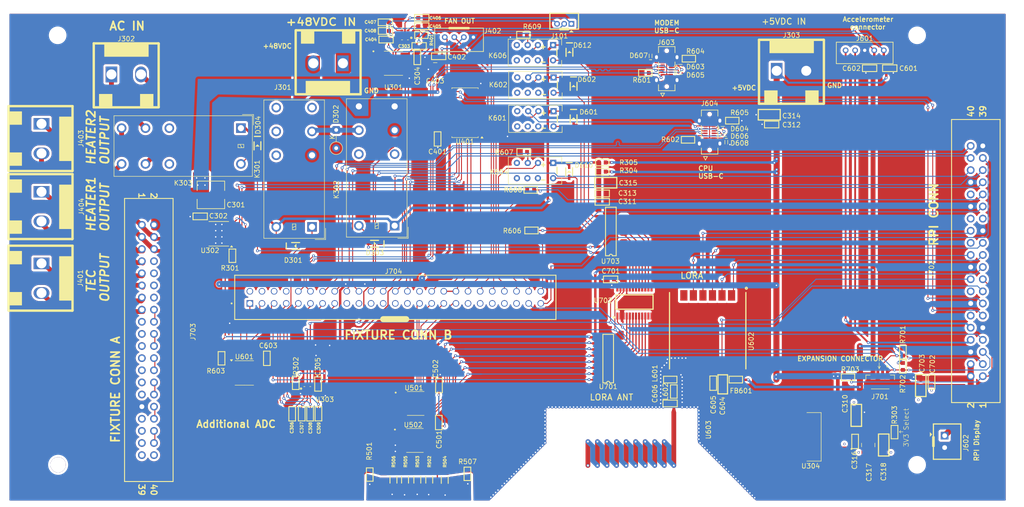
<source format=kicad_pcb>
(kicad_pcb (version 20241229) (generator "pcbnew") (generator_version "9.0")
  (layers (0 "F.Cu" signal) (2 "B.Cu" signal) (13 "F.Paste" user) (15 "B.Paste" user) (5 "F.SilkS" user "F.Silkscreen") (7 "B.SilkS" user "B.Silkscreen") (1 "F.Mask" user) (3 "B.Mask" user) (25 "Edge.Cuts" user))
  (net 0 "")
  (net 1 "GND")
  (net 2 "+48V")
  (net 3 "+3V3")
  (net 4 "/FAN-TEC-HEATER/SENS_TEC")
  (net 5 "VCC")
  (net 6 "/Connectors/TP33")
  (net 7 "/Connectors/TP30")
  (net 8 "/Connectors/TP32")
  (net 9 "/Connectors/TP25")
  (net 10 "VCC_RLY")
  (net 11 "Net-(C316-Pad2)")
  (net 12 "Net-(U402-AIN1)")
  (net 13 "Net-(U402-AIN2)")
  (net 14 "Net-(U402-AIN3)")
  (net 15 "VCC_LORA")
  (net 16 "/Connectors/+48_RLY")
  (net 17 "/Connectors/VAC_RLY")
  (net 18 "/Connectors/CPU_RLY")
  (net 19 "/Connectors/RLY_BTN1")
  (net 20 "/Connectors/Modem_RLY")
  (net 21 "/Connectors/RLY_BTN2")
  (net 22 "/POWER/VAC(L)")
  (net 23 "/POWER/VAC(N)")
  (net 24 "/Connectors/TP97")
  (net 25 "/Connectors/TP96")
  (net 26 "/FAN-TEC-HEATER/PWM")
  (net 27 "/FAN-TEC-HEATER/TACH")
  (net 28 "/Connectors/TP34")
  (net 29 "/Connectors/TP36")
  (net 30 "/Connectors/TP37")
  (net 31 "/Connectors/TP35")
  (net 32 "/Connectors/RPI_RX")
  (net 33 "/Connectors/RPI_TX")
  (net 34 "/Peripheral test/CPU_N")
  (net 35 "/Peripheral test/CPU_P")
  (net 36 "/Peripheral test/L_N")
  (net 37 "/Peripheral test/L_P")
  (net 38 "/Connectors/RPI_SCL1")
  (net 39 "/Connectors/RPI_SDA1")
  (net 40 "/Connectors/LED1")
  (net 42 "/Connectors/RPI_INT")
  (net 43 "Net-(J702-Pad1)")
  (net 44 "/Connectors/TP1")
  (net 45 "/Connectors/TP73")
  (net 46 "/Connectors/SPI0_MISO")
  (net 48 "/Connectors/LORA_IO")
  (net 49 "/Connectors/SPI0_SCK")
  (net 52 "/Connectors/RP_PWM2")
  (net 53 "/Connectors/FAN_SEL1")
  (net 54 "/Connectors/RP_PWM1")
  (net 55 "/Connectors/TP79")
  (net 56 "/Connectors/TP78")
  (net 58 "/Connectors/LORA_RESET")
  (net 59 "/Connectors/SPI0_MOSI")
  (net 60 "/Connectors/SPI0_LORA_CS")
  (net 62 "/Connectors/FAN_SEL2")
  (net 63 "/Connectors/RESET_N")
  (net 64 "/Connectors/LED2")
  (net 67 "/Connectors/TP14")
  (net 68 "/Connectors/TP13")
  (net 74 "/Connectors/TP21")
  (net 76 "/Connectors/TP76")
  (net 80 "/Connectors/TP77")
  (net 81 "/Connectors/TP24")
  (net 86 "/Connectors/TP74")
  (net 90 "Net-(K606-Pad3)")
  (net 92 "/Connectors/TP75")
  (net 93 "Net-(U303-ADDR)")
  (net 94 "Net-(U402-ADDR)")
  (net 95 "AGND")
  (net 96 "Net-(U502-Y1)")
  (net 97 "Net-(U502-Y2)")
  (net 98 "Net-(U502-Y3)")
  (net 99 "Net-(U502-Y4)")
  (net 100 "Net-(U502-Y5)")
  (net 101 "/Connectors/TP93")
  (net 104 "/Connectors/TP57")
  (net 105 "/Connectors/TP56")
  (net 106 "/Connectors/TP59")
  (net 107 "/Connectors/TP60")
  (net 108 "/Connectors/TP58")
  (net 109 "unconnected-(J704-Pad30)")
  (net 111 "Net-(U501-Z)")
  (net 112 "/Connectors/RP_ANALOG_PROBE_SEL1")
  (net 113 "/Connectors/TP50")
  (net 117 "/Connectors/RP_ANALOG_PROBE_SEL2")
  (net 118 "/Connectors/TP55")
  (net 119 "/Connectors/TP54")
  (net 120 "/Connectors/RP_ANALOG_PROBE_SEL0")
  (net 121 "/Connectors/TP53")
  (net 122 "/Connectors/RP_ANALOG_RES_SEL1")
  (net 124 "/Connectors/RP_ANALOG_RES_SEL0")
  (net 127 "/Connectors/RP_ANALOG_RES_SEL2")
  (net 128 "Net-(U701-5B)")
  (net 129 "Net-(U701-4B)")
  (net 130 "Net-(U701-3B)")
  (net 131 "Net-(U701-1B)")
  (net 132 "Net-(U701-6B)")
  (net 133 "Net-(U701-2B)")
  (net 135 "Net-(U701-7B)")
  (net 136 "Net-(U702-P13)")
  (net 137 "Net-(U702-P15)")
  (net 138 "Net-(U702-P16)")
  (net 139 "Net-(U702-P17)")
  (net 140 "Net-(U702-P14)")
  (net 141 "Net-(U702-P12)")
  (net 142 "Net-(U702-P11)")
  (net 143 "/Connectors/TP18")
  (net 144 "/Connectors/TP92")
  (net 145 "/Connectors/TP20")
  (net 146 "/Connectors/TP95")
  (net 147 "/Connectors/TP16")
  (net 148 "/Connectors/TP94")
  (net 149 "Net-(J301-Pad1)")
  (net 153 "/Connectors/BROWN_OUT")
  (net 154 "Net-(U603-*)")
  (net 155 "Net-(D302-A)")
  (net 156 "Net-(D302-K)")
  (net 157 "Net-(D607-K)")
  (net 158 "Net-(D608-K)")
  (net 160 "Net-(J603-CC2)")
  (net 162 "Net-(J603-CC1)")
  (net 163 "Net-(J604-CC1)")
  (net 165 "Net-(J604-CC2)")
  (net 168 "/Connectors/TP68")
  (net 169 "/Connectors/TP51")
  (net 170 "unconnected-(U401-X3-Pad11)")
  (net 171 "/Connectors/TP69")
  (net 175 "/Connectors/TP52")
  (net 179 "/Connectors/TP67")
  (net 180 "/Connectors/TP48")
  (net 189 "Net-(K302-Pad11)")
  (net 192 "Net-(K604-Pad3)")
  (net 193 "Net-(U602-ANT)")
  (net 194 "Net-(U302-IPROPI)")
  (net 216 "/Connectors/TP61")
  (footprint "DIO:SOD923" (layer "F.Cu") (at 154.132243 25 180)
    (property "Reference" "D605")
    (property "Value" "ESD7951ST5G")
  )
  (footprint "CAP:CAP_0603" (layer "F.Cu") (at 92.33 16.2)
    (property "Reference" "C408")
    (property "Value" "VALUE")
  )
  (footprint "Relay_THT:Relay_DPDT_Omron_G2RL-2" (layer "F.Cu") (at 94.25 57 180)
    (property "Reference" "K302")
    (property "Value" "G2RL-2")
  )
  (footprint "IC:SOIC127P599X175-8N" (layer "F.Cu") (at 93.75 22.9625)
    (property "Reference" "U301")
    (property "Value" "TMCS1108")
  )
  (footprint "IC:16-TSSOP" (layer "F.Cu") (at 98.655 94.25)
    (property "Reference" "U501")
    (property "Value" "XS3A4051PWJ")
  )
  (footprint "CONN:5POS 2MM JST" (layer "F.Cu") (at 188.75 20.25)
    (property "Reference" "J601")
    (property "Value" "SWR201-NRTN-S05-SA-WH")
  )
  (footprint "RES:RES_0603" (layer "F.Cu") (at 57.975 84.795001 -90)
    (property "Reference" "R603")
    (property "Value" "VALUE")
  )
  (footprint "DIO:SOD923" (layer "F.Cu") (at 163.75 39.5 90)
    (property "Reference" "D608")
    (property "Value" "ESD7951ST5G")
  )
  (footprint "CONN:TST-120-01-X-D" (layer "F.Cu") (at 216.04001 64.41 90)
    (property "Reference" "J702")
    (property "Value" "1-00777")
  )
  (footprint "CAP:CAP_0603" (layer "F.Cu") (at 190.7392 102.2125 90)
    (property "Reference" "C316")
    (property "Value" "VALUE")
  )
  (footprint "CONN:B02P-VL" (layer "F.Cu") (at 20.25 38.75 -90)
    (property "Reference" "J403")
    (property "Value" "DME-03")
  )
  (footprint "CONN:JST_BM04B-SRSS-TB(LF)(SN)" (layer "F.Cu") (at 196 90.5 180)
    (property "Reference" "J701")
    (property "Value" "1-00837")
  )
  (footprint "CONN:B02P-VL" (layer "F.Cu") (at 38 25.3)
    (property "Reference" "J302")
    (property "Value" "DME-03")
  )
  (footprint "CONN:MOLEX_2171820001" (layer "F.Cu") (at 151.267243 24.095335 90)
    (property "Reference" "J603")
    (property "Value" "*")
  )
  (footprint "CAP:CAP_1206" (layer "F.Cu") (at 190.9892 96.75 90)
    (property "Reference" "C310")
    (property "Value" "VALUE")
  )
  (footprint "CAP:CAP_0603" (layer "F.Cu") (at 92.455 18 180)
    (property "Reference" "C404")
    (property "Value" "VALUE")
  )
  (footprint "CONN:B02P-VL" (layer "F.Cu") (at 177.4 24.5483)
    (property "Reference" "J303")
    (property "Value" "DME-03")
  )
  (footprint "CAP:CAP_0603" (layer "F.Cu") (at 139.5 68.25 180)
    (property "Reference" "C701")
    (property "Value" "~")
  )
  (footprint "RES:RES_0603" (layer "F.Cu") (at 109.5 109 90)
    (property "Reference" "R507")
    (property "Value" "VALUE")
  )
  (footprint "DIO:SOD323" (layer "F.Cu") (at 90.0625 60.79175 180)
    (property "Reference" "D303")
    (property "Value" "VALUE")
  )
  (footprint "CAP:CAP_0603" (layer "F.Cu") (at 103.25 38.825 -90)
    (property "Reference" "C401")
    (property "Value" "VALUE")
  )
  (footprint "CONN:15SH-A-03-TS" (layer "F.Cu") (at 131.28 14.7)
    (property "Reference" "J101")
    (property "Value" "15SH-A-03-TS")
  )
  (footprint "RES:RES_1206" (layer "F.Cu") (at 96.427265 110.25 90)
    (property "Reference" "R505")
    (property "Value" "VALUE")
  )
  (footprint "RES:RES_0603" (layer "F.Cu") (at 200.75 83.5 -90)
    (property "Reference" "R701")
    (property "Value" "~")
  )
  (footprint "CAP:CAP_0603" (layer "F.Cu") (at 99.38 19.35)
    (property "Reference" "C303")
    (property "Value" "VALUE")
  )
  (footprint "CONN:TST-120-01-X-D" (layer "F.Cu") (at 42.73999 80.95 -90)
    (property "Reference" "J703")
    (property "Value" "1-00777")
  )
  (footprint "CAP:CAP_1K470P_PAN" (layer "F.Cu") (at 55.75 50.55)
    (property "Reference" "C301")
    (property "Value" "EEH-ZC1K470P")
  )
  (footprint "Package_SO:SOIC-8_3.9x4.9mm_P1.27mm" (layer "F.Cu") (at 62.75 87.865001)
    (property "Reference" "U601")
    (property "Value" "M95256-WMN6P")
  )
  (footprint "DIO:SOD323" (layer "F.Cu") (at 130.88 20.65 -90)
    (property "Reference" "D612")
    (property "Value" "VALUE")
  )
  (footprint "CAP:CAP_0603" (layer "F.Cu") (at 103.5 98.25 90)
    (property "Reference" "C501")
    (property "Value" "VALUE")
  )
  (footprint "CAP:CAP_0603" (layer "F.Cu") (at 99.93 15.2 180)
    (property "Reference" "C405")
    (property "Value" "VALUE")
  )
  (footprint "Package_SO:Texas_HSOP-8-1EP_3.9x4.9mm_P1.27mm_ThermalVias" (layer "F.Cu") (at 57.4 58.7 180)
    (property "Reference" "U302")
    (property "Value" "*")
  )
  (footprint "CAP:CAP_0805" (layer "F.Cu") (at 163 90.25 90)
    (property "Reference" "C605")
    (property "Value" "VALUE")
  )
  (footprint "RES:RES_0603" (layer "F.Cu") (at 189.25 88.75)
    (property "Reference" "R703")
    (property "Value" "VALUE")
  )
  (footprint "CAP:CAP_1206" (layer "F.Cu") (at 172.75 33.75)
    (property "Reference" "C314")
    (property "Value" "VALUE")
  )
  (footprint "TR:16-SOIC" (layer "F.Cu") (at 142.262501 62.6575 180)
    (property "Reference" "U703")
    (property "Value" "ULN2003ADRG3")
  )
  (footprint "RES:RES_0603" (layer "F.Cu") (at 146.775 25)
    (property "Reference" "R601")
    (property "Value" "VALUE")
  )
  (footprint "MISC:KEMET_UA2" (layer "F.Cu") (at 119.8683 43.85 180)
    (property "Reference" "K604")
    (property "Value" "1-00784")
  )
  (footprint "DIO:SOD323" (layer "F.Cu") (at 131.75 34.6 -90)
    (property "Reference" "D601")
    (property "Value" "VALUE")
  )
  (footprint "Package_SO:SOIC-16W_5.3x10.2mm_P1.27mm" (layer "F.Cu") (at 109 33.325 180)
    (property "Reference" "U401")
    (property "Value" "*")
  )
  (footprint "Relay_THT:Relay_DPDT_Omron_G2RL-2" (layer "F.Cu") (at 62.0375 36.5625 -90)
    (property "Reference" "K303")
    (property "Value" "G2RL-2")
  )
  (footprint "CAP:CAP_0603" (layer "F.Cu") (at 103.5375 90.5 90)
    (property "Reference" "C502")
    (property "Value" "VALUE")
  )
  (footprint "RES:RES_0603" (layer "F.Cu") (at 122.75 49.5 180)
    (property "Reference" "R608")
    (property "Value" "VALUE")
  )
  (footprint "IND:RES_0603" (layer "F.Cu") (at 152.75 91.75 -90)
    (property "Reference" "L602")
    (property "Value" "VALUE")
  )
  (footprint "CAP:CAP_1206" (layer "F.Cu") (at 138.5 48)
    (property "Reference" "C315")
    (property "Value" "VALUE")
  )
  (footprint "CONN:B02P-VL" (layer "F.Cu") (at 20.25 68 -90)
    (property "Reference" "J401")
    (property "Value" "DME-03")
  )
  (footprint "IC:IC_ADS1115IRUGR" (layer "F.Cu") (at 75.95 91.925)
    (property "Reference" "U303")
    (property "Value" "1-00780")
  )
  (footprint "CAP:CAP_0603" (layer "F.Cu") (at 151.975 94.25)
    (property "Reference" "C606")
    (property "Value" "VALUE")
  )
  (footprint "RES:RES_0603" (layer "F.Cu") (at 60.25 63.3 90)
    (property "Reference" "R301")
    (property "Value" "VALUE")
  )
  (footprint "CAP:CAP_1210" (layer "F.Cu") (at 193.4892 102.9625 -90)
    (property "Reference" "C317")
    (property "Value" "VALUE")
  )
  (footprint "DIO:SOD323" (layer "F.Cu") (at 65.5 40.25 -90)
    (property "Reference" "D304")
    (property "Value" "VALUE")
  )
  (footprint "RES:RES_0603" (layer "F.Cu") (at 121.225 17)
    (property "Reference" "R609")
    (property "Value" "VALUE")
  )
  (footprint "RES:RES_0603" (layer "F.Cu") (at 200.75 86.5 -90)
    (property "Reference" "R702")
    (property "Value" "VALUE")
  )
  (footprint "CONN:TSS-125-01-T-D" (layer "F.Cu") (at 63.91 73.29)
    (property "Reference" "J704")
    (property "Value" "1-00785")
  )
  (footprint "DIO:SOD923" (layer "F.Cu") (at 147.882243 21.425335 -90)
    (property "Reference" "D607")
    (property "Value" "ESD7951ST5G")
  )
  (footprint "Diode_THT:D_DO-35_SOD27_P3.81mm_Vertical_KathodeUp" (layer "F.Cu") (at 82 36.939315 -90)
    (property "Reference" "D302")
    (property "Value" "1N5408")
  )
  (footprint "MountingHole:MountingHole_3.2mm_M3" (layer "F.Cu") (at 203.7352 17.1082)
    (property "Reference" "REF**" (hide yes))
    (property "Value" "MountingHole_3.2mm_M3")
  )
  (footprint "IC:IC_ADS1115IRUGR" (layer "F.Cu") (at 96.415 16.85 180)
    (property "Reference" "U402" (hide yes))
    (property "Value" "1-00780")
  )
  (footprint "MISC:KEMET_UA2" (layer "F.Cu") (at 119.9483 25.9375 180)
    (property "Reference" "K602")
    (property "Value" "1-00784")
  )
  (footprint "CAP:CAP_0603" (layer "F.Cu") (at 78.2 90.175 90)
    (property "Reference" "C305")
    (property "Value" "VALUE")
  )
  (footprint "RES:RES_0603" (layer "F.Cu") (at 121.2683 41.55)
    (property "Reference" "R607")
    (property "Value" "VALUE")
  )
  (footprint "RES:RES_0603" (layer "F.Cu") (at 137.75 45.67717 180)
    (property "Reference" "R304")
    (property "Value" "VALUE")
  )
  (footprint "DIO:SOD323" (layer "F.Cu") (at 130.8183 45.723 -90)
    (property "Reference" "D610")
    (property "Value" "VALUE")
  )
  (footprint "RES:RES_0603" (layer "F.Cu") (at 155.725 39)
    (property "Reference" "R602")
    (property "Value" "VALUE")
  )
  (footprint "CAP:CAP_0603" (layer "F.Cu") (at 173.25 35.7983)
    (property "Reference" "C312")
    (property "Value" "VALUE")
  )
  (footprint "CAP:CAP_0603" (layer "F.Cu") (at 53.5 55.05)
    (property "Reference" "C302")
    (property "Value" "VALUE")
  )
  (footprint "CAP:CAP_0603" (layer "F.Cu") (at 74.78 96.4 90)
    (property "Reference" "C307")
    (property "Value" "VALUE")
  )
  (footprint "RES:RES_1206" (layer "F.Cu") (at 104.75 110.304143 90)
    (property "Reference" "R504")
    (property "Value" "VALUE")
  )
  (footprint "RES:RES_0603" (layer "F.Cu") (at 165 35)
    (property "Reference" "R605")
    (property "Value" "VALUE")
  )
  (footprint "CONN:B02P-VL" (layer "F.Cu") (at 20.25 53 -90)
    (property "Reference" "J404")
    (property "Value" "DME-03")
  )
  (footprint "DIO:SOD323" (layer "F.Cu") (at 73.5 61.25)
    (property "Reference" "D301")
    (property "Value" "VALUE")
  )
  (footprint "CONN:B02P-VL" (layer "F.Cu") (at 80.3125 22.9625 180)
    (property "Reference" "J301")
    (property "Value" "DME-03")
  )
  (footprint "MountingHole:MountingHole_3.2mm_M3" (layer "F.Cu") (at 23.7352 107.1082)
    (property "Reference" "REF**" (hide yes))
    (property "Value" "MountingHole_3.2mm_M3")
  )
  (footprint "MountingHole:MountingHole_3.2mm_M3" (layer "F.Cu") (at 203.7352 107.1082)
    (property "Reference" "REF**" (hide yes))
    (property "Value" "MountingHole_3.2mm_M3")
  )
  (footprint "MISC:KEMET_UA2" (layer "F.Cu") (at 119.9483 33 180)
    (property "Reference" "K601")
    (property "Value" "1-00784")
  )
  (footprint "MountingHole:MountingHole_3.2mm_M3" (layer "F.Cu") (at 23.6352 17.1082)
    (property "Reference" "REF**" (hide yes))
    (property "Value" "MountingHole_3.2mm_M3")
  )
  (footprint "DIO:SOD923" (layer "F.Cu") (at 163 36.5 180)
    (property "Reference" "D604")
    (property "Value" "ESD7951ST5G")
  )
  (footprint "DIO:SOD923" (layer "F.Cu") (at 154.132243 23.5 180)
    (property "Reference" "D603")
    (property "Value" "ESD7951ST5G")
  )
  (footprint "CAP:CAP_1206" (layer "F.Cu") (at 196.7392 102.9625 90)
    (property "Reference" "C318")
    (property "Value" "VALUE")
  )
  (footprint "CONN:B2B-XH-A(LF)(SN)" (layer "F.Cu") (at 209.5 102.25 -90)
    (property "Reference" "J602")
    (property "Value" "1-00084")
  )
  (footprint "RES:RES_0603" (layer "F.Cu") (at 89.03 109.15 90)
    (property "Reference" "R501")
    (property "Value" "VALUE")
  )
  (footprint "IC:TO254P1524X483-4N" (layer "F.Cu") (at 180.98 101.25 180)
    (property "Reference" "U304")
    (property "Value" "LM1085-3.3")
  )
  (footprint "CAP:CAP_0603" (layer "F.Cu") (at 72.78 96.425 90)
    (property "Reference" "C306")
    (property "Value" "VALUE")
  )
  (footprint "MISC:DN038" (layer "F.Cu") (at 152.75 96.15 -90)
    (property "Reference" "U603")
    (property "Value" "PCB Antenna 868MHz - 925MHz")
  )
  (footprint "CAP:CAP_1206" (layer "F.Cu") (at 204.5 90.5 90)
    (property "Reference" "C703")
    (property "Value" "VALUE")
  )
  (footprint "RES:RES_1206" (layer "F.Cu") (at 99 110.25 90)
    (property "Reference" "R503")
    (property "Value" "VALUE")
  )
  (footprint "CAP:CAP_0603" (layer "F.Cu") (at 67.475 84.795001 90)
    (property "Reference" "C603")
    (property "Value" "VALUE")
  )
  (footprint "RES:RES_0603" (layer "F.Cu") (at 199 100.25 -90)
    (property "Reference" "R303")
    (property "Value" "VALUE")
  )
  (footprint "CAP:CAP_0603" (layer "F.Cu") (at 206.75 89.75 -90)
    (property "Reference" "C702")
    (property "Value" "VALUE")
  )
  (footprint "CAP:CAP_0603" (layer "F.Cu") (at 92.305 14.38067)
    (property "Reference" "C407")
    (property "Value" "VALUE")
  )
  (footprint "CAP:CAP_0603" (layer "F.Cu") (at 99 21.75 -90)
    (property "Reference" "C304")
    (property "Value" "VALUE")
  )
  (footprint "CAP:CAP_0603" (layer "F.Cu") (at 198 24)
    (property "Reference" "C601")
    (property "Value" "VALUE")
  )
  (footprint "MOD:Lora1276-C1" (layer "F.Cu") (at 159.85 79.006019 -90)
    (property "Reference" "U602")
    (property "Value" "Lora1276-C1")
  )
  (footprint "IND:RES_0603" (layer "F.Cu") (at 165.75 89.25)
    (property "Reference" "FB601")
    (property "Value" "VALUE")
  )
  (footprint "CAP:CAP_0603" (layer "F.Cu") (at 103.475 21.5)
    (property "Reference" "C402")
    (property "Value" "VALUE")
  )
  (footprint "CAP:CAP_0603" (layer "F.Cu") (at 161 90 -90)
    (property "Reference" "C604")
    (property "Value" "VALUE")
  )
  (footprint "RES:RES_0603" (layer "F.Cu") (at 122.9217 58 180)
    (property "Reference" "R606")
    (property "Value" "VALUE")
  )
  (footprint "IC:16-TSSOP" (layer "F.Cu") (at 98.5 102)
    (property "Reference" "U502")
    (property "Value" "XS3A4051PWJ")
  )
  (footprint "TR:16-SOIC" (layer "F.Cu") (at 141.7 89.289999 180)
    (property "Reference" "U701")
    (property "Value" "ULN2003ADRG3")
  )
  (footprint "CAP:CAP_0603" (layer "F.Cu") (at 76.53 96.425 90)
    (property "Reference" "C308")
    (property "Value" "VALUE")
  )
  (footprint "CAP:CAP_0603" (layer "F.Cu") (at 137.75 50.25 180)
    (property "Reference" "C313")
    (property "Value" "VALUE")
  )
  (footprint "RES:RES_0603" (layer "F.Cu") (at 73.53 89.925 -90)
    (property "Reference" "R302")
    (property "Value" "VALUE")
  )
  (footprint "CAP:CAP_0603" (layer "F.Cu") (at 99.93 13.45 180)
    (property "Reference" "C406")
    (property "Value" "VALUE")
  )
  (footprint "CAP:CAP_0603" (layer "F.Cu") (at 78.28 96.4 90)
    (property "Reference" "C309")
    (property "Value" "VALUE")
  )
  (footprint "IND:RES_0603" (layer "F.Cu") (at 152 89.25)
    (property "Reference" "L601")
    (property "Value" "VALUE")
  )
  (footprint "RES:RES_1206" (layer "F.Cu") (at 101.5 110.25 90)
    (property "Reference" "R502")
    (property "Value" "VALUE")
  )
  (footprint "CAP:CAP_1210" (layer "F.Cu") (at 102.75 24.25 180)
    (property "Reference" "C403")
    (property "Value" "VALUE")
  )
  (footprint "DIO:SOD923" (layer "F.Cu") (at 163.42 38 180)
    (property "Reference" "D606")
    (property "Value" "ESD7951ST5G")
  )
  (footprint "DIO:SOD323" (layer "F.Cu") (at 131.75 27.7875 -90)
    (property "Reference" "D602")
    (property "Value" "VALUE")
  )
  (footprint "RES:RES_0603" (layer "F.Cu") (at 155.907243 22)
    (property "Reference" "R604")
    (property "Value" "VALUE")
  )
  (footprint "Relay_THT:Relay_DPDT_Omron_G2RL-2" (layer "F.Cu") (at 76.9375 57.25 180)
    (property "Reference" "K301")
    (property "Value" "G2RL-2")
  )
  (footprint "RES:RES_1206" (layer "F.Cu") (at 94 110.25 90)
    (property "Reference" "R506")
    (property "Value" "VALUE")
  )
  (footprint "CONN:MOLEX_2171820001" (layer "F.Cu") (at 160.25 37.3885 90)
    (property "Reference" "J604")
    (property "Value" "*")
  )
  (footprint "IC:SOP65P640X110-24N" (layer "F.Cu") (at 144.5 73 90)
    (property "Reference" "U702")
    (property "Value" "PCA9675PW,118")
  )
  (footprint "MISC:KEMET_UA2" (layer "F.Cu") (at 119.85 19.15 180)
    (property "Reference" "K606")
    (property "Value" "1-00784")
  )
  (footprint "CAP:CAP_0603" (layer "F.Cu") (at 137.75 52)
    (property "Reference" "C311")
    (property "Value" "VALUE")
  )
  (footprint "CAP:CAP_0603" (layer "F.Cu") (at 193.775 24 180)
    (property "Reference" "C602")
    (property "Value" "VALUE")
  )
  (footprint "RES:RES_0603" (layer "F.Cu") (at 137.75 43.75 180)
    (property "Reference" "R305")
    (property "Value" "VALUE")
  )
  (footprint "RES:RES_0603" (layer "F.Cu") (at 99.855 17.05)
    (property "Reference" "R401")
    (property "Value" "VALUE")
  )
  (footprint "CONN:4POS 2MM JSY" (layer "F.Cu") (at 104.75 17.5)
    (property "Reference" "J402")
    (property "Value" "SWR201-NRTN-S04-SA-WH")
  )
  (gr_poly (pts (xy 92.5 20.5) (xy 82 20.75) (xy 82 25) (xy 84.75 25) (xy 86.5 22.75) (xy 92.5 22.75)) (stroke (width 0.2)) (fill yes) (layer "F.Cu") (net 149))
  (gr_poly (pts (xy 78.5 21.5) (xy 78.5 27.25) (xy 75 30.75) (xy 75 38.45) (xy 76.025861 39.168103) (xy 82 39.5) (xy 83.25 39.5) (xy 83.25 43.75) (xy 73 43.75) (xy 73 39.5) (xy 73.25 21.5)) (stroke (width 0.2)) (fill yes) (layer "F.Cu") (net 155))
  (gr_circle (center 203.7352 107.1) (end 203.7352 103.8996) (stroke (width 0.03048)) (fill no) (layer "F.Cu"))
  (gr_poly (pts (xy 152.93 95.2) (xy 153.13 96.1) (xy 152.33 96.1) (xy 152.63 95.2)) (stroke (width 0.2)) (fill yes) (layer "F.Cu") (net 154))
  (gr_poly (pts (xy 56 49.55) (xy 56 56.3) (xy 55.75 64.55) (xy 61 64.55) (xy 60.25 63.3) (xy 58.75 63.3) (xy 59 49.55)) (fill yes) (layer "F.Cu") (net 1))
  (gr_circle (center 203.7352 17.1078) (end 203.7352 13.9074) (stroke (width 0.03048)) (fill no) (layer "F.Cu"))
  (gr_poly (pts (xy 54 58.8) (xy 54 59.8) (xy 56.25 59.8) (xy 56.25 58.8)) (fill yes) (layer "F.Cu") (net 1))
  (gr_poly (pts (xy 180.5 95.75) (xy 185.25 100.25) (xy 187.25 100.5) (xy 187.25 102.25) (xy 185 102.25) (xy 180.5 106.75) (xy 172.25 107) (xy 172.5 95.5)) (stroke (width 0.2)) (fill yes) (layer "F.Cu") (net 11))
  (gr_poly (pts (xy 92.5 23.25) (xy 90.5 23.25) (xy 90.5 38.25) (xy 95.75 38.25) (xy 95.75 35.75) (xy 92.75 34)) (stroke (width 0.2)) (fill yes) (layer "F.Cu") (net 189))
  (gr_circle (center 23.7 17.1078) (end 23.7 13.9074) (stroke (width 0.03048)) (fill no) (layer "F.Cu"))
  (gr_circle (center 23.7 107.1) (end 23.7 103.8996) (stroke (width 0.03048)) (fill no) (layer "F.Cu"))
  (gr_line (start 195.78 85.7) (end 195.78 86.95) (stroke (width 0.1)) (layer "F.SilkS"))
  (gr_line (start 196.03 86.45) (end 195.78 86.95) (stroke (width 0.1)) (layer "F.SilkS"))
  (gr_line (start 195.78 86.95) (end 195.53 86.45) (stroke (width 0.1)) (layer "F.SilkS"))
  (gr_line (start 200.28 99.95) (end 200.03 100.2) (stroke (width 0.1)) (layer "F.SilkS"))
  (gr_line (start 195.78 86.95) (end 196.03 86.45) (stroke (width 0.1)) (layer "F.SilkS"))
  (gr_line (start 200.03 100.2) (end 200.28 100.45) (stroke (width 0.1)) (layer "F.SilkS"))
  (gr_line (start 200.78 100.2) (end 200.03 100.2) (stroke (width 0.1)) (layer "F.SilkS"))
  (gr_rect (start 13.027143 12.1) (end 222.788889 115.1) (stroke (width 0.00254)) (fill no) (layer "Edge.Cuts"))
  (gr_text "AC IN" (at 34.28 16.2 0) (layer "F.SilkS") (effects (font (size 1.778 1.778) (thickness 0.3556) (bold yes)) (justify left bottom)))
  (gr_text "GND" (at 87.73 29.3 0) (layer "F.SilkS") (effects (font (size 1 1) (thickness 0.2) (bold yes)) (justify left bottom)))
  (gr_text "FIXTURE CONN B" (at 83.53 80.95 0) (layer "F.SilkS") (effects (font (size 1.778 1.778) (thickness 0.3556) (bold yes)) (justify left bottom)))
  (gr_text "LORA ANT" (at 135.03 93.7 0) (layer "F.SilkS") (effects (font (size 1.27 1.27) (thickness 0.2) (bold yes)) (justify left bottom)))
  (gr_text "TEC \nOUTPUT" (at 34.53 67.95 90) (layer "F.SilkS") (effects (font (size 1.778 1.778) (thickness 0.3556) (bold yes) (italic yes)) (justify bottom)))
  (gr_text "HEATER2\nOUTPUT" (at 34.53 44.45 90) (layer "F.SilkS") (effects (font (size 1.778 1.778) (thickness 0.3556) (bold yes) (italic yes)) (justify left bottom)))
  (gr_text "CPU\nUSB-C" (at 157.78 47.2 0) (layer "F.SilkS") (effects (font (size 1 1) (thickness 0.2) (bold yes)) (justify left bottom)))
  (gr_text "+5VDC IN" (at 171.03 14.95 0) (layer "F.SilkS") (effects (font (size 1.27 1.27) (thickness 0.2) (bold yes)) (justify left bottom)))
  (gr_text "HEATER1\nOUTPUT" (at 34.53 58.45 90) (layer "F.SilkS") (effects (font (size 1.778 1.778) (thickness 0.3556) (bold yes) (italic yes)) (justify left bottom)))
  (gr_text "RPI CONN" (at 208.28 61.45 90) (layer "F.SilkS") (effects (font (size 1.778 1.778) (thickness 0.3556) (bold yes)) (justify left bottom)))
  (gr_text "FIXTURE CONN A" (at 36.78 102.7 90) (layer "F.SilkS") (effects (font (size 1.778 1.778) (thickness 0.3556) (bold yes)) (justify left bottom)))
  (gr_text "+48VDC IN" (at 71.28 15.2 0) (layer "F.SilkS") (effects (font (size 1.524 1.778) (thickness 0.3048) (bold yes)) (justify left bottom)))
  (gr_text "LORA" (at 154.03 68.2 0) (layer "F.SilkS") (effects (font (size 1.27 1.27) (thickness 0.2) (bold yes)) (justify left bottom)))
  (gr_text "Additional ADC" (at 52.53 99.45 0) (layer "F.SilkS") (effects (font (size 1.5 1.5) (thickness 0.3) (bold yes)) (justify left bottom)))
  (gr_text "Accelerometer \n  connector" (at 188.03 15.95 0) (layer "F.SilkS") (effects (font (size 1 1) (thickness 0.2) (bold yes)) (justify left bottom)))
  (gr_text "EXPANSION CONNECTOR" (at 178.53 85.45 0) (layer "F.SilkS") (effects (font (size 1 1) (thickness 0.2) (bold yes)) (justify left bottom)))
  (gr_text "MODEM \nUSB-C" (at 148.53 16.7 0) (layer "F.SilkS") (effects (font (size 1 1) (thickness 0.2) (bold yes)) (justify left bottom)))
  (gr_text "+48VDC" (at 66.53 19.95 0) (layer "F.SilkS") (effects (font (size 1 1) (thickness 0.2) (bold yes)) (justify left bottom)))
  (gr_text "RPI Display" (at 216.78 106.45 90) (layer "F.SilkS") (effects (font (size 1 1) (thickness 0.2) (bold yes)) (justify left bottom)))
  (gr_text "FAN OUT" (at 104.53 14.7 0) (layer "F.SilkS") (effects (font (size 1 1) (thickness 0.2) (bold yes)) (justify left bottom)))
  (gr_text "GND" (at 184.78 28.2 0) (layer "F.SilkS") (effects (font (size 1 1) (thickness 0.2) (bold yes)) (justify left bottom)))
  (gr_text "3V3 Select" (at 202.03 103.45 90) (layer "F.SilkS") (effects (font (size 1 1) (thickness 0.1)) (justify left bottom)))
  (gr_text "+5VDC" (at 164.78 28.7 0) (layer "F.SilkS") (effects (font (size 1 1) (thickness 0.2) (bold yes)) (justify left bottom)))
  (segment (start 103.53 17.2) (end 103.53 17.95) (width 0.2) (layer "F.Cu") (net 0))
  (via (at 198.25 104.5) (size 0.5) (drill 0.3) (layers "F.Cu" "B.Cu") (net 0))
  (via (at 204 93.5) (size 0.5) (drill 0.3) (layers "F.Cu" "B.Cu") (net 0))
  (via (at 190.5 94) (size 0.5) (drill 0.3) (layers "F.Cu" "B.Cu") (net 0))
  (via (at 191.5 104.5) (size 0.5) (drill 0.3) (layers "F.Cu" "B.Cu") (net 0))
  (via (at 188.5 102.75) (size 0.5) (drill 0.3) (layers "F.Cu" "B.Cu") (net 0))
  (via (at 206.75 91.5) (size 0.5) (drill 0.3) (layers "F.Cu" "B.Cu") (net 0))
  (segment (start 97.475 95.225) (end 97.5 95.2) (width 0.254) (layer "F.Cu") (net 1))
  (segment (start 103.25 39.55) (end 103.25 40.55) (width 0.254) (layer "F.Cu") (net 1))
  (segment (start 95.785 96.885) (end 95.9 97) (width 0.254) (layer "F.Cu") (net 1))
  (segment (start 101.375 17.05) (end 101.405 17.08) (width 0.254) (layer "F.Cu") (net 1))
  (segment (start 112.25 28.88) (end 112.25 27.25) (width 0.254) (layer "F.Cu") (net 1))
  (segment (start 119.4 41.3) (end 119.4 39.8) (width 0.254) (layer "F.Cu") (net 1))
  (segment (start 192.75 20.25) (end 192.75 19.62) (width 0.2) (layer "F.Cu") (net 1))
  (segment (start 190.9892 95.25) (end 191.85 95.25) (width 0.254) (layer "F.Cu") (net 1))
  (segment (start 103.25 40.55) (end 103.3 40.6) (width 0.254) (layer "F.Cu") (net 1))
  (segment (start 141.57494 74.11506) (end 141.59 74.1) (width 0.254) (layer "F.Cu") (net 1))
  (segment (start 159.385 40.1385) (end 158.45 40.1385) (width 0.19812) (layer "F.Cu") (net 1))
  (segment (start 163.42 36.5) (end 163.8 36.5) (width 0.254) (layer "F.Cu") (net 1))
  (segment (start 101.88 13.45) (end 102.33 13.9) (width 0.2) (layer "F.Cu") (net 1))
  (segment (start 119.65 41.55) (end 119.4 41.3) (width 0.254) (layer "F.Cu") (net 1))
  (segment (start 100.655 13.45) (end 101.88 13.45) (width 0.2) (layer "F.Cu") (net 1))
  (segment (start 171.25 33.75) (end 170 33.75) (width 0.19812) (layer "F.Cu") (net 1))
  (segment (start 141.59 74.1) (end 142.22492 74.73492) (width 0.254) (layer "F.Cu") (net 1))
  (segment (start 138.775 68.25) (end 137.75 68.25) (width 0.2032) (layer "F.Cu") (net 1))
  (segment (start 95.63 104.275) (end 94.425 104.275) (width 0.254) (layer "F.Cu") (net 1))
  (segment (start 158.1 34.9885) (end 159.035 34.9885) (width 0.19812) (layer "F.Cu") (net 1))
  (segment (start 100.38 17.05) (end 100.58 17.05) (width 0.2) (layer "F.Cu") (net 1))
  (segment (start 171.2983 35.7983) (end 171.25 35.75) (width 0.19812) (layer "F.Cu") (net 1))
  (segment (start 141.57494 75.93802) (end 141.57494 74.11506) (width 0.254) (layer "F.Cu") (net 1))
  (segment (start 198.725 24) (end 198.725 24.975) (width 0.381) (layer "F.Cu") (net 1))
  (segment (start 98.28 16.05) (end 99.38 16.05) (width 0.2) (layer "F.Cu") (net 1))
  (segment (start 162.05 34.6385) (end 162.4 34.9885) (width 0.19812) (layer "F.Cu") (net 1))
  (segment (start 161.115 40.1385) (end 162.05 40.1385) (width 0.19812) (layer "F.Cu") (net 1))
  (segment (start 97.779 16.551) (end 98.28 16.05) (width 0.2) (layer "F.Cu") (net 1))
  (segment (start 142.87491 70.06198) (end 142.87491 71.47491) (width 0.254) (layer "F.Cu") (net 1))
  (segment (start 100.58 17.05) (end 101.375 17.05) (width 0.254) (layer "F.Cu") (net 1))
  (segment (start 95.785 95.225) (end 97.475 95.225) (width 0.254) (layer "F.Cu") (net 1))
  (segment (start 100.5 21.6) (end 100.6 21.7) (width 0.254) (layer "F.Cu") (net 1))
  (segment (start 95.785 96.525) (end 95.785 96.885) (width 0.254) (layer "F.Cu") (net 1))
  (segment (start 52.775 55.05) (end 51.45 55.05) (width 1.016) (layer "F.Cu") (net 1))
  (segment (start 74.53 92.175) (end 74.43 92.175) (width 0.254) (layer "F.Cu") (net 1))
  (segment (start 158.45 40.1385) (end 158.1 39.7885) (width 0.19812) (layer "F.Cu") (net 1))
  (segment (start 100.58 17.05) (end 100.525 17.05) (width 0.254) (layer "F.Cu") (net 1))
  (segment (start 97.099 16.551) (end 97.779 16.551) (width 0.2) (layer "F.Cu") (net 1))
  (segment (start 120.5 17) (end 119 17) (width 0.254) (layer "F.Cu") (net 1))
  (segment (start 75.315 92.175) (end 74.53 92.175) (width 0.254) (layer "F.Cu") (net 1))
  (segment (start 94.425 102.975) (end 94.4 103) (width 0.254) (layer "F.Cu") (net 1))
  (segment (start 159.035 34.9885) (end 159.385 34.6385) (width 0.19812) (layer "F.Cu") (net 1))
  (segment (start 112.25 27.25) (end 112.3 27.2) (width 0.254) (layer "F.Cu") (net 1))
  (segment (start 150.402243 26.847757) (end 150.25 27) (width 0.508) (layer "F.Cu") (net 1))
  (segment (start 119.4 39.8) (end 117.9 38.3) (width 0.254) (layer "F.Cu") (net 1))
  (segment (start 161.115 34.6385) (end 162.05 34.6385) (width 0.19812) (layer "F.Cu") (net 1))
  (segment (start 142.22492 74.73492) (end 142.22492 75.93802) (width 0.254) (layer "F.Cu") (net 1))
  (segment (start 164.42 39.92) (end 164.5 40) (width 0.19812) (layer "F.Cu") (net 1))
  (segment (start 99.38 16.05) (end 100.38 17.05) (width 0.2) (layer "F.Cu") (net 1))
  (segment (start 94.425 104.275) (end 94.4 104.3) (width 0.254) (layer "F.Cu") (net 1))
  (segment (start 163.75 39.92) (end 164.42 39.92) (width 0.19812) (layer "F.Cu") (net 1))
  (segment (start 193.05 24.95) (end 193 25) (width 0.381) (layer "F.Cu") (net 1))
  (segment (start 162.05 40.1385) (end 162.4 39.7885) (width 0.19812) (layer "F.Cu") (net 1))
  (segment (start 119 17) (end 118.5 17.5) (width 0.254) (layer "F.Cu") (net 1))
  (segment (start 78.2 88.745) (end 78.03 88.575) (width 0.254) (layer "F.Cu") (net 1))
  (segment (start 51.45 55.05) (end 51.4 55.1) (width 1.016) (layer "F.Cu") (net 1))
  (segment (start 150.402243 26.845335) (end 150.402243 26.847757) (width 0.508) (layer "F.Cu") (net 1))
  (segment (start 192.75 19.62) (end 192.28 19.15) (width 0.508) (layer "F.Cu") (net 1))
  (segment (start 191.85 95.25) (end 192.7 96.1) (width 0.254) (layer "F.Cu") (net 1))
  (segment (start 97.05 16.6) (end 97.099 16.551) (width 0.2) (layer "F.Cu") (net 1))
  (segment (start 172.525 35.7983) (end 171.2983 35.7983) (width 0.19812) (layer "F.Cu") (net 1))
  (segment (start 142.87491 71.47491) (end 142.9 71.5) (width 0.254) (layer "F.Cu") (net 1))
  (segment (start 95.63 102.975) (end 94.425 102.975) (width 0.254) (layer "F.Cu") (net 1))
  (segment (start 165.725 35) (end 167 35) (width 0.19812) (layer "F.Cu") (net 1))
  (segment (start 161.115 34.6385) (end 159.385 34.6385) (width 0.19812) (layer "F.Cu") (net 1))
  (segment (start 159.385 40.1385) (end 161.115 40.1385) (width 0.19812) (layer "F.Cu") (net 1))
  (segment (start 78.2 89.45) (end 78.2 88.745) (width 0.254) (layer "F.Cu") (net 1))
  (segment (start 198.725 24.975) (end 198.75 25) (width 0.381) (layer "F.Cu") (net 1))
  (segment (start 193.05 24) (end 193.05 24.95) (width 0.381) (layer "F.Cu") (net 1))
  (segment (start 120.5433 41.55) (end 119.65 41.55) (width 0.254) (layer "F.Cu") (net 1))
  (via (at 78.03 88.575) (size 0.5) (drill 0.3) (layers "F.Cu" "B.Cu") (net 1))
  (via (at 100.6 21.7) (size 0.5) (drill 0.3) (layers "F.Cu" "B.Cu") (net 1))
  (via (at 165.75 110) (size 0.6096) (drill 0.3048) (layers "F.Cu" "B.Cu") (net 1))
  (via (at 154.5 94) (size 0.6096) (drill 0.3048) (layers "F.Cu" "B.Cu") (net 1))
  (via (at 155.5 95) (size 0.6096) (drill 0.3048) (layers "F.Cu" "B.Cu") (net 1))
  (via (at 149 95) (size 0.6096) (drill 0.3048) (layers "F.Cu" "B.Cu") (net 1))
  (via (at 159.75 104) (size 0.6096) (drill 0.3048) (layers "F.Cu" "B.Cu") (net 1))
  (via (at 152.25 84.75) (size 0.6096) (drill 0.3048) (layers "F.Cu" "B.Cu") (net 1))
  (via (at 150 92) (size 0.6096) (drill 0.3048) (layers "F.Cu" "B.Cu") (net 1))
  (via (at 154.5 84.75) (size 0.6096) (drill 0.3048) (layers "F.Cu" "B.Cu") (net 1))
  (via (at 59.68 77.45) (size 0.6) (drill 0.3) (layers "F.Cu" "B.Cu") (net 1))
  (via (at 153.75 84.75) (size 0.6096) (drill 0.3048) (layers "F.Cu" "B.Cu") (net 1))
  (via (at 115.9 112.4) (size 0.6096) (drill 0.3048) (layers "F.Cu" "B.Cu") (net 1))
  (via (at 118.5 17.5) (size 0.5) (drill 0.3) (layers "F.Cu" "B.Cu") (net 1))
  (via (at 146 95) (size 0.6096) (drill 0.3048) (layers "F.Cu" "B.Cu") (net 1))
  (via (at 150 92.75) (size 0.6096) (drill 0.3048) (layers "F.Cu" "B.Cu") (net 1))
  (via (at 125.75 97.25) (size 0.6096) (drill 0.3048) (layers "F.Cu" "B.Cu") (net 1))
  (via (at 163.75 108) (size 0.6096) (drill 0.3048) (layers "F.Cu" "B.Cu") (net 1))
  (via (at 114.4 113.9) (size 0.6096) (drill 0.3048) (layers "F.Cu" "B.Cu") (net 1))
  (via (at 137.75 95) (size 0.6096) (drill 0.3048) (layers "F.Cu" "B.Cu") (net 1))
  (via (at 140 95) (size 0.6096) (drill 0.3048) (layers "F.Cu" "B.Cu") (net 1))
  (via (at 166.75 111) (size 0.6096) (drill 0.3048) (layers "F.Cu" "B.Cu") (net 1))
  (via (at 149.75 95) (size 0.6096) (drill 0.3048) (layers "F.Cu" "B.Cu") (net 1))
  (via (at 164.5 40) (size 0.6) (drill 0.3) (layers "F.Cu" "B.Cu") (net 1))
  (via (at 155.25 84.75) (size 0.6096) (drill 0.3048) (layers "F.Cu" "B.Cu") (net 1))
  (via (at 122.75 105.5) (size 0.6096) (drill 0.3048) (layers "F.Cu" "B.Cu") (net 1))
  (via (at 101.32 24.25) (size 0.5) (drill 0.3) (layers "F.Cu" "B.Cu") (net 1))
  (via (at 134 95) (size 0.6096) (drill 0.3048) (layers "F.Cu" "B.Cu") (net 1))
  (via (at 170 33.75) (size 0.6) (drill 0.3) (layers "F.Cu" "B.Cu") (net 1))
  (via (at 129.5 95) (size 0.6096) (drill 0.3048) (layers "F.Cu" "B.Cu") (net 1))
  (via (at 120.75 107.5) (size 0.6096) (drill 0.3048) (layers "F.Cu" "B.Cu") (net 1))
  (via (at 131 95) (size 0.6096) (drill 0.3048) (layers "F.Cu" "B.Cu") (net 1))
  (via (at 125.25 103) (size 0.6096) (drill 0.3048) (layers "F.Cu" "B.Cu") (net 1))
  (via (at 124.25 104) (size 0.6096) (drill 0.3048) (layers "F.Cu" "B.Cu") (net 1))
  (via (at 145.25 95) (size 0.6096) (drill 0.3048) (layers "F.Cu" "B.Cu") (net 1))
  (via (at 148.25 95) (size 0.6096) (drill 0.3048) (layers "F.Cu" "B.Cu") (net 1))
  (via (at 162.75 107) (size 0.6096) (drill 0.3048) (layers "F.Cu" "B.Cu") (net 1))
  (via (at 125.75 102.5) (size 0.6096) (drill 0.3048) (layers "F.Cu" "B.Cu") (net 1))
  (via (at 141.5 95) (size 0.6096) (drill 0.3048) (layers "F.Cu" "B.Cu") (net 1))
  (via (at 143.75 95) (size 0.6096) (drill 0.3048) (layers "F.Cu" "B.Cu") (net 1))
  (via (at 94.4 103) (size 0.5) (drill 0.3) (layers "F.Cu" "B.Cu") (net 1))
  (via (at 117.25 111) (size 0.6096) (drill 0.3048) (layers "F.Cu" "B.Cu") (net 1))
  (via (at 168.2 112.5) (size 0.6096) (drill 0.3048) (layers "F.Cu" "B.Cu") (net 1))
  (via (at 154.5 90.25) (size 0.6096) (drill 0.3048) (layers "F.Cu" "B.Cu") (net 1))
  (via (at 125.75 100.25) (size 0.6096) (drill 0.3048) (layers "F.Cu" "B.Cu") (net 1))
  (via (at 158 100.25) (size 0.6096) (drill 0.3048) (layers "F.Cu" "B.Cu") (net 1))
  (via (at 77.78 84.2) (size 0.6) (drill 0.3) (layers "F.Cu" "B.Cu") (net 1))
  (via (at 125.75 95.75) (size 0.6096) (drill 0.3048) (layers "F.Cu" "B.Cu") (net 1))
  (via (at 158.25 102.5) (size 0.6096) (drill 0.3048) (layers "F.Cu" "B.Cu") (net 1))
  (via (at 158 98.75) (size 0.6096) (drill 0.3048) (layers "F.Cu" "B.Cu") (net 1))
  (via (at 125.75 96.5) (size 0.6096) (drill 0.3048) (layers "F.Cu" "B.Cu") (net 1))
  (via (at 147.5 95) (size 0.6096) (drill 0.3048) (layers "F.Cu" "B.Cu") (net 1))
  (via (at 79.73 92.625) (size 0.6) (drill 0.3) (layers "F.Cu" "B.Cu") (net 1))
  (via (at 127.25 95) (size 0.6096) (drill 0.3048) (layers "F.Cu" "B.Cu") (net 1))
  (via (at 158 96.5) (size 0.6096) (drill 0.3048) (layers "F.Cu" "B.Cu") (net 1))
  (via (at 74.53 92.175) (size 0.5) (drill 0.3) (layers "F.Cu" "B.Cu") (net 1))
  (via (at 125.75 98) (size 0.6096) (drill 0.3048) (layers "F.Cu" "B.Cu") (net 1))
  (via (at 135.5 95) (size 0.6096) (drill 0.3048) (layers "F.Cu" "B.Cu") (net 1))
  (via (at 150 91.25) (size 0.6096) (drill 0.3048) (layers "F.Cu" "B.Cu") (net 1))
  (via (at 124.75 103.5) (size 0.6096) (drill 0.3048) (layers "F.Cu" "B.Cu") (net 1))
  (via (at 150.75 86.25) (size 0.6096) (drill 0.3048) (layers "F.Cu" "B.Cu") (net 1))
  (via (at 169.2 113.5) (size 0.6096) (drill 0.3048) (layers "F.Cu" "B.Cu") (net 1))
  (via (at 125.75 99.5) (size 0.6096) (drill 0.3048) (layers "F.Cu" "B.Cu") (net 1))
  (via (at 103.3 40.6) (size 0.5) (drill 0.3) (layers "F.Cu" "B.Cu") (net 1))
  (via (at 150 90.5) (size 0.6096) (drill 0.3048) (layers "F.Cu" "B.Cu") (net 1))
  (via (at 158.75 103) (size 0.6096) (drill 0.3048) (layers "F.Cu" "B.Cu") (net 1))
  (via (at 163.25 107.5) (size 0.6096) (drill 0.3048) (layers "F.Cu" "B.Cu") (net 1))
  (via (at 77.63 86.6) (size 0.6) (drill 0.3) (layers "F.Cu" "B.Cu") (net 1))
  (via (at 158 95.75) (size 0.6096) (drill 0.3048) (layers "F.Cu" "B.Cu") (net 1))
  (via (at 128.75 95) (size 0.6096) (drill 0.3048) (layers "F.Cu" "B.Cu") (net 1))
  (via (at 167.7 112) (size 0.6096) (drill 0.3048) (layers "F.Cu" "B.Cu") (net 1))
  (via (at 167.25 111.5) (size 0.6096) (drill 0.3048) (layers "F.Cu" "B.Cu") (net 1))
  (via (at 160.75 105) (size 0.6096) (drill 0.3048) (layers "F.Cu" "B.Cu") (net 1))
  (via (at 132.5 95) (size 0.6096) (drill 0.3048) (layers "F.Cu" "B.Cu") (net 1))
  (via (at 123.75 104.5) (size 0.6096) (drill 0.3048) (layers "F.Cu" "B.Cu") (net 1))
  (via (at 151.25 85.75) (size 0.6096) (drill 0.3048) (layers "F.Cu" "B.Cu") (net 1))
  (via (at 158 98) (size 0.6096) (drill 0.3048) (layers "F.Cu" "B.Cu") (net 1))
  (via (at 67.38 82.7) (size 0.6) (drill 0.3) (layers "F.Cu" "B.Cu") (net 1))
  (via (at 150 88.25) (size 0.6096) (drill 0.3048) (layers "F.Cu" "B.Cu") (net 1))
  (via (at 134.75 95) (size 0.6096) (drill 0.3048) (layers "F.Cu" "B.Cu") (net 1))
  (via (at 154.5 93.25) (size 0.6096) (drill 0.3048) (layers "F.Cu" "B.Cu") (net 1))
  (via (at 144.5 95) (size 0.6096) (drill 0.3048) (layers "F.Cu" "B.Cu") (net 1))
  (via (at 120.25 108) (size 0.6096) (drill 0.3048) (layers "F.Cu" "B.Cu") (net 1))
  (via (at 150 93.5) (size 0.6096) (drill 0.3048) (layers "F.Cu" "B.Cu") (net 1))
  (via (at 193 25) (size 0.6) (drill 0.3) (layers "F.Cu" "B.Cu") (net 1))
  (via (at 158 101.75) (size 0.6096) (drill 0.3048) (layers "F.Cu" "B.Cu") (net 1))
  (via (at 162.25 106.5) (size 0.6096) (drill 0.3048) (layers "F.Cu" "B.Cu") (net 1))
  (via (at 140.75 95) (size 0.6096) (drill 0.3048) (layers "F.Cu" "B.Cu") (net 1))
  (via (at 119.75 108.5) (size 0.6096) (drill 0.3048) (layers "F.Cu" "B.Cu") (net 1))
  (via (at 97.33 26.1) (size 0.6) (drill 0.3) (layers "F.Cu" "B.Cu") (net 1))
  (via (at 146.75 95) (size 0.6096) (drill 0.3048) (layers "F.Cu" "B.Cu") (net 1))
  (via (at 160.25 104.5) (size 0.6096) (drill 0.3048) (layers "F.Cu" "B.Cu") (net 1))
  (via (at 117.75 110.5) (size 0.6096) (drill 0.3048) (layers "F.Cu" "B.Cu") (net 1))
  (via (at 133.25 95) (size 0.6096) (drill 0.3048) (layers "F.Cu" "B.Cu") (net 1))
  (via (at 198.75 25) (size 0.6) (drill 0.3) (layers "F.Cu" "B.Cu") (net 1))
  (via (at 123.25 105) (size 0.6096) (drill 0.3048) (layers "F.Cu" "B.Cu") (net 1))
  (via (at 158 99.5) (size 0.6096) (drill 0.3048) (layers "F.Cu" "B.Cu") (net 1))
  (via (at 156.25 95) (size 0.6096) (drill 0.3048) (layers "F.Cu" "B.Cu") (net 1))
  (via (at 137.75 68.25) (size 0.6) (drill 0.3) (layers "F.Cu" "B.Cu") (net 1))
  (via (at 150 87.5) (size 0.6096) (drill 0.3048) (layers "F.Cu" "B.Cu") (net 1))
  (via (at 94.4 104.3) (size 0.5) (drill 0.3) (layers "F.Cu" "B.Cu") (net 1))
  (via (at 150.5 95) (size 0.6096) (drill 0.3048) (layers "F.Cu" "B.Cu") (net 1))
  (via (at 103.8 88.2) (size 0.5) (drill 0.3) (layers "F.Cu" "B.Cu") (net 1))
  (via (at 167 35) (size 0.6) (drill 0.3) (layers "F.Cu" "B.Cu") (net 1))
  (via (at 157 95) (size 0.6096) (drill 0.3048) (layers "F.Cu" "B.Cu") (net 1))
  (via (at 161.25 105.5) (size 0.6096) (drill 0.3048) (layers "F.Cu" "B.Cu") (net 1))
  (via (at 169.7 114) (size 0.6096) (drill 0.3048) (layers "F.Cu" "B.Cu") (net 1))
  (via (at 128 95) (size 0.6096) (drill 0.3048) (layers "F.Cu" "B.Cu") (net 1))
  (via (at 51.4 55.1) (size 0.5) (drill 0.3) (layers "F.Cu" "B.Cu") (net 1))
  (via (at 114.9 113.4) (size 0.6096) (drill 0.3048) (layers "F.Cu" "B.Cu") (net 1))
  (via (at 168.7 113) (size 0.6096) (drill 0.3048) (layers "F.Cu" "B.Cu") (net 1))
  (via (at 150.25 86.75) (size 0.6096) (drill 0.3048) (layers "F.Cu" "B.Cu") (net 1))
  (via (at 119.25 109) (size 0.6096) (drill 0.3048) (layers "F.Cu" "B.Cu") (net 1))
  (via (at 138.5 95) (size 0.6096) (drill 0.3048) (layers "F.Cu" "B.Cu") (net 1))
  (via (at 154.5 88.75) (size 0.6096) (drill 0.3048) (layers "F.Cu" "B.Cu") (net 1))
  (via (at 121.75 106.5) (size 0.6096) (drill 0.3048) (layers "F.Cu" "B.Cu") (net 1))
  (via (at 125.75 98.75) (size 0.6096) (drill 0.3048) (layers "F.Cu" "B.Cu") (net 1))
  (via (at 118.75 109.5) (size 0.6096) (drill 0.3048) (layers "F.Cu" "B.Cu") (net 1))
  (via (at 164.25 108.5) (size 0.6096) (drill 0.3048) (layers "F.Cu" "B.Cu") (net 1))
  (via (at 166.25 110.5) (size 0.6096) (drill 0.3048) (layers "F.Cu" "B.Cu") (net 1))
  (via (at 154.5 95) (size 0.6096) (drill 0.3048) (layers "F.Cu" "B.Cu") (net 1))
  (via (at 165.25 109.5) (size 0.6096) (drill 0.3048) (layers "F.Cu" "B.Cu") (net 1))
  (via (at 122.25 106) (size 0.6096) (drill 0.3048) (layers "F.Cu" "B.Cu") (net 1))
  (via (at 157.75 95) (size 0.6096) (drill 0.3048) (layers "F.Cu" "B.Cu") (net 1))
  (via (at 150 89.75) (size 0.6096) (drill 0.3048) (layers "F.Cu" "B.Cu") (net 1))
  (via (at 153 84.75) (size 0.6096) (drill 0.3048) (layers "F.Cu" "B.Cu") (net 1))
  (via (at 80.63 82.1) (size 0.6) (drill 0.3) (layers "F.Cu" "B.Cu") (net 1))
  (via (at 154.5 92.5) (size 0.6096) (drill 0.3048) (layers "F.Cu" "B.Cu") (net 1))
  (via (at 158 101) (size 0.6096) (drill 0.3048) (layers "F.Cu" "B.Cu") (net 1))
  (via (at 77.68 82) (size 0.6) (drill 0.3) (layers "F.Cu" "B.Cu") (net 1))
  (via (at 126.5 95) (size 0.6096) (drill 0.3048) (layers "F.Cu" "B.Cu") (net 1))
  (via (at 101.405 17.08) (size 0.5) (drill 0.3) (layers "F.Cu" "B.Cu") (net 1))
  (via (at 117.9 38.3) (size 0.5) (drill 0.3) (layers "F.Cu" "B.Cu") (net 1))
  (via (at 143 95) (size 0.6096) (drill 0.3048) (layers "F.Cu" "B.Cu") (net 1))
  (via (at 137 95) (size 0.6096) (drill 0.3048) (layers "F.Cu" "B.Cu") (net 1))
  (via (at 154.5 89.5) (size 0.6096) (drill 0.3048) (layers "F.Cu" "B.Cu") (net 1))
  (via (at 150 94.25) (size 0.6096) (drill 0.3048) (layers "F.Cu" "B.Cu") (net 1))
  (via (at 150 89) (size 0.6096) (drill 0.3048) (layers "F.Cu" "B.Cu") (net 1))
  (via (at 192.7 96.1) (size 0.5) (drill 0.3) (layers "F.Cu" "B.Cu") (net 1))
  (via (at 130.25 95) (size 0.6096) (drill 0.3048) (layers "F.Cu" "B.Cu") (net 1))
  (via (at 161.75 106) (size 0.6096) (drill 0.3048) (layers "F.Cu" "B.Cu") (net 1))
  (via (at 154.5 91.75) (size 0.6096) (drill 0.3048) (layers "F.Cu" "B.Cu") (net 1))
  (via (at 159.25 103.5) (size 0.6096) (drill 0.3048) (layers "F.Cu" "B.Cu") (net 1))
  (via (at 164.75 109) (size 0.6096) (drill 0.3048) (layers "F.Cu" "B.Cu") (net 1))
  (via (at 112.3 27.2) (size 0.5) (drill 0.3) (layers "F.Cu" "B.Cu") (net 1))
  (via (at 125.75 101) (size 0.6096) (drill 0.3048) (layers "F.Cu" "B.Cu") (net 1))
  (via (at 142.25 95) (size 0.6096) (drill 0.3048) (layers "F.Cu" "B.Cu") (net 1))
  (via (at 118.25 110) (size 0.6096) (drill 0.3048) (layers "F.Cu" "B.Cu") (net 1))
  (via (at 139.25 95) (size 0.6096) (drill 0.3048) (layers "F.Cu" "B.Cu") (net 1))
  (via (at 171.25 35.75) (size 0.6) (drill 0.3) (layers "F.Cu" "B.Cu") (net 1))
  (via (at 158 97.25) (size 0.6096) (drill 0.3048) (layers "F.Cu" "B.Cu") (net 1))
  (via (at 151.4 85) (size 0.6096) (drill 0.3048) (layers "F.Cu" "B.Cu") (net 1))
  (via (at 121.25 107) (size 0.6096) (drill 0.3048) (layers "F.Cu" "B.Cu") (net 1))
  (via (at 115.4 112.9) (size 0.6096) (drill 0.3048) (layers "F.Cu" "B.Cu") (net 1))
  (via (at 131.75 95) (size 0.6096) (drill 0.3048) (layers "F.Cu" "B.Cu") (net 1))
  (via (at 154.25 88.25) (size 0.6096) (drill 0.3048) (layers "F.Cu" "B.Cu") (net 1))
  (via (at 116.75 111.5) (size 0.6096) (drill 0.3048) (layers "F.Cu" "B.Cu") (net 1))
  (via (at 154.5 91) (size 0.6096) (drill 0.3048) (layers "F.Cu" "B.Cu") (net 1))
  (via (at 136.25 95) (size 0.6096) (drill 0.3048) (layers "F.Cu" "B.Cu") (net 1))
  (via (at 125.75 101.75) (size 0.6096) (drill 0.3048) (layers "F.Cu" "B.Cu") (net 1))
  (segment (start 54.225 55.05) (end 54.225 56.32) (width 0.254) (layer "F.Cu") (net 2))
  (segment (start 50.85 50.55) (end 50.8 50.6) (width 0.254) (layer "F.Cu") (net 2))
  (segment (start 104.18 19.901) (end 104.18 21.52) (width 0.254) (layer "F.Cu") (net 2))
  (segment (start 104.18 24.25) (end 104.18 21.52) (width 0.508) (layer "F.Cu") (net 2))
  (segment (start 50.65 50.55) (end 50.4 50.8) (width 1.016) (layer "F.Cu") (net 2))
  (segment (start 103.25 29) (end 103.25 25.18) (width 0.508) (layer "F.Cu") (net 2))
  (segment (start 104.18 21.52) (end 104.2 21.5) (width 0.254) (layer "F.Cu") (net 2))
  (segment (start 53.7942 50.55) (end 50.85 50.55) (width 0.254) (layer "F.Cu") (net 2))
  (segment (start 103.25 25.18) (end 104.18 24.25) (width 0.254) (layer "F.Cu") (net 2))
  (segment (start 54.225 56.32) (end 54.7 56.795) (width 0.254) (layer "F.Cu") (net 2))
  (segment (start 53.7942 50.55) (end 50.65 50.55) (width 1.016) (layer "F.Cu") (net 2))
  (via (at 52.75 47) (size 0.5) (drill 0.3) (layers "F.Cu" "B.Cu") (net 2))
  (via (at 104.18 19.901) (size 0.6) (drill 0.3) (layers "F.Cu" "B.Cu") (net 2))
  (via (at 54.5 47) (size 0.5) (drill 0.3) (layers "F.Cu" "B.Cu") (net 2))
  (via (at 103.25 29) (size 0.5) (drill 0.3) (layers "F.Cu" "B.Cu") (net 2))
  (via (at 53 48.5) (size 0.5) (drill 0.3) (layers "F.Cu" "B.Cu") (net 2))
  (via (at 54.5 48.5) (size 0.5) (drill 0.3) (layers "F.Cu" "B.Cu") (net 2))
  (segment (start 89.75 29) (end 103.25 29) (width 0.762) (layer "B.Cu") (net 2))
  (segment (start 86.75 32) (end 89.75 29) (width 0.762) (layer "B.Cu") (net 2))
  (segment (start 104.181 19.9) (end 106.35 19.9) (width 0.254) (layer "B.Cu") (net 2))
  (segment (start 104.18 19.901) (end 104.181 19.9) (width 0.254) (layer "B.Cu") (net 2))
  (segment (start 106.35 19.9) (end 108.75 17.5) (width 0.254) (layer "B.Cu") (net 2))
  (segment (start 189.33 86.25) (end 191.75 86.25) (width 0.508) (layer "F.Cu") (net 3))
  (segment (start 64.28 91.45) (end 66.28 91.45) (width 0.381) (layer "F.Cu") (net 3))
  (segment (start 188.525 88.75) (end 188.525 87.055) (width 0.508) (layer "F.Cu") (net 3))
  (segment (start 57.430001 88.500001) (end 60.275 88.500001) (width 0.2) (layer "F.Cu") (net 3))
  (segment (start 61.330001 88.500001) (end 64.28 91.45) (width 0.381) (layer "F.Cu") (net 3))
  (segment (start 58.75 80.25) (end 58.75 67.263862) (width 0.254) (layer "F.Cu") (net 3))
  (segment (start 200.75 85.775) (end 199.775 85.775) (width 0.508) (layer "F.Cu") (net 3))
  (segment (start 194.5 65.5) (end 194.5 24) (width 1.016) (layer "F.Cu") (net 3))
  (segment (start 191.75 87.75) (end 191.75 86.25) (width 1.27) (layer "F.Cu") (net 3))
  (segment (start 61.2 55.695) (end 61.2 55.5) (width 0.254) (layer "F.Cu") (net 3))
  (segment (start 56.73 85.315001) (end 56.73 87.8) (width 0.2) (layer "F.Cu") (net 3))
  (segment (start 191.75 86.25) (end 191.75 82.25) (width 1.27) (layer "F.Cu") (net 3))
  (segment (start 65.225 85.960001) (end 67.035 85.960001) (width 0.2) (layer "F.Cu") (net 3))
  (segment (start 199.5 82.75) (end 200.725 82.75) (width 0.508) (layer "F.Cu") (net 3))
  (segment (start 96.9475 21.0575) (end 96.474 21.0575) (width 0.254) (layer "F.Cu") (net 3))
  (segment (start 194.5 87.975) (end 194.5 66.25) (width 1.016) (layer "F.Cu") (net 3))
  (segment (start 98.602539 19.402461) (end 96.9475 21.0575) (width 0.254) (layer "F.Cu") (net 3))
  (segment (start 101.525 91.975) (end 102.7875 91.975) (width 0.254) (layer "F.Cu") (net 3))
  (segment (start 63 63.013862) (end 63 56.75) (width 0.254) (layer "F.Cu") (net 3))
  (segment (start 194.75 23.75) (end 194.5 24) (width 0.508) (layer "F.Cu") (net 3))
  (segment (start 60.275 88.500001) (end 61.330001 88.500001) (width 0.2) (layer "F.Cu") (net 3))
  (segment (start 194.5 87.975) (end 191.975 87.975) (width 0.508) (layer "F.Cu") (net 3))
  (segment (start 200.725 82.75) (end 200.75 82.775) (width 0.508) (layer "F.Cu") (net 3))
  (segment (start 194.75 20.25) (end 194.75 23.75) (width 0.508) (layer "F.Cu") (net 3))
  (segment (start 199 99.525) (end 191.75 92.275) (width 1.27) (layer "F.Cu") (net 3))
  (segment (start 102.7875 91.975) (end 103.5375 91.225) (width 0.254) (layer "F.Cu") (net 3))
  (segment (start 194.75 20.25) (end 190.68 16.18) (width 0.254) (layer "F.Cu") (net 3))
  (segment (start 136.3 67.05) (end 136.3 80.399999) (width 0.508) (layer "F.Cu") (net 3))
  (segment (start 102.6825 82.5675) (end 102.6825 90.655) (width 0.508) (layer "F.Cu") (net 3))
  (segment (start 58.75 67.263862) (end 63 63.013862) (width 0.254) (layer "F.Cu") (net 3))
  (segment (start 102.75 99.725) (end 103.5 98.975) (width 0.254) (layer "F.Cu") (net 3))
  (segment (start 135.149999 80.399999) (end 135 80.25) (width 0.508) (layer "F.Cu") (net 3))
  (segment (start 57.95 84.070001) (end 57.975 84.070001) (width 0.508) (layer "F.Cu") (net 3))
  (segment (start 60.1 56.795) (end 61.2 55.695) (width 0.254) (layer "F.Cu") (net 3))
  (segment (start 58.75 80.33) (end 57.975 81.105) (width 0.2) (layer "F.Cu") (net 3))
  (segment (start 56.73 87.8) (end 57.430001 88.500001) (width 0.2) (layer "F.Cu") (net 3))
  (segment (start 136.25 67) (end 136.3 67.05) (width 0.508) (layer "F.Cu") (net 3))
  (segment (start 104.725 98.975) (end 104.75 99) (width 0.254) (layer "F.Cu") (net 3))
  (segment (start 103.5 98.975) (end 104.725 98.975) (width 0.254) (layer "F.Cu") (net 3))
  (segment (start 66.28 91.45) (end 67.475 90.255) (width 0.381) (layer "F.Cu") (net 3))
  (segment (start 103.5375 91.225) (end 103.5375 92.4625) (width 0.254) (layer "F.Cu") (net 3))
  (segment (start 103.2525 91.225) (end 103.5375 91.225) (width 0.508) (layer "F.Cu") (net 3))
  (segment (start 166.525 89.3) (end 166.475 89.25) (width 0.508) (layer "F.Cu") (net 3))
  (segment (start 61.249999 88.500001) (end 60.275 88.500001) (width 0.508) (layer "F.Cu") (net 3))
  (segment (start 168.33 89.3) (end 166.525 89.3) (width 0.508) (layer "F.Cu") (net 3))
  (segment (start 67.475 85.520001) (end 67.5 85.545001) (width 0.508) (layer "F.Cu") (net 3))
  (segment (start 199.775 85.775) (end 199.75 85.75) (width 0.508) (layer "F.Cu") (net 3))
  (segment (start 58.75 80.25) (end 58.75 80.33) (width 0.2) (layer "F.Cu") (net 3))
  (segment (start 191.75 92.275) (end 191.75 90.8) (width 1.27) (layer "F.Cu") (net 3))
  (segment (start 57.975 81.105) (end 57.975 84.070001) (width 0.2) (layer "F.Cu") (net 3))
  (segment (start 191.975 87.975) (end 191.75 87.75) (width 0.508) (layer "F.Cu") (net 3))
  (segment (start 103.75 81.5) (end 102.6825 82.5675) (width 0.508) (layer "F.Cu") (net 3))
  (segment (start 57.975 84.070001) (end 56.73 85.315001) (width 0.2) (layer "F.Cu") (net 3))
  (segment (start 136.3 80.399999) (end 135.149999 80.399999) (width 0.508) (layer "F.Cu") (net 3))
  (segment (start 99.33 18.4) (end 98.602539 19.127461) (width 0.254) (layer "F.Cu") (net 3))
  (segment (start 191.75 90.8) (end 191.75 87.75) (width 1.27) (layer "F.Cu") (net 3))
  (segment (start 101.37 99.725) (end 102.75 99.725) (width 0.254) (layer "F.Cu") (net 3))
  (segment (start 188.525 87.055) (end 189.33 86.25) (width 0.508) (layer "F.Cu") (net 3))
  (segment (start 67.035 85.960001) (end 67.475 85.520001) (width 0.2) (layer "F.Cu") (net 3))
  (segment (start 98.602539 19.127461) (end 98.602539 19.402461) (width 0.254) (layer "F.Cu") (net 3))
  (segment (start 67.475 90.255) (end 67.475 85.520001) (width 0.381) (layer "F.Cu") (net 3))
  (segment (start 194.5 66.25) (end 194.5 65.5) (width 1.016) (layer "F.Cu") (net 3))
  (segment (start 190.68 16.18) (end 190.68 15.9) (width 0.254) (layer "F.Cu") (net 3))
  (segment (start 65.225 87.230001) (end 65.225 85.960001) (width 0.2) (layer "F.Cu") (net 3))
  (segment (start 103.5375 92.4625) (end 103.5 92.5) (width 0.254) (layer "F.Cu") (net 3))
  (segment (start 102.6825 90.655) (end 103.2525 91.225) (width 0.508) (layer "F.Cu") (net 3))
  (via (at 136.25 67) (size 0.5) (drill 0.3) (layers "F.Cu" "B.Cu") (net 3))
  (via (at 135 80.25) (size 0.5) (drill 0.3) (layers "F.Cu" "B.Cu") (net 3))
  (via (at 63 56.75) (size 0.5) (drill 0.3) (layers "F.Cu" "B.Cu") (net 3))
  (via (at 99.33 18.4) (size 0.6) (drill 0.3) (layers "F.Cu" "B.Cu") (net 3))
  (via (at 104.75 99) (size 0.5) (drill 0.3) (layers "F.Cu" "B.Cu") (net 3))
  (via (at 194.5 66.3) (size 0.5) (drill 0.3) (layers "F.Cu" "B.Cu") (net 3))
  (via (at 168.33 89.3) (size 0.6) (drill 0.3) (layers "F.Cu" "B.Cu") (net 3))
  (via (at 103.5 92.5) (size 0.5) (drill 0.3) (layers "F.Cu" "B.Cu") (net 3))
  (via (at 191.75 90.8) (size 0.6) (drill 0.3) (layers "F.Cu" "B.Cu") (net 3))
  (via (at 199.75 85.75) (size 0.5) (drill 0.3) (layers "F.Cu" "B.Cu") (net 3))
  (via (at 58.75 80.25) (size 0.5) (drill 0.3) (layers "F.Cu" "B.Cu") (net 3))
  (via (at 190.68 15.9) (size 0.6) (drill 0.3) (layers "F.Cu" "B.Cu") (net 3))
  (via (at 199.5 82.75) (size 0.5) (drill 0.3) (layers "F.Cu" "B.Cu") (net 3))
  (via (at 103.75 81.5) (size 0.5) (drill 0.3) (layers "F.Cu" "B.Cu") (net 3))
  (via (at 61.2 55.5) (size 0.5) (drill 0.3) (layers "F.Cu" "B.Cu") (net 3))
  (via (at 191.75 82.25) (size 0.5) (drill 0.3) (layers "F.Cu" "B.Cu") (net 3))
  (segment (start 199.75 85.75) (end 200.5 85) (width 0.508) (layer "B.Cu") (net 3))
  (segment (start 135 80.25) (end 105 80.25) (width 0.508) (layer "B.Cu") (net 3))
  (segment (start 192.75 82.25) (end 192.755 82.255) (width 0.508) (layer "B.Cu") (net 3))
  (segment (start 103.5 92.5) (end 103.5 96.5) (width 0.254) (layer "B.Cu") (net 3))
  (segment (start 61.75 55.5) (end 61.2 55.5) (width 0.254) (layer "B.Cu") (net 3))
  (segment (start 191.75 90.8) (end 169.83 90.8) (width 0.508) (layer "B.Cu") (net 3))
  (segment (start 105 80.25) (end 103.75 81.5) (width 0.508) (layer "B.Cu") (net 3))
  (segment (start 194.5 66.25) (end 194.3 66.25) (width 0.508) (layer "B.Cu") (net 3))
  (segment (start 136.5 66.75) (end 136.25 67) (width 0.508) (layer "B.Cu") (net 3))
  (segment (start 192.755 82.255) (end 199.005 82.255) (width 0.508) (layer "B.Cu") (net 3))
  (segment (start 190.333 16.247) (end 190.68 15.9) (width 0.254) (layer "B.Cu") (net 3))
  (segment (start 99.33 17.695078) (end 100.778078 16.247) (width 0.254) (layer "B.Cu") (net 3))
  (segment (start 199.005 82.255) (end 199.5 82.75) (width 0.508) (layer "B.Cu") (net 3))
  (segment (start 169.83 90.8) (end 168.33 89.3) (width 0.508) (layer "B.Cu") (net 3))
  (segment (start 63 56.75) (end 61.75 55.5) (width 0.254) (layer "B.Cu") (net 3))
  (segment (start 103.5 96.5) (end 104.75 97.75) (width 0.254) (layer "B.Cu") (net 3))
  (segment (start 105 80.25) (end 58.75 80.25) (width 0.254) (layer "B.Cu") (net 3))
  (segment (start 104.75 97.75) (end 104.75 98.25) (width 0.254) (layer "B.Cu") (net 3))
  (segment (start 194.3 66.25) (end 137 66.25) (width 0.508) (layer "B.Cu") (net 3))
  (segment (start 104.75 98.25) (end 104.75 99) (width 0.254) (layer "B.Cu") (net 3))
  (segment (start 100.778078 16.247) (end 190.333 16.247) (width 0.254) (layer "B.Cu") (net 3))
  (segment (start 200.5 83.75) (end 199.5 82.75) (width 0.508) (layer "B.Cu") (net 3))
  (segment (start 99.33 18.4) (end 99.33 17.695078) (width 0.254) (layer "B.Cu") (net 3))
  (segment (start 191.75 82.25) (end 192.75 82.25) (width 0.508) (layer "B.Cu") (net 3))
  (segment (start 137 66.25) (end 136.5 66.75) (width 0.508) (layer "B.Cu") (net 3))
  (segment (start 200.5 85) (end 200.5 83.75) (width 0.508) (layer "B.Cu") (net 3))
  (segment (start 99.933 15.928) (end 99.205 15.2) (width 0.254) (layer "F.Cu") (net 4))
  (segment (start 98.8525 22.3275) (end 99 22.475) (width 0.1524) (layer "F.Cu") (net 4))
  (segment (start 97.95 15.2) (end 97.05 16.1) (width 0.2) (layer "F.Cu") (net 4))
  (segment (start 99.205 15.125) (end 99.205 15.2) (width 0.254) (layer "F.Cu") (net 4))
  (segment (start 99 22.475) (end 99 22.38) (width 0.254) (layer "F.Cu") (net 4))
  (segment (start 102.78 18.6) (end 102.78 17.6) (width 0.254) (layer "F.Cu") (net 4))
  (segment (start 96.474 22.3275) (end 98.8525 22.3275) (width 0.1524) (layer "F.Cu") (net 4))
  (segment (start 102.78 17.6) (end 102.83 17.55) (width 0.254) (layer "F.Cu") (net 4))
  (segment (start 99 22.38) (end 102.78 18.6) (width 0.254) (layer "F.Cu") (net 4))
  (segment (start 99.205 15.2) (end 97.95 15.2) (width 0.2) (layer "F.Cu") (net 4))
  (segment (start 102.83 17.55) (end 101.208 15.928) (width 0.254) (layer "F.Cu") (net 4))
  (segment (start 101.208 15.928) (end 99.933 15.928) (width 0.254) (layer "F.Cu") (net 4))
  (segment (start 103.25 38.1) (end 105.42 38.1) (width 0.508) (layer "F.Cu") (net 5))
  (segment (start 196.75 23.475) (end 197.275 24) (width 0.508) (layer "F.Cu") (net 5))
  (segment (start 214.96 95.54) (end 209.5 101) (width 1.27) (layer "F.Cu") (net 5))
  (segment (start 84 69.367796) (end 82.83 70.537796) (width 0.508) (layer "F.Cu") (net 5))
  (segment (start 94.338 18) (end 95.238 17.1) (width 0.2) (layer "F.Cu") (net 5))
  (segment (start 79.53 86.14144) (end 79.53 87.925) (width 0.508) (layer "F.Cu") (net 5))
  (segment (start 79.53 87.925) (end 79.53 89.57) (width 0.508) (layer "F.Cu") (net 5))
  (segment (start 139.75 69.5) (end 140.36297 69.5) (width 0.254) (layer "F.Cu") (net 5))
  (segment (start 174.3 43.5) (end 174.3 45.25) (width 1.27) (layer "F.Cu") (net 5))
  (segment (start 76.585 91.675) (end 77.425 91.675) (width 0.2) (layer "F.Cu") (net 5))
  (segment (start 77.425 91.675) (end 78.2 90.9) (width 0.2) (layer "F.Cu") (net 5))
  (segment (start 174.25 46.05) (end 174.25 61.65) (width 1.27) (layer "F.Cu") (net 5))
  (segment (start 74.28 88.45) (end 73.53 89.2) (width 0.254) (layer "F.Cu") (net 5))
  (segment (start 204.25 88.75) (end 204.5 89) (width 1.27) (layer "F.Cu") (net 5))
  (segment (start 95.238 17.1) (end 95.78 17.1) (width 0.2) (layer "F.Cu") (net 5))
  (segment (start 187.12 94.3808) (end 190.9892 98.25) (width 0.762) (layer "F.Cu") (net 5))
  (segment (start 206.75 89.025) (end 214.475 89.025) (width 1.27) (layer "F.Cu") (net 5))
  (segment (start 138.475 43.75) (end 139.75 43.75) (width 0.508) (layer "F.Cu") (net 5))
  (segment (start 174.25 88.75) (end 174.25 89.25) (width 1.27) (layer "F.Cu") (net 5))
  (segment (start 93.18 18) (end 94.338 18) (width 0.2) (layer "F.Cu") (net 5))
  (segment (start 105.42 38.1) (end 105.75 37.77) (width 0.508) (layer "F.Cu") (net 5))
  (segment (start 187.12 88.56) (end 187.12 94.3808) (width 0.762) (layer "F.Cu") (net 5))
  (segment (start 174.25 61.65) (end 174.25 69.5) (width 1.27) (layer "F.Cu") (net 5))
  (segment (start 204.5 89) (end 206.725 89) (width 1.016) (layer "F.Cu") (net 5))
  (segment (start 187.38 98.71) (end 190.5292 98.71) (width 1.524) (layer "F.Cu") (net 5))
  (segment (start 214.96 88.54) (end 214.96 95.54) (width 1.27) (layer "F.Cu") (net 5))
  (segment (start 139.67717 45.67717) (end 139.75 45.75) (width 0.508) (layer "F.Cu") (net 5))
  (segment (start 140.92495 68.92495) (end 140.92495 70.06198) (width 0.2032) (layer "F.Cu") (net 5))
  (segment (start 190.5292 98.71) (end 190.9892 98.25) (width 1.524) (layer "F.Cu") (net 5))
  (segment (start 140.25 68.25) (end 140.92495 68.92495) (width 0.2032) (layer "F.Cu") (net 5))
  (segment (start 174.25 69.5) (end 174.25 70) (width 0.254) (layer "F.Cu") (net 5))
  (segment (start 82.83 70.537796) (end 82.83 82.84144) (width 0.508) (layer "F.Cu") (net 5))
  (segment (start 92.98 18.2) (end 93.18 18) (width 0.254) (layer "F.Cu") (net 5))
  (segment (start 186.75 98.08) (end 187.38 98.71) (width 1.27) (layer "F.Cu") (net 5))
  (segment (start 84 69.229) (end 84 69.367796) (width 0.508) (layer "F.Cu") (net 5))
  (segment (start 203 88.75) (end 204.25 88.75) (width 1.016) (layer "F.Cu") (net 5))
  (segment (start 100 68) (end 105.75 62.25) (width 0.508) (layer "F.Cu") (net 5))
  (segment (start 214.96 86) (end 214.96 88.54) (width 1.27) (layer "F.Cu") (net 5))
  (segment (start 206.725 89) (end 206.75 89.025) (width 1.27) (layer "F.Cu") (net 5))
  (segment (start 82.83 82.84144) (end 79.53 86.14144) (width 0.508) (layer "F.Cu") (net 5))
  (segment (start 174.3 46) (end 174.25 46.05) (width 1.27) (layer "F.Cu") (net 5))
  (segment (start 197.275 25.975) (end 197.25 26) (width 0.508) (layer "F.Cu") (net 5))
  (segment (start 78.77 90.33) (end 78.2 90.9) (width 0.508) (layer "F.Cu") (net 5))
  (segment (start 138.475 45.67717) (end 139.67717 45.67717) (width 0.508) (layer "F.Cu") (net 5))
  (segment (start 140.225 68.25) (end 140.25 68.25) (width 0.2032) (layer "F.Cu") (net 5))
  (segment (start 79.53 89.57) (end 79.055 90.045) (width 0.508) (layer "F.Cu") (net 5))
  (segment (start 214.475 89.025) (end 214.96 88.54) (width 1.27) (layer "F.Cu") (net 5))
  (segment (start 174.25 69.5) (end 174.25 88.75) (width 1.27) (layer "F.Cu") (net 5))
  (segment (start 174.3 45.25) (end 174.3 46) (width 1.27) (layer "F.Cu") (net 5))
  (segment (start 92.98 19.5) (end 92.98 18.2) (width 0.254) (layer "F.Cu") (net 5))
  (segment (start 196.75 20.25) (end 196.75 23.475) (width 0.508) (layer "F.Cu") (net 5))
  (segment (start 140.36297 69.5) (end 140.92495 70.06198) (width 0.254) (layer "F.Cu") (net 5))
  (segment (start 174.3 24.5483) (end 174.3 43) (width 1.27) (layer "F.Cu") (net 5))
  (segment (start 174.3 43) (end 174.3 43.5) (width 1.27) (layer "F.Cu") (net 5))
  (segment (start 197.275 24) (end 197.275 25.975) (width 0.508) (layer "F.Cu") (net 5))
  (segment (start 105.75 62.25) (end 105.75 37.77) (width 0.508) (layer "F.Cu") (net 5))
  (segment (start 74.28 88.175) (end 74.28 88.45) (width 0.254) (layer "F.Cu") (net 5))
  (segment (start 78.77 90.33) (end 79.055 90.045) (width 0.254) (layer "F.Cu") (net 5))
  (via (at 203 88.75) (size 0.5) (drill 0.3) (layers "F.Cu" "B.Cu") (net 5))
  (via (at 174.3 45.25) (size 0.6) (drill 0.3) (layers "F.Cu" "B.Cu") (net 5))
  (via (at 173.82 43.81) (size 0.6) (drill 0.3) (layers "F.Cu" "B.Cu") (net 5))
  (via (at 174.25 69.5) (size 0.6096) (drill 0.3) (layers "F.Cu" "B.Cu") (net 5))
  (via (at 187.12 88.56) (size 0.5) (drill 0.3) (layers "F.Cu" "B.Cu") (net 5))
  (via (at 100 68) (size 0.5) (drill 0.3) (layers "F.Cu" "B.Cu") (net 5))
  (via (at 84 69.229) (size 0.5) (drill 0.3) (layers "F.Cu" "B.Cu") (net 5))
  (via (at 174.3 46) (size 0.6) (drill 0.3) (layers "F.Cu" "B.Cu") (net 5))
  (via (at 92.98 19.5) (size 0.6) (drill 0.3) (layers "F.Cu" "B.Cu") (net 5))
  (via (at 197.25 26) (size 0.6) (drill 0.3) (layers "F.Cu" "B.Cu") (net 5))
  (via (at 174.18 89.09) (size 0.5) (drill 0.3) (layers "F.Cu" "B.Cu") (net 5))
  (via (at 174.2 88.25) (size 0.5) (drill 0.3) (layers "F.Cu" "B.Cu") (net 5))
  (via (at 186.25 88.54) (size 0.5) (drill 0.3) (layers "F.Cu" "B.Cu") (net 5))
  (via (at 79.53 87.925) (size 0.5) (drill 0.3) (layers "F.Cu" "B.Cu") (net 5))
  (via (at 139.75 43.75) (size 0.6) (drill 0.3) (layers "F.Cu" "B.Cu") (net 5))
  (via (at 88 69.229) (size 0.5) (drill 0.3) (layers "F.Cu" "B.Cu") (net 5))
  (via (at 174.31 43.04) (size 0.6) (drill 0.3) (layers "F.Cu" "B.Cu") (net 5))
  (via (at 139.75 69.5) (size 0.5) (drill 0.3) (layers "F.Cu" "B.Cu") (net 5))
  (via (at 139.75 45.75) (size 0.6) (drill 0.3) (layers "F.Cu" "B.Cu") (net 5))
  (via (at 74.28 88.175) (size 0.5) (drill 0.3) (layers "F.Cu" "B.Cu") (net 5))
  (via (at 57.5 69.25) (size 0.5) (drill 0.3) (layers "F.Cu" "B.Cu") (net 5))
  (segment (start 109.034391 20.528) (end 94.008 20.528) (width 0.254) (layer "B.Cu") (net 5))
  (segment (start 139.75 69.5) (end 125.771019 69.5) (width 1.27) (layer "B.Cu") (net 5))
  (segment (start 186.25 88.54) (end 186.75 88.54) (width 1.27) (layer "B.Cu") (net 5))
  (segment (start 172.75 43.75) (end 139.75 43.75) (width 0.508) (layer "B.Cu") (net 5))
  (segment (start 94.008 20.528) (end 92.98 19.5) (width 0.254) (layer "B.Cu") (net 5))
  (segment (start 196.2157 27.0343) (end 197.25 26) (width 0.381) (layer "B.Cu") (net 5))
  (segment (start 174 43.3) (end 174.3 43) (width 0.508) (layer "B.Cu") (net 5))
  (segment (start 100 69.229) (end 88 69.229) (width 1.27) (layer "B.Cu") (net 5))
  (segment (start 193.202 16.702) (end 112.860391 16.702) (width 0.254) (layer "B.Cu") (net 5))
  (segment (start 112.860391 16.702) (end 109.034391 20.528) (width 0.254) (layer "B.Cu") (net 5))
  (segment (start 173.55 43.75) (end 174.3 43) (width 0.508) (layer "B.Cu") (net 5))
  (segment (start 202.79 88.54) (end 203 88.75) (width 1.27) (layer "B.Cu") (net 5))
  (segment (start 88 69.229) (end 84 69.229) (width 1.27) (layer "B.Cu") (net 5))
  (segment (start 173.75 43.75) (end 172.75 43.75) (width 0.508) (layer "B.Cu") (net 5))
  (segment (start 174.25 69.5) (end 139.75 69.5) (width 1.27) (layer "B.Cu") (net 5))
  (segment (start 174.3 43.5) (end 174 43.5) (width 0.508) (layer "B.Cu") (net 5))
  (segment (start 100 69.229) (end 100 68) (width 1.27) (layer "B.Cu") (net 5))
  (segment (start 74.53 87.925) (end 74.28 88.175) (width 0.254) (layer "B.Cu") (net 5))
  (segment (start 172.75 43.75) (end 173.55 43.75) (width 0.508) (layer "B.Cu") (net 5))
  (segment (start 186.75 88.54) (end 202.79 88.54) (width 1.27) (layer "B.Cu") (net 5))
  (segment (start 57.521 69.229) (end 57.5 69.25) (width 1.27) (layer "B.Cu") (net 5))
  (segment (start 196.75 20.25) (end 193.202 16.702) (width 0.254) (layer "B.Cu") (net 5))
  (segment (start 174.3 24.5483) (end 176.786 27.0343) (width 0.381) (layer "B.Cu") (net 5))
  (segment (start 174.46 88.54) (end 186.25 88.54) (width 1.27) (layer "B.Cu") (net 5))
  (segment (start 174.05 46) (end 173.8 45.75) (width 0.508) (layer "B.Cu") (net 5))
  (segment (start 174 43.5) (end 174 43.3) (width 0.508) (layer "B.Cu") (net 5))
  (segment (start 174.25 88.75) (end 174.46 88.54) (width 1.27) (layer "B.Cu") (net 5))
  (segment (start 125.500019 69.229) (end 100 69.229) (width 1.27) (layer "B.Cu") (net 5))
  (segment (start 125.771019 69.5) (end 125.500019 69.229) (width 1.27) (layer "B.Cu") (net 5))
  (segment (start 176.786 27.0343) (end 196.2157 27.0343) (width 0.381) (layer "B.Cu") (net 5))
  (segment (start 79.53 87.925) (end 74.53 87.925) (width 0.254) (layer "B.Cu") (net 5))
  (segment (start 173.8 45.75) (end 139.75 45.75) (width 0.508) (layer "B.Cu") (net 5))
  (segment (start 174.3 45.25) (end 173.8 45.75) (width 0.508) (layer "B.Cu") (net 5))
  (segment (start 174.3 46) (end 174.05 46) (width 0.508) (layer "B.Cu") (net 5))
  (segment (start 84 69.229) (end 57.521 69.229) (width 1.27) (layer "B.Cu") (net 5))
  (segment (start 174 43.5) (end 173.75 43.75) (width 0.508) (layer "B.Cu") (net 5))
  (segment (start 71.03 78.28) (end 71 78.25) (width 0.2) (layer "F.Cu") (net 6))
  (segment (start 78.25 74.5) (end 79.15 73.6) (width 0.2) (layer "F.Cu") (net 6))
  (segment (start 76.585 95.645) (end 76.53 95.7) (width 0.2) (layer "F.Cu") (net 6))
  (segment (start 73.25 76) (end 76 76) (width 0.2032) (layer "F.Cu") (net 6))
  (segment (start 76.75 76) (end 78.25 74.5) (width 0.2032) (layer "F.Cu") (net 6))
  (segment (start 76 76) (end 76.75 76) (width 0.2032) (layer "F.Cu") (net 6))
  (segment (start 76.585 94.425) (end 76.585 95.645) (width 0.2) (layer "F.Cu") (net 6))
  (segment (start 71.03 93.175) (end 71.03 78.28) (width 0.2) (layer "F.Cu") (net 6))
  (segment (start 79.15 73.6) (end 79.15 73.29) (width 0.2) (layer "F.Cu") (net 6))
  (segment (start 76.585 92.675) (end 76.585 94.425) (width 0.2) (layer "F.Cu") (net 6))
  (segment (start 71 78.25) (end 73.25 76) (width 0.2032) (layer "F.Cu") (net 6))
  (via (at 71.03 93.175) (size 0.6) (drill 0.3) (layers "F.Cu" "B.Cu") (net 6))
  (via (at 76.585 94.425) (size 0.6) (drill 0.3) (layers "F.Cu" "B.Cu") (net 6))
  (segment (start 71.03 93.175) (end 71.679 93.824) (width 0.2) (layer "B.Cu") (net 6))
  (segment (start 75.984 93.824) (end 76.585 94.425) (width 0.2) (layer "B.Cu") (net 6))
  (segment (start 71.679 93.824) (end 75.984 93.824) (width 0.2) (layer "B.Cu") (net 6))
  (segment (start 71.75 78.25) (end 71.75 92.645) (width 0.2) (layer "F.Cu") (net 7))
  (segment (start 76.585 92.175) (end 77.127 92.175) (width 0.2) (layer "F.Cu") (net 7))
  (segment (start 78.28 93.328) (end 78.28 94.425) (width 0.2) (layer "F.Cu") (net 7))
  (segment (start 81 74.5) (end 81.69 73.81) (width 0.2) (layer "F.Cu") (net 7))
  (segment (start 81.69 73.81) (end 81.69 73.29) (width 0.2) (layer "F.Cu") (net 7))
  (segment (start 77.127 92.175) (end 78.28 93.328) (width 0.2) (layer "F.Cu") (net 7))
  (segment (start 71.75 92.645) (end 71.78 92.675) (width 0.2) (layer "F.Cu") (net 7))
  (segment (start 73.25 76.75) (end 78.5 76.75) (width 0.2032) (layer "F.Cu") (net 7))
  (segment (start 71.75 78.25) (end 73.25 76.75) (width 0.2032) (layer "F.Cu") (net 7))
  (segment (start 78.28 94.425) (end 78.28 95.675) (width 0.2) (layer "F.Cu") (net 7))
  (segment (start 78.75 76.75) (end 81 74.5) (width 0.2032) (layer "F.Cu") (net 7))
  (segment (start 78.5 76.75) (end 78.75 76.75) (width 0.2032) (layer "F.Cu") (net 7))
  (via (at 71.78 92.675) (size 0.6) (drill 0.3) (layers "F.Cu" "B.Cu") (net 7))
  (via (at 78.28 94.425) (size 0.6) (drill 0.3) (layers "F.Cu" "B.Cu") (net 7))
  (segment (start 71.78 92.675) (end 71.778 92.677) (width 0.2) (layer "B.Cu") (net 7))
  (segment (start 71.78 92.675) (end 72.28 93.175) (width 0.2) (layer "B.Cu") (net 7))
  (segment (start 77.03 93.175) (end 78.28 94.425) (width 0.2) (layer "B.Cu") (net 7))
  (segment (start 72.28 93.175) (end 77.03 93.175) (width 0.2) (layer "B.Cu") (net 7))
  (segment (start 69.78 94.25) (end 69.78 93.925) (width 0.2) (layer "F.Cu") (net 8))
  (segment (start 69.75 77.75) (end 73.25 74.25) (width 0.2032) (layer "F.Cu") (net 8))
  (segment (start 74.07 73.29) (end 74.07 73.43) (width 0.2) (layer "F.Cu") (net 8))
  (segment (start 74.07 73.43) (end 73.25 74.25) (width 0.2) (layer "F.Cu") (net 8))
  (segment (start 71.055 95.7) (end 69.78 94.425) (width 0.2) (layer "F.Cu") (net 8))
  (segment (start 75.315 92.675) (end 75.315 93.165) (width 0.2) (layer "F.Cu") (net 8))
  (segment (start 69.75 94.22) (end 69.78 94.25) (width 0.2) (layer "F.Cu") (net 8))
  (segment (start 69.75 77.75) (end 69.75 94.22) (width 0.2) (layer "F.Cu") (net 8))
  (segment (start 75.315 93.165) (end 72.78 95.7) (width 0.2) (layer "F.Cu") (net 8))
  (segment (start 69.78 94.425) (end 69.78 94.25) (width 0.2) (layer "F.Cu") (net 8))
  (segment (start 72.78 95.7) (end 71.055 95.7) (width 0.2) (layer "F.Cu") (net 8))
  (segment (start 75.95 92.785) (end 75.95 93.505) (width 0.2) (layer "F.Cu") (net 9))
  (segment (start 75.03 94.425) (end 74.78 94.675) (width 0.2) (layer "F.Cu") (net 9))
  (segment (start 75 75.25) (end 75.25 75.25) (width 0.2032) (layer "F.Cu") (net 9))
  (segment (start 75.25 75.25) (end 76 74.5) (width 0.2032) (layer "F.Cu") (net 9))
  (segment (start 76 74.5) (end 76.61 73.89) (width 0.2) (layer "F.Cu") (net 9))
  (segment (start 70.25 78) (end 70.25 93.645) (width 0.2) (layer "F.Cu") (net 9))
  (segment (start 75.95 93.505) (end 75.03 94.425) (width 0.2) (layer "F.Cu") (net 9))
  (segment (start 73 75.25) (end 75 75.25) (width 0.2032) (layer "F.Cu") (net 9))
  (segment (start 70.25 93.645) (end 70.53 93.925) (width 0.2) (layer "F.Cu") (net 9))
  (segment (start 74.78 94.675) (end 74.78 95.675) (width 0.2) (layer "F.Cu") (net 9))
  (segment (start 76.61 73.89) (end 76.61 73.29) (width 0.2) (layer "F.Cu") (net 9))
  (segment (start 70.25 78) (end 73 75.25) (width 0.2032) (layer "F.Cu") (net 9))
  (via (at 75.03 94.425) (size 0.6) (drill 0.3) (layers "F.Cu" "B.Cu") (net 9))
  (via (at 70.53 93.925) (size 0.6) (drill 0.3) (layers "F.Cu" "B.Cu") (net 9))
  (segment (start 75.03 94.425) (end 71.03 94.425) (width 0.2) (layer "B.Cu") (net 9))
  (segment (start 71.03 94.425) (end 70.53 93.925) (width 0.2) (layer "B.Cu") (net 9))
  (segment (start 127.4683 43.85) (end 126.445 43.85) (width 0.508) (layer "F.Cu") (net 10))
  (segment (start 131.05011 25.9375) (end 131.75 26.63739) (width 0.19812) (layer "F.Cu") (net 10))
  (segment (start 69.4375 57.25) (end 69.4375 58.9375) (width 0.19812) (layer "F.Cu") (net 10))
  (segment (start 69.4375 58.9375) (end 71.75 61.25) (width 0.19812) (layer "F.Cu") (net 10))
  (segment (start 137 53.630001) (end 137 51.75) (width 0.254) (layer "F.Cu") (net 10))
  (segment (start 126.345 51.4) (end 126.6125 51.6675) (width 0.508) (layer "F.Cu") (net 10))
  (segment (start 127.45 19.15) (end 130.53011 19.15) (width 0.254) (layer "F.Cu") (net 10))
  (segment (start 126.345 33.5) (end 126.345 43.75) (width 0.508) (layer "F.Cu") (net 10))
  (segment (start 127.4683 43.85) (end 130.09541 43.85) (width 0.19812) (layer "F.Cu") (net 10))
  (segment (start 130.53011 19.15) (end 130.88 19.49989) (width 0.254) (layer "F.Cu") (net 10))
  (segment (start 127.5483 33) (end 126.845 33) (width 0.508) (layer "F.Cu") (net 10))
  (segment (start 127.45 19.15) (end 126.345 20.255) (width 0.508) (layer "F.Cu") (net 10))
  (segment (start 137.025 43.75) (end 137.025 53.605001) (width 1.016) (layer "F.Cu") (net 10))
  (segment (start 126.6575 25.9375) (end 126.345 26.25) (width 0.508) (layer "F.Cu") (net 10))
  (segment (start 126.345 20.255) (end 126.345 26.25) (width 0.508) (layer "F.Cu") (net 10))
  (segment (start 126.345 26.25) (end 126.345 33.5) (width 0.508) (layer "F.Cu") (net 10))
  (segment (start 126.6125 51.6675) (end 126.645 51.7) (width 0.508) (layer "F.Cu") (net 10))
  (segment (start 137.025 43.75) (end 135.75 43.75) (width 0.508) (layer "F.Cu") (net 10))
  (segment (start 137.025 53.605001) (end 136.862501 53.7675) (width 1.016) (layer "F.Cu") (net 10))
  (segment (start 126.445 43.85) (end 126.345 43.75) (width 0.508) (layer "F.Cu") (net 10))
  (segment (start 62.96261 36.5625) (end 62.0375 36.5625) (width 0.508) (layer "F.Cu") (net 10))
  (segment (start 126.345 43.75) (end 126.345 51.4) (width 0.508) (layer "F.Cu") (net 10))
  (segment (start 66.75 40.34989) (end 62.96261 36.5625) (width 0.508) (layer "F.Cu") (net 10))
  (segment (start 130.09541 43.85) (end 130.8183 44.57289) (width 0.19812) (layer "F.Cu") (net 10))
  (segment (start 126.845 33) (end 126.345 33.5) (width 0.508) (layer "F.Cu") (net 10))
  (segment (start 71.75 61.25) (end 72.34989 61.25) (width 0.19812) (layer "F.Cu") (net 10))
  (segment (start 127.5483 25.9375) (end 131.05011 25.9375) (width 0.19812) (layer "F.Cu") (net 10))
  (segment (start 66.75 54.5625) (end 66.75 40.34989) (width 0.508) (layer "F.Cu") (net 10))
  (segment (start 131.30011 33) (end 131.75 33.44989) (width 0.19812) (layer "F.Cu") (net 10))
  (segment (start 69.4375 57.25) (end 66.75 54.5625) (width 0.508) (layer "F.Cu") (net 10))
  (segment (start 127.5483 25.9375) (end 126.6575 25.9375) (width 0.508) (layer "F.Cu") (net 10))
  (segment (start 136.862501 53.7675) (end 137 53.630001) (width 0.254) (layer "F.Cu") (net 10))
  (segment (start 94.25 57) (end 91.21261 60.03739) (width 0.19812) (layer "F.Cu") (net 10))
  (segment (start 91.21261 60.03739) (end 91.21261 60.79175) (width 0.19812) (layer "F.Cu") (net 10))
  (segment (start 127.5483 33) (end 131.30011 33) (width 0.19812) (layer "F.Cu") (net 10))
  (via (at 126.6125 51.6675) (size 0.6) (drill 0.3) (layers "F.Cu" "B.Cu") (net 10))
  (via (at 135.5 43.75) (size 0.6) (drill 0.3) (layers "F.Cu" "B.Cu") (net 10))
  (segment (start 92.795 55.545) (end 71.1425 55.545) (width 0.508) (layer "B.Cu") (net 10))
  (segment (start 94.25 57) (end 92.795 55.545) (width 0.508) (layer "B.Cu") (net 10))
  (segment (start 97.987294 53.262706) (end 94.25 57) (width 0.508) (layer "B.Cu") (net 10))
  (segment (start 126.58 51.7) (end 125.017294 53.262706) (width 0.508) (layer "B.Cu") (net 10))
  (segment (start 135.4 43.85) (end 135.5 43.75) (width 0.508) (layer "B.Cu") (net 10))
  (segment (start 125.017294 53.262706) (end 97.987294 53.262706) (width 0.508) (layer "B.Cu") (net 10))
  (segment (start 127.4683 43.85) (end 135.4 43.85) (width 0.508) (layer "B.Cu") (net 10))
  (segment (start 71.1425 55.545) (end 69.4375 57.25) (width 0.508) (layer "B.Cu") (net 10))
  (segment (start 187.38 101.25) (end 198.6982 101.25) (width 1.27) (layer "F.Cu") (net 11))
  (segment (start 97.48 13.45) (end 99.205 13.45) (width 0.2) (layer "F.Cu") (net 12))
  (segment (start 96.415 14.515) (end 97.48 13.45) (width 0.2) (layer "F.Cu") (net 12))
  (segment (start 96.415 14.515) (end 96.415 15.99) (width 0.2) (layer "F.Cu") (net 12))
  (via (at 97.48 13.45) (size 0.6) (drill 0.3) (layers "F.Cu" "B.Cu") (net 12))
  (segment (start 130.03 13.45) (end 131.28 14.7) (width 0.254) (layer "B.Cu") (net 12))
  (segment (start 97.48 13.45) (end 130.03 13.45) (width 0.254) (layer "B.Cu") (net 12))
  (segment (start 94.21067 15.58067) (end 94.23 15.58067) (width 0.254) (layer "F.Cu") (net 13))
  (segment (start 93.714665 15.065335) (end 93.714665 15.084665) (width 0.254) (layer "F.Cu") (net 13))
  (segment (start 94.23 15.58067) (end 94.74933 16.1) (width 0.2) (layer "F.Cu") (net 13))
  (segment (start 93.03 14.38067) (end 93.714665 15.065335) (width 0.254) (layer "F.Cu") (net 13))
  (segment (start 94.74933 16.1) (end 95.78 16.1) (width 0.2) (layer "F.Cu") (net 13))
  (segment (start 93.714665 15.084665) (end 94.21067 15.58067) (width 0.254) (layer "F.Cu") (net 13))
  (via (at 93.714665 15.065335) (size 0.6) (drill 0.3) (layers "F.Cu" "B.Cu") (net 13))
  (segment (start 94.30733 15.658) (end 128.822 15.658) (width 0.254) (layer "B.Cu") (net 13))
  (segment (start 128.822 15.658) (end 129.78 14.7) (width 0.254) (layer "B.Cu") (net 13))
  (segment (start 93.714665 15.065335) (end 94.30733 15.658) (width 0.254) (layer "B.Cu") (net 13))
  (segment (start 93.055 16.2) (end 93.055 16.255) (width 0.2) (layer "F.Cu") (net 14))
  (segment (start 93.83 16.6) (end 95.78 16.6) (width 0.2) (layer "F.Cu") (net 14))
  (segment (start 93.055 16.255) (end 93.08 16.28) (width 0.2) (layer "F.Cu") (net 14))
  (segment (start 93.055 16.475) (end 93.505 16.925) (width 0.254) (layer "F.Cu") (net 14))
  (segment (start 93.055 16.2) (end 93.055 16.475) (width 0.254) (layer "F.Cu") (net 14))
  (segment (start 93.505 16.925) (end 93.83 16.6) (width 0.2) (layer "F.Cu") (net 14))
  (via (at 93.505 16.925) (size 0.6) (drill 0.3) (layers "F.Cu" "B.Cu") (net 14))
  (segment (start 127.68 14.1) (end 93.791873 14.1) (width 0.254) (layer "B.Cu") (net 14))
  (segment (start 128.28 14.7) (end 127.68 14.1) (width 0.254) (layer "B.Cu") (net 14))
  (segment (start 93.791873 14.1) (end 93.086665 14.805208) (width 0.254) (layer "B.Cu") (net 14))
  (segment (start 93.086665 16.506665) (end 93.505 16.925) (width 0.254) (layer "B.Cu") (net 14))
  (segment (start 93.086665 14.805208) (end 93.086665 16.506665) (width 0.254) (layer "B.Cu") (net 14))
  (segment (start 160.85 86.406019) (end 161 86.556019) (width 0.2) (layer "F.Cu") (net 15))
  (segment (start 160.85 89.125) (end 161 89.275) (width 0.508) (layer "F.Cu") (net 15))
  (segment (start 165 89.275) (end 165.025 89.25) (width 0.508) (layer "F.Cu") (net 15))
  (segment (start 160.85 86.406019) (end 160.85 89.125) (width 0.508) (layer "F.Cu") (net 15))
  (segment (start 161 89.275) (end 165 89.275) (width 0.508) (layer "F.Cu") (net 15))
  (segment (start 136.8625 61.3875) (end 135.3625 61.3875) (width 0.2) (layer "F.Cu") (net 16))
  (segment (start 88.91239 59.16239) (end 86.75 57) (width 0.2) (layer "F.Cu") (net 16))
  (segment (start 135.25 61.5) (end 135.3625 61.3875) (width 0.2) (layer "F.Cu") (net 16))
  (segment (start 88.91239 60.79175) (end 88.91239 59.16239) (width 0.2) (layer "F.Cu") (net 16))
  (segment (start 88.75 60.95414) (end 88.91239 60.79175) (width 0.2) (layer "F.Cu") (net 16))
  (segment (start 88.75 61.5) (end 88.75 60.95414) (width 0.2) (layer "F.Cu") (net 16))
  (via (at 135.25 61.5) (size 0.6) (drill 0.3) (layers "F.Cu" "B.Cu") (net 16))
  (via (at 88.75 61.5) (size 0.6) (drill 0.3) (layers "F.Cu" "B.Cu") (net 16))
  (segment (start 135.25 61.5) (end 88.75 61.5) (width 0.2) (layer "B.Cu") (net 16))
  (segment (start 62.0375 44.0625) (end 64.69989 41.40011) (width 0.2) (layer "F.Cu") (net 17))
  (segment (start 135.4075 62.6575) (end 135.375 62.625) (width 0.2) (layer "F.Cu") (net 17))
  (segment (start 135.375 62.625) (end 135.25 62.5) (width 0.2) (layer "F.Cu") (net 17))
  (segment (start 136.8625 62.6575) (end 135.4075 62.6575) (width 0.2) (layer "F.Cu") (net 17))
  (segment (start 64.69989 41.40011) (end 65.5 41.40011) (width 0.2) (layer "F.Cu") (net 17))
  (segment (start 65.5 62.25) (end 65.5 41.40011) (width 0.2) (layer "F.Cu") (net 17))
  (via (at 135.375 62.625) (size 0.6) (drill 0.3) (layers "F.Cu" "B.Cu") (net 17))
  (via (at 65.5 62.25) (size 0.6) (drill 0.3) (layers "F.Cu" "B.Cu") (net 17))
  (segment (start 135 62.25) (end 135.375 62.625) (width 0.2) (layer "B.Cu") (net 17))
  (segment (start 65.5 62.25) (end 135 62.25) (width 0.2) (layer "B.Cu") (net 17))
  (segment (start 131.30011 36.2) (end 131.75 35.75011) (width 0.19812) (layer "F.Cu") (net 18))
  (segment (start 133.28 55) (end 135.8575 57.5775) (width 0.2) (layer "F.Cu") (net 18))
  (segment (start 133.28 36.6) (end 133.28 55) (width 0.2) (layer "F.Cu") (net 18))
  (segment (start 132.43011 35.75011) (end 133.28 36.6) (width 0.2) (layer "F.Cu") (net 18))
  (segment (start 131.75 35.75011) (end 132.43011 35.75011) (width 0.2) (layer "F.Cu") (net 18))
  (segment (start 135.8575 57.5775) (end 136.862502 57.5775) (width 0.2) (layer "F.Cu") (net 18))
  (segment (start 127.5483 36.2) (end 131.30011 36.2) (width 0.19812) (layer "F.Cu") (net 18))
  (segment (start 130.8183 46.87311) (end 132.12311 46.87311) (width 0.2) (layer "F.Cu") (net 19))
  (segment (start 127.4683 47.05) (end 130.64141 47.05) (width 0.19812) (layer "F.Cu") (net 19))
  (segment (start 132.48 47.23) (end 132.48 55.55) (width 0.2) (layer "F.Cu") (net 19))
  (segment (start 130.64141 47.05) (end 130.8183 46.87311) (width 0.19812) (layer "F.Cu") (net 19))
  (segment (start 135.7775 58.8475) (end 136.8625 58.8475) (width 0.2) (layer "F.Cu") (net 19))
  (segment (start 132.48 55.55) (end 135.7775 58.8475) (width 0.2) (layer "F.Cu") (net 19))
  (segment (start 132.12311 46.87311) (end 132.48 47.23) (width 0.2) (layer "F.Cu") (net 19))
  (segment (start 131.75 28.93761) (end 131.75 29) (width 0.2) (layer "F.Cu") (net 20))
  (segment (start 131.75 29) (end 133.98 31.23) (width 0.2) (layer "F.Cu") (net 20))
  (segment (start 133.98 54.55) (end 135.7375 56.3075) (width 0.2) (layer "F.Cu") (net 20))
  (segment (start 135.7375 56.3075) (end 136.8625 56.3075) (width 0.2) (layer "F.Cu") (net 20))
  (segment (start 133.98 31.23) (end 133.98 54.55) (width 0.2) (layer "F.Cu") (net 20))
  (segment (start 127.5483 29.1375) (end 131.55011 29.1375) (width 0.19812) (layer "F.Cu") (net 20))
  (segment (start 131.55011 29.1375) (end 131.75 28.93761) (width 0.19812) (layer "F.Cu") (net 20))
  (segment (start 130.33011 22.35) (end 130.88 21.80011) (width 0.2032) (layer "F.Cu") (net 21))
  (segment (start 134.88 24.75) (end 134.88 54.05) (width 0.2) (layer "F.Cu") (net 21))
  (segment (start 134.88 54.05) (end 135.8675 55.0375) (width 0.2) (layer "F.Cu") (net 21))
  (segment (start 131.93011 21.80011) (end 134.88 24.75) (width 0.2) (layer "F.Cu") (net 21))
  (segment (start 135.8675 55.0375) (end 136.862502 55.0375) (width 0.2) (layer "F.Cu") (net 21))
  (segment (start 127.45 22.35) (end 130.33011 22.35) (width 0.2032) (layer "F.Cu") (net 21))
  (segment (start 130.88 21.80011) (end 131.93011 21.80011) (width 0.2) (layer "F.Cu") (net 21))
  (segment (start 42.0375 36.5625) (end 34.9 29.425) (width 1.016) (layer "F.Cu") (net 22))
  (segment (start 34.9 29.425) (end 34.9 25.3) (width 1.016) (layer "F.Cu") (net 22))
  (segment (start 44.53 41.57) (end 44.53 28.73) (width 1.016) (layer "F.Cu") (net 23))
  (segment (start 42.0375 44.0625) (end 44.53 41.57) (width 1.016) (layer "F.Cu") (net 23))
  (segment (start 44.53 28.73) (end 41.1 25.3) (width 1.016) (layer "F.Cu") (net 23))
  (segment (start 20.25 71.1) (end 24.15 75) (width 1.016) (layer "F.Cu") (net 24))
  (segment (start 41.45 75) (end 41.46 74.99) (width 1.016) (layer "F.Cu") (net 24))
  (segment (start 24.15 75) (end 41.45 75) (width 1.016) (layer "F.Cu") (net 24))
  (segment (start 20.7 64.9) (end 28.55 72.75) (width 1.016) (layer "F.Cu") (net 25))
  (segment (start 20.25 64.9) (end 20.7 64.9) (width 1.016) (layer "F.Cu") (net 25))
  (segment (start 41.16 72.75) (end 41.46 72.45) (width 1.016) (layer "F.Cu") (net 25))
  (segment (start 28.55 72.75) (end 41.16 72.75) (width 1.016) (layer "F.Cu") (net 25))
  (segment (start 105.75 33.96) (end 104.550001 33.96) (width 0.254) (layer "F.Cu") (net 26))
  (segment (start 105.233 25.983) (end 105.233 17.983) (width 0.254) (layer "F.Cu") (net 26))
  (segment (start 105.233 17.983) (end 104.75 17.5) (width 0.254) (layer "F.Cu") (net 26))
  (segment (start 104.550001 33.96) (end 104.222 33.631999) (width 0.254) (layer "F.Cu") (net 26))
  (segment (start 104.222 33.631999) (end 104.222 26.994) (width 0.254) (layer "F.Cu") (net 26))
  (segment (start 104.222 26.994) (end 105.233 25.983) (width 0.254) (layer "F.Cu") (net 26))
  (segment (start 113.778 34.901999) (end 113.778 24.528) (width 0.254) (layer "F.Cu") (net 27))
  (segment (start 112.25 35.23) (end 113.449999 35.23) (width 0.254) (layer "F.Cu") (net 27))
  (segment (start 113.778 24.528) (end 106.75 17.5) (width 0.254) (layer "F.Cu") (net 27))
  (segment (start 113.449999 35.23) (end 113.778 34.901999) (width 0.254) (layer "F.Cu") (net 27))
  (segment (start 40 64.75) (end 41.38 64.75) (width 1.016) (layer "F.Cu") (net 28))
  (segment (start 20.25 45) (end 40 64.75) (width 1.016) (layer "F.Cu") (net 28))
  (segment (start 20.25 41.85) (end 20.25 45) (width 1.016) (layer "F.Cu") (net 28))
  (segment (start 41.38 64.75) (end 41.46 64.83) (width 1.016) (layer "F.Cu") (net 28))
  (segment (start 20.65 35.65) (end 29.5 44.5) (width 1.016) (layer "F.Cu") (net 29))
  (segment (start 20.25 35.65) (end 20.65 35.65) (width 1.016) (layer "F.Cu") (net 29))
  (segment (start 40.29 62.29) (end 41.46 62.29) (width 1.016) (layer "F.Cu") (net 29))
  (segment (start 29.5 51.5) (end 40.29 62.29) (width 1.016) (layer "F.Cu") (net 29))
  (segment (start 29.5 44.5) (end 29.5 51.5) (width 1.016) (layer "F.Cu") (net 29))
  (segment (start 33.2 69.5) (end 41.05 69.5) (width 1.016) (layer "F.Cu") (net 30))
  (segment (start 20.25 56.55) (end 33.2 69.5) (width 1.016) (layer "F.Cu") (net 30))
  (segment (start 41.05 69.5) (end 41.46 69.91) (width 1.016) (layer "F.Cu") (net 30))
  (segment (start 20.25 56.1) (end 20.25 56.55) (width 1.016) (layer "F.Cu") (net 30))
  (segment (start 41.33 67.5) (end 41.46 67.37) (width 1.016) (layer "F.Cu") (net 31))
  (segment (start 20.25 49.9) (end 20.7 49.9) (width 1.016) (layer "F.Cu") (net 31))
  (segment (start 38.3 67.5) (end 41.33 67.5) (width 1.016) (layer "F.Cu") (net 31))
  (segment (start 20.7 49.9) (end 38.3 67.5) (width 1.016) (layer "F.Cu") (net 31))
  (segment (start 188.75 20.25) (end 188.75 76.75) (width 0.381) (layer "F.Cu") (net 32))
  (via (at 188.75 76.75) (size 0.6) (drill 0.3) (layers "F.Cu" "B.Cu") (net 32))
  (segment (start 188.75 76.75) (end 189.5 77.5) (width 0.381) (layer "B.Cu") (net 32))
  (segment (start 189.5 77.5) (end 214.08 77.5) (width 0.381) (layer "B.Cu") (net 32))
  (segment (start 214.08 77.5) (end 214.96 78.38) (width 0.381) (layer "B.Cu") (net 32))
  (segment (start 193.5 81.5) (end 190.75 78.75) (width 0.381) (layer "F.Cu") (net 33))
  (segment (start 190.75 78.75) (end 190.75 20.25) (width 0.381) (layer "F.Cu") (net 33))
  (via (at 193.5 81.5) (size 0.6) (drill 0.3) (layers "F.Cu" "B.Cu") (net 33))
  (segment (start 214.38 81.5) (end 214.96 80.92) (width 0.381) (layer "B.Cu") (net 33))
  (segment (start 193.5 81.5) (end 214.38 81.5) (width 0.381) (layer "B.Cu") (net 33))
  (segment (start 83.25 69.25) (end 82.75 69.75) (width 0.2032) (layer "F.Cu") (net 34))
  (segment (start 82.75 69.75) (end 81.75 70.75) (width 0.2) (layer "F.Cu") (net 34))
  (segment (start 81.75 70.75) (end 81.69 70.75) (width 0.2) (layer "F.Cu") (net 34))
  (segment (start 83.25 44.9) (end 83.25 69.25) (width 0.2032) (layer "F.Cu") (net 34))
  (segment (start 162.248194 36.620306) (end 162.450306 36.620306) (width 0.1524) (layer "F.Cu") (net 34))
  (segment (start 161.115 37.1385) (end 161.73 37.1385) (width 0.1524) (layer "F.Cu") (net 34))
  (segment (start 162.58 36.58) (end 163.25 37.25) (width 0.1524) (layer "F.Cu") (net 34))
  (segment (start 161.73 37.1385) (end 162.248194 36.620306) (width 0.1524) (layer "F.Cu") (net 34))
  (segment (start 158.3885 37.6385) (end 158.25 37.5) (width 0.2) (layer "F.Cu") (net 34))
  (segment (start 159.385 37.6385) (end 158.3885 37.6385) (width 0.2) (layer "F.Cu") (net 34))
  (segment (start 162.58 36.5) (end 162.58 36.58) (width 0.1524) (layer "F.Cu") (net 34))
  (via (at 83.25 44.9) (size 0.6096) (drill 0.30226) (layers "F.Cu" "B.Cu") (net 34))
  (via (at 163.25 37.25) (size 0.6096) (drill 0.3048) (layers "F.Cu" "B.Cu") (net 34))
  (via (at 158.25 37.5) (size 0.6) (drill 0.3) (layers "F.Cu" "B.Cu") (net 34))
  (segment (start 141.461102 40.651) (end 140.057599 40.651) (width 0.2) (layer "B.Cu") (net 34))
  (segment (start 83.25 44.75) (end 83.651 44.349) (width 0.2) (layer "B.Cu") (net 34))
  (segment (start 153.243199 37.324999) (end 149.917198 40.651) (width 0.2) (layer "B.Cu") (net 34))
  (segment (start 162.3 38.2) (end 158.95 38.2) (width 0.19812) (layer "B.Cu") (net 34))
  (segment (start 158.25 37.5) (end 158.074999 37.324999) (width 0.2) (layer "B.Cu") (net 34))
  (segment (start 102.901 44.349) (end 106.599 40.651) (width 0.2) (layer "B.Cu") (net 34))
  (segment (start 163.25 37.58) (end 163.25 37.25) (width 0.2) (layer "B.Cu") (net 34))
  (segment (start 158.75 38) (end 158.449003 37.699003) (width 0.2) (layer "B.Cu") (net 34))
  (segment (start 83.25 44.9) (end 83.25 44.75) (width 0.2) (layer "B.Cu") (net 34))
  (segment (start 83.651 44.349) (end 102.901 44.349) (width 0.2) (layer "B.Cu") (net 34))
  (segment (start 162.3 38.2) (end 162.63 38.2) (width 0.2) (layer "B.Cu") (net 34))
  (segment (start 158.074999 37.324999) (end 153.243199 37.324999) (width 0.2) (layer "B.Cu") (net 34))
  (segment (start 106.599 40.651) (end 140.057599 40.651) (width 0.2) (layer "B.Cu") (net 34))
  (segment (start 149.917198 40.651) (end 141.461102 40.651) (width 0.2) (layer "B.Cu") (net 34))
  (segment (start 162.63 38.2) (end 163.25 37.58) (width 0.2) (layer "B.Cu") (net 34))
  (segment (start 158.95 38.2) (end 158.75 38) (width 0.19812) (layer "B.Cu") (net 34))
  (segment (start 82.1 45.7) (end 82.5 46.1) (width 0.2032) (layer "F.Cu") (net 35))
  (segment (start 158.04742 36.724999) (end 158.072421 36.75) (width 0.2) (layer "F.Cu") (net 35))
  (segment (start 82.5 67.75) (end 80.023339 70.226661) (width 0.2032) (layer "F.Cu") (net 35))
  (segment (start 161.115 37.6385) (end 162.1115 37.6385) (width 0.2) (layer "F.Cu") (net 35))
  (segment (start 158.349943 36.75) (end 158.738443 37.1385) (width 0.2) (layer "F.Cu") (net 35))
  (segment (start 162.5 37.5) (end 163 38) (width 0.2) (layer "F.Cu") (net 35))
  (segment (start 80.023339 70.226661) (end 79.5 70.75) (width 0.2) (layer "F.Cu") (net 35))
  (segment (start 158.738443 37.1385) (end 159.385 37.1385) (width 0.2) (layer "F.Cu") (net 35))
  (segment (start 82.5 46.1) (end 82.5 67.75) (width 0.2032) (layer "F.Cu") (net 35))
  (segment (start 161.115 37.6385) (end 161.165 37.6885) (width 0.2) (layer "F.Cu") (net 35))
  (segment (start 157.893722 36.724999) (end 158.04742 36.724999) (width 0.2) (layer "F.Cu") (net 35))
  (segment (start 158.072421 36.75) (end 158.349943 36.75) (width 0.2) (layer "F.Cu") (net 35))
  (segment (start 79.5 70.75) (end 79.15 70.75) (width 0.2) (layer "F.Cu") (net 35))
  (segment (start 162.25 37.5) (end 162.5 37.5) (width 0.2) (layer "F.Cu") (net 35))
  (segment (start 162.1115 37.6385) (end 162.25 37.5) (width 0.2) (layer "F.Cu") (net 35))
  (segment (start 82.1 44.5) (end 82.1 45.7) (width 0.2032) (layer "F.Cu") (net 35))
  (segment (start 162.2105 37.5395) (end 162.25 37.5395) (width 0.2) (layer "F.Cu") (net 35))
  (via (at 82.1 44.5) (size 0.6096) (drill 0.30226) (layers "F.Cu" "B.Cu") (net 35))
  (via (at 162.25 37.5) (size 0.6096) (drill 0.3048) (layers "F.Cu" "B.Cu") (net 35))
  (via (at 157.893722 36.724999) (size 0.6) (drill 0.3) (layers "F.Cu" "B.Cu") (net 35))
  (segment (start 102.733801 43.948) (end 106.431801 40.25) (width 0.2) (layer "B.Cu") (net 35))
  (segment (start 82.552 43.948) (end 102.733801 43.948) (width 0.2) (layer "B.Cu") (net 35))
  (segment (start 140.477895 40.25) (end 140.357895 40.25) (width 0.2) (layer "B.Cu") (net 35))
  (segment (start 161.474999 36.724999) (end 162.25 37.5) (width 0.2) (layer "B.Cu") (net 35))
  (segment (start 153.056804 36.874998) (end 149.681802 40.25) (width 0.2) (layer "B.Cu") (net 35))
  (segment (start 157.893722 36.724999) (end 157.743723 36.874998) (width 0.2) (layer "B.Cu") (net 35))
  (segment (start 157.743723 36.874998) (end 153.056804 36.874998) (width 0.2) (layer "B.Cu") (net 35))
  (segment (start 82.1 44.4) (end 82.552 43.948) (width 0.2) (layer "B.Cu") (net 35))
  (segment (start 140.357895 40.25) (end 138.315319 40.25) (width 0.2) (layer "B.Cu") (net 35))
  (segment (start 140.717895 39.635952) (end 140.717895 40.01) (width 0.2) (layer "B.Cu") (net 35))
  (segment (start 82.1 44.5) (end 82.1 44.4) (width 0.2) (layer "B.Cu") (net 35))
  (segment (start 106.431801 40.25) (end 138.315319 40.25) (width 0.2) (layer "B.Cu") (net 35))
  (segment (start 157.893722 36.724999) (end 161.474999 36.724999) (width 0.2) (layer "B.Cu") (net 35))
  (segment (start 149.681802 40.25) (end 141.557895 40.25) (width 0.2) (layer "B.Cu") (net 35))
  (segment (start 141.077895 39.395952) (end 140.957895 39.395952) (width 0.2) (layer "B.Cu") (net 35))
  (segment (start 141.317895 40.01) (end 141.317895 39.635952) (width 0.2) (layer "B.Cu") (net 35))
  (arc (start 141.557895 40.25) (mid 141.388189 40.179706) (end 141.317895 40.01) (width 0.2) (layer "B.Cu") (net 35))
  (arc (start 140.957895 39.395952) (mid 140.788189 39.466246) (end 140.717895 39.635952) (width 0.2) (layer "B.Cu") (net 35))
  (arc (start 140.717895 40.01) (mid 140.647601 40.179706) (end 140.477895 40.25) (width 0.2) (layer "B.Cu") (net 35))
  (arc (start 141.317895 39.635952) (mid 141.247601 39.466246) (end 141.077895 39.395952) (width 0.2) (layer "B.Cu") (net 35))
  (segment (start 102.050521 63.517678) (end 102.050521 63.800521) (width 0.2) (layer "F.Cu") (net 36))
  (segment (start 149.154665 24.345335) (end 149 24.5) (width 0.2032) (layer "F.Cu") (net 36))
  (segment (start 102.269885 63.298314) (end 102.050521 63.517678) (width 0.2) (layer "F.Cu") (net 36))
  (segment (start 152.132243 23.845335) (end 152.770443 23.845335) (width 0.2032) (layer "F.Cu") (net 36))
  (segment (start 102.269885 27.730115) (end 102.269885 63.298314) (width 0.2) (layer "F.Cu") (net 36))
  (segment (start 154 23.787757) (end 153.712243 23.5) (width 0.2032) (layer "F.Cu") (net 36))
  (segment (start 154.43 24.3) (end 154 23.87) (width 0.2032) (layer "F.Cu") (net 36))
  (segment (start 75.725 65.486397) (end 75.725 69.865) (width 0.2) (layer "F.Cu") (net 36))
  (segment (start 154 23.87) (end 154 23.787757) (width 0.2032) (layer "F.Cu") (net 36))
  (segment (start 102.5 27.5) (end 102.269885 27.730115) (width 0.2) (layer "F.Cu") (net 36))
  (segment (start 75.725 69.865) (end 76.61 70.75) (width 0.2) (layer "F.Cu") (net 36))
  (segment (start 77.25 64.175) (end 77.036397 64.175) (width 0.2) (layer "F.Cu") (net 36))
  (segment (start 153.115778 23.5) (end 153.712243 23.5) (width 0.2032) (layer "F.Cu") (net 36))
  (segment (start 150.402243 24.345335) (end 149.154665 24.345335) (width 0.2032) (layer "F.Cu") (net 36))
  (segment (start 152.770443 23.845335) (end 153.115778 23.5) (width 0.2032) (layer "F.Cu") (net 36))
  (segment (start 77.036397 64.175) (end 75.725 65.486397) (width 0.2) (layer "F.Cu") (net 36))
  (via (at 77.25 64.175) (size 0.6) (drill 0.3) (layers "F.Cu" "B.Cu") (net 36))
  (via (at 102.5 27.5) (size 0.6) (drill 0.3) (layers "F.Cu" "B.Cu") (net 36))
  (via (at 149 24.5) (size 0.6) (drill 0.3) (layers "F.Cu" "B.Cu") (net 36))
  (via (at 154.43 24.3) (size 0.6) (drill 0.3) (layers "F.Cu" "B.Cu") (net 36))
  (via (at 102.050521 63.800521) (size 0.6) (drill 0.3) (layers "F.Cu" "B.Cu") (net 36))
  (segment (start 150.355465 24.5) (end 149 24.5) (width 0.2032) (layer "B.Cu") (net 36))
  (segment (start 150.705465 24.85) (end 150.355465 24.5) (width 0.2032) (layer "B.Cu") (net 36))
  (segment (start 139.785866 24.2266) (end 141.315912 24.2266) (width 0.2032) (layer "B.Cu") (net 36))
  (segment (start 136.508698 24.549432) (end 136.785866 24.549432) (width 0.2032) (layer "B.Cu") (net 36))
  (segment (start 138.90875 24.549484) (end 139.185866 24.549484) (width 0.2032) (layer "B.Cu") (net 36))
  (segment (start 148.7266 24.2266) (end 149 24.5) (width 0.2032) (layer "B.Cu") (net 36))
  (segment (start 102.050521 63.800521) (end 101.767678 63.800521) (width 0.2) (layer "B.Cu") (net 36))
  (segment (start 77.449999 63.975001) (end 77.25 64.175) (width 0.2) (layer "B.Cu") (net 36))
  (segment (start 153.88 24.85) (end 150.705465 24.85) (width 0.2032) (layer "B.Cu") (net 36))
  (segment (start 139.50875 24.2266) (end 139.785866 24.2266) (width 0.2032) (layer "B.Cu") (net 36))
  (segment (start 102.5 27.5) (end 102.5 26.820462) (width 0.2032) (layer "B.Cu") (net 36))
  (segment (start 154.38 24.35) (end 153.88 24.85) (width 0.2032) (layer "B.Cu") (net 36))
  (segment (start 141.315912 24.2266) (end 148.7266 24.2266) (width 0.2032) (layer "B.Cu") (net 36))
  (segment (start 154.38 24.25) (end 154.38 24.35) (width 0.2032) (layer "B.Cu") (net 36))
  (segment (start 101.593198 63.975001) (end 77.449999 63.975001) (width 0.2) (layer "B.Cu") (net 36))
  (segment (start 105.093862 24.2266) (end 136.185866 24.2266) (width 0.2032) (layer "B.Cu") (net 36))
  (segment (start 102.5 26.820462) (end 105.093862 24.2266) (width 0.2032) (layer "B.Cu") (net 36))
  (segment (start 138.30875 24.2266) (end 138.585866 24.2266) (width 0.2032) (layer "B.Cu") (net 36))
  (segment (start 137.108698 24.2266) (end 137.385866 24.2266) (width 0.2032) (layer "B.Cu") (net 36))
  (segment (start 154.43 24.3) (end 154.38 24.25) (width 0.2032) (layer "B.Cu") (net 36))
  (segment (start 137.70875 24.549484) (end 137.985866 24.549484) (width 0.2032) (layer "B.Cu") (net 36))
  (segment (start 101.767678 63.800521) (end 101.593198 63.975001) (width 0.2) (layer "B.Cu") (net 36))
  (arc (start 137.547308 24.388042) (mid 137.594593 24.502199) (end 137.70875 24.549484) (width 0.2032) (layer "B.Cu") (net 36))
  (arc (start 137.385866 24.2266) (mid 137.500023 24.273885) (end 137.547308 24.388042) (width 0.2032) (layer "B.Cu") (net 36))
  (arc (start 136.347282 24.388016) (mid 136.39456 24.502154) (end 136.508698 24.549432) (width 0.2032) (layer "B.Cu") (net 36))
  (arc (start 136.185866 24.2266) (mid 136.300004 24.273878) (end 136.347282 24.388016) (width 0.2032) (layer "B.Cu") (net 36))
  (arc (start 138.585866 24.2266) (mid 138.700023 24.273885) (end 138.747308 24.388042) (width 0.2032) (layer "B.Cu") (net 36))
  (arc (start 138.147308 24.388042) (mid 138.194593 24.273885) (end 138.30875 24.2266) (width 0.2032) (layer "B.Cu") (net 36))
  (arc (start 136.947282 24.388016) (mid 136.99456 24.273878) (end 137.108698 24.2266) (width 0.2032) (layer "B.Cu") (net 36))
  (arc (start 139.347308 24.388042) (mid 139.394593 24.273885) (end 139.50875 24.2266) (width 0.2032) (layer "B.Cu") (net 36))
  (arc (start 137.985866 24.549484) (mid 138.100023 24.502199) (end 138.147308 24.388042) (width 0.2032) (layer "B.Cu") (net 36))
  (arc (start 139.185866 24.549484) (mid 139.300023 24.502199) (end 139.347308 24.388042) (width 0.2032) (layer "B.Cu") (net 36))
  (arc (start 138.747308 24.388042) (mid 138.794593 24.502199) (end 138.90875 24.549484) (width 0.2032) (layer "B.Cu") (net 36))
  (arc (start 136.785866 24.549432) (mid 136.900004 24.502154) (end 136.947282 24.388016) (width 0.2032) (layer "B.Cu") (net 36))
  (segment (start 153.38 24.1) (end 153.38 24.169735) (width 0.2) (layer "F.Cu") (net 37))
  (segment (start 101.589769 27.5) (end 101.819884 27.730115) (width 0.2) (layer "F.Cu") (net 37))
  (segment (start 153.38 24.169735) (end 153.712243 24.501978) (width 0.2) (layer "F.Cu") (net 37))
  (segment (start 101.732322 63.199479) (end 101.449479 63.199479) (width 0.2) (layer "F.Cu") (net 37))
  (segment (start 153.38 24.269735) (end 153.3044 24.345335) (width 0.2) (layer "F.Cu") (net 37))
  (segment (start 101.819884 63.111917) (end 101.732322 63.199479) (width 0.2) (layer "F.Cu") (net 37))
  (segment (start 149.25 23.5) (end 149 23.5) (width 0.2032) (layer "F.Cu") (net 37))
  (segment (start 74.25 70.75) (end 74.07 70.75) (width 0.2) (layer "F.Cu") (net 37))
  (segment (start 75.275 69.75) (end 75.25 69.75) (width 0.2) (layer "F.Cu") (net 37))
  (segment (start 153.38 24.1) (end 153.38 24.269735) (width 0.2) (layer "F.Cu") (net 37))
  (segment (start 101.819884 27.730115) (end 101.819884 63.111917) (width 0.2) (layer "F.Cu") (net 37))
  (segment (start 75.275 65.3) (end 75.275 69.75) (width 0.2) (layer "F.Cu") (net 37))
  (segment (start 149.5 23.75) (end 149.25 23.5) (width 0.2032) (layer "F.Cu") (net 37))
  (segment (start 152.13228 24.345298) (end 152.132243 24.345335) (width 0.2032) (layer "F.Cu") (net 37))
  (segment (start 150.402243 23.845335) (end 149.345335 23.845335) (width 0.2032) (layer "F.Cu") (net 37))
  (segment (start 149.345335 23.845335) (end 149 23.5) (width 0.2032) (layer "F.Cu") (net 37))
  (segment (start 153.3044 24.345335) (end 152.132243 24.345335) (width 0.2) (layer "F.Cu") (net 37))
  (segment (start 77.25 63.325) (end 75.275 65.3) (width 0.2) (layer "F.Cu") (net 37))
  (segment (start 153.712243 24.501978) (end 153.712243 25) (width 0.2) (layer "F.Cu") (net 37))
  (segment (start 75.25 69.75) (end 74.25 70.75) (width 0.2) (layer "F.Cu") (net 37))
  (via (at 101.449479 63.199479) (size 0.6) (drill 0.3) (layers "F.Cu" "B.Cu") (net 37))
  (via (at 153.38 24.1) (size 0.6096) (drill 0.3048) (layers "F.Cu" "B.Cu") (net 37))
  (via (at 101.589769 27.5) (size 0.6) (drill 0.3) (layers "F.Cu" "B.Cu") (net 37))
  (via (at 149 23.5) (size 0.6) (drill 0.3) (layers "F.Cu" "B.Cu") (net 37))
  (via (at 77.25 63.325) (size 0.6) (drill 0.3) (layers "F.Cu" "B.Cu") (net 37))
  (segment (start 151.570335 24.320335) (end 150.75 23.5) (width 0.2) (layer "B.Cu") (net 37))
  (segment (start 101.589769 27.089769) (end 101.589769 27.5) (width 0.2032) (layer "B.Cu") (net 37))
  (segment (start 149 23.5) (end 148.7266 23.7734) (width 0.2032) (layer "B.Cu") (net 37))
  (segment (start 153.109939 24.219735) (end 153.009339 24.320335) (width 0.2032) (layer "B.Cu") (net 37))
  (segment (start 148.7266 23.7734) (end 104.906138 23.7734) (width 0.2032) (layer "B.Cu") (net 37))
  (segment (start 153.109939 24.219735) (end 153.260265 24.219735) (width 0.2) (layer "B.Cu") (net 37))
  (segment (start 77.449999 63.524999) (end 77.25 63.325) (width 0.2) (layer "B.Cu") (net 37))
  (segment (start 149.25 23.5) (end 149 23.5) (width 0.2032) (layer "B.Cu") (net 37))
  (segment (start 101.449479 63.482322) (end 101.406802 63.524999) (width 0.2) (layer "B.Cu") (net 37))
  (segment (start 104.906138 23.7734) (end 101.589769 27.089769) (width 0.2032) (layer "B.Cu") (net 37))
  (segment (start 153.009339 24.320335) (end 151.570335 24.320335) (width 0.2) (layer "B.Cu") (net 37))
  (segment (start 150.75 23.5) (end 149 23.5) (width 0.2) (layer "B.Cu") (net 37))
  (segment (start 101.449479 63.199479) (end 101.449479 63.482322) (width 0.2) (layer "B.Cu") (net 37))
  (segment (start 153.009339 24.320335) (end 152.898408 24.320335) (width 0.2032) (layer "B.Cu") (net 37))
  (segment (start 153.260265 24.219735) (end 153.38 24.1) (width 0.2) (layer "B.Cu") (net 37))
  (segment (start 101.406802 63.524999) (end 77.449999 63.524999) (width 0.2) (layer "B.Cu") (net 37))
  (segment (start 200.775 87.25) (end 200.75 87.225) (width 0.254) (layer "F.Cu") (net 38))
  (segment (start 140.4514 78.7986) (end 140.399845 78.747045) (width 0.19812) (layer "F.Cu") (net 38))
  (segment (start 96.485834 46.6162) (end 96.115149 46.986885) (width 0.254) (layer "F.Cu") (net 38))
  (segment (start 94.48 20.693468) (end 94.48 24.766138) (width 0.254) (layer "F.Cu") (net 38))
  (segment (start 96.03 52.292454) (end 96.3204 52.582854) (width 0.254) (layer "F.Cu") (net 38))
  (segment (start 96.115149 46.986885) (end 96.115149 46.989936) (width 0.254) (layer "F.Cu") (net 38))
  (segment (start 97.13 45.975085) (end 96.488885 46.6162) (width 0.254) (layer "F.Cu") (net 38))
  (segment (start 96.115149 46.989936) (end 96.03 47.075085) (width 0.254) (layer "F.Cu") (net 38))
  (segment (start 202 87.25) (end 200.775 87.25) (width 0.254) (layer "F.Cu") (net 38))
  (segment (start 199 87.225) (end 198.25 87.225) (width 0.19812) (layer "F.Cu") (net 38))
  (segment (start 96.03 47.075085) (end 96.03 52.292454) (width 0.254) (layer "F.Cu") (net 38))
  (segment (start 92.863 73.709599) (end 87.572599 79) (width 0.254) (layer "F.Cu") (net 38))
  (segment (start 96.415 17.71) (end 96.415 18.758468) (width 0.254) (layer "F.Cu") (net 38))
  (segment (start 75.75 78.75) (end 75.95 78.95) (width 0.254) (layer "F.Cu") (net 38))
  (segment (start 140.399845 78.747045) (end 140.399845 72.71418) (width 0.19812) (layer "F.Cu") (net 38))
  (segment (start 140.399845 72.71418) (end 142.22492 70.889105) (width 0.19812) (layer "F.Cu") (net 38))
  (segment (start 96.488885 46.6162) (end 96.485834 46.6162) (width 0.254) (layer "F.Cu") (net 38))
  (segment (start 96.415 18.758468) (end 94.48 20.693468) (width 0.254) (layer "F.Cu") (net 38))
  (segment (start 97.13 27.416138) (end 97.13 45.975085) (width 0.254) (layer "F.Cu") (net 38))
  (segment (start 96.3204 67.387001) (end 92.863 70.844401) (width 0.254) (layer "F.Cu") (net 38))
  (segment (start 96.3204 52.582854) (end 96.3204 67.387001) (width 0.254) (layer "F.Cu") (net 38))
  (segment (start 142.22492 70.889105) (end 142.22492 70.06198) (width 0.19812) (layer "F.Cu") (net 38))
  (segment (start 75.95 78.95) (end 75.95 91.065) (width 0.254) (layer "F.Cu") (net 38))
  (segment (start 92.863 70.844401) (end 92.863 73.709599) (width 0.254) (layer "F.Cu") (net 38))
  (segment (start 75.75 78.75) (end 75.92 78.92) (width 0.19812) (layer "F.Cu") (net 38))
  (segment (start 198.25 87.225) (end 197.5 87.975) (width 0.19812) (layer "F.Cu") (net 38))
  (segment (start 94.48 24.766138) (end 97.13 27.416138) (width 0.254) (layer "F.Cu") (net 38))
  (segment (start 87.572599 79) (end 85.75 79) (width 0.254) (layer "F.Cu") (net 38))
  (segment (start 200.75 87.225) (end 199 87.225) (width 0.19812) (layer "F.Cu") (net 38))
  (via (at 85.75 79) (size 0.6) (drill 0.3) (layers "F.Cu" "B.Cu") (net 38))
  (via (at 140.4514 78.7986) (size 0.6) (drill 0.3) (layers "F.Cu" "B.Cu") (net 38))
  (via (at 199 87.225) (size 0.6) (drill 0.3) (layers "F.Cu" "B.Cu") (net 38))
  (via (at 202 87.25) (size 0.5) (drill 0.3) (layers "F.Cu" "B.Cu") (net 38))
  (via (at 75.75 78.75) (size 0.6) (drill 0.3) (layers "F.Cu" "B.Cu") (net 38))
  (segment (start 85.5 78.75) (end 76 78.75) (width 0.19812) (layer "B.Cu") (net 38))
  (segment (start 219 86.5) (end 218.25 87.25) (width 0.19812) (layer "B.Cu") (net 38))
  (segment (start 140.4514 78.7986) (end 85.9514 78.7986) (width 0.19812) (layer "B.Cu") (net 38))
  (segment (start 218.25 87.25) (end 202 87.25) (width 0.19812) (layer "B.Cu") (net 38))
  (segment (start 195.525 83.75) (end 199 87.225) (width 0.19812) (layer "B.Cu") (net 38))
  (segment (start 145.4028 83.75) (end 195.525 83.75) (width 0.19812) (layer "B.Cu") (net 38))
  (segment (start 217.5 83.46) (end 219 84.96) (width 0.19812) (layer "B.Cu") (net 38))
  (segment (start 85.9514 78.7986) (end 85.75 79) (width 0.19812) (layer "B.Cu") (net 38))
  (segment (start 140.4514 78.7986) (end 145.4028 83.75) (width 0.19812) (layer "B.Cu") (net 38))
  (segment (start 219 84.96) (end 219 86.5) (width 0.19812) (layer "B.Cu") (net 38))
  (segment (start 85.75 79) (end 85.5 78.75) (width 0.19812) (layer "B.Cu") (net 38))
  (segment (start 96.48 27.409606) (end 96.48 38.05) (width 0.254) (layer "F.Cu") (net 39))
  (segment (start 198.25 84.25) (end 196.5 86) (width 0.19812) (layer "F.Cu") (net 39))
  (segment (start 95.78 17.6) (end 95.78 18.75) (width 0.254) (layer "F.Cu") (net 39))
  (segment (start 95.852 38.678) (end 93.858 40.672) (width 0.254) (layer "F.Cu") (net 39))
  (segment (start 96.48 38.05) (end 96.178 38.352) (width 0.254) (layer "F.Cu") (net 39))
  (segment (start 139.5 77.25) (end 139.5 73.049585) (width 0.19812) (layer "F.Cu") (net 39))
  (segment (start 201.475 84.225) (end 200.75 84.225) (width 0.254) (layer "F.Cu") (net 39))
  (segment (start 200.75 84.25) (end 200.75 84.225) (width 0.19812) (layer "F.Cu") (net 39))
  (segment (start 202 84.75) (end 201.475 84.225) (width 0.254) (layer "F.Cu") (net 39))
  (segment (start 76.585 77.585) (end 76.585 91.175) (width 0.254) (layer "F.Cu") (net 39))
  (segment (start 95.78 18.75) (end 93.93 20.6) (width 0.254) (layer "F.Cu") (net 39))
  (segment (start 95.927283 38.678) (end 95.852 38.678) (width 0.254) (layer "F.Cu") (net 39))
  (segment (start 196.5 86) (end 196.5 87.975) (width 0.19812) (layer "F.Cu") (net 39))
  (segment (start 96.178 38.352) (end 96.178 38.427283) (width 0.254) (layer "F.Cu") (net 39))
  (segment (start 93.858 40.672) (end 93.699924 40.672) (width 0.254) (layer "F.Cu") (net 39))
  (segment (start 93.699924 40.672) (end 89.790425 44.581499) (width 0.254) (layer "F.Cu") (net 39))
  (segment (start 139.5 73.049585) (end 141.57494 70.974645) (width 0.19812) (layer "F.Cu") (net 39))
  (segment (start 87.783 70.844401) (end 87.783 76.217) (width 0.254) (layer "F.Cu") (net 39))
  (segment (start 199.5 84.25) (end 198.25 84.25) (width 0.19812) (layer "F.Cu") (net 39))
  (segment (start 86.58 77.42) (end 86.75 77.25) (width 0.2) (layer "F.Cu") (net 39))
  (segment (start 93.93 20.6) (end 93.93 24.859606) (width 0.254) (layer "F.Cu") (net 39))
  (segment (start 89.790425 68.836976) (end 87.783 70.844401) (width 0.254) (layer "F.Cu") (net 39))
  (segment (start 89.790425 44.581499) (end 89.790425 68.836976) (width 0.254) (layer "F.Cu") (net 39))
  (segment (start 141.57494 70.974645) (end 141.57494 70.06198) (width 0.19812) (layer "F.Cu") (net 39))
  (segment (start 87.783 76.217) (end 86.75 77.25) (width 0.254) (layer "F.Cu") (net 39))
  (segment (start 76.5 77.5) (end 76.585 77.585) (width 0.254) (layer "F.Cu") (net 39))
  (segment (start 76.5 77.5) (end 76.555 77.555) (width 0.19812) (layer "F.Cu") (net 39))
  (segment (start 199.5 84.25) (end 200.75 84.25) (width 0.19812) (layer "F.Cu") (net 39))
  (segment (start 93.93 24.859606) (end 96.48 27.409606) (width 0.254) (layer "F.Cu") (net 39))
  (segment (start 96.178 38.427283) (end 95.927283 38.678) (width 0.254) (layer "F.Cu") (net 39))
  (via (at 86.75 77.25) (size 0.6) (drill 0.3) (layers "F.Cu" "B.Cu") (net 39))
  (via (at 76.5 77.5) (size 0.6) (drill 0.3) (layers "F.Cu" "B.Cu") (net 39))
  (via (at 139.5 77.25) (size 0.6) (drill 0.3) (layers "F.Cu" "B.Cu") (net 39))
  (via (at 202 84.75) (size 0.5) (drill 0.3) (layers "F.Cu" "B.Cu") (net 39))
  (via (at 199.5 84.25) (size 0.6) (drill 0.3) (layers "F.Cu" "B.Cu") (net 39))
  (segment (start 199.5 84.25) (end 198.25 83) (width 0.19812) (layer "B.Cu") (net 39))
  (segment (start 198.25 83) (end 145.5 83) (width 0.19812) (layer "B.Cu") (net 39))
  (segment (start 216.22506 84.72506) (end 202 84.72506) (width 0.19812) (layer "B.Cu") (net 39))
  (segment (start 139.75 77.25) (end 139.5 77.25) (width 0.19812) (layer "B.Cu") (net 39))
  (segment (start 86.75 77.25) (end 76.75 77.25) (width 0.19812) (layer "B.Cu") (net 39))
  (segment (start 145.5 83) (end 139.75 77.25) (width 0.19812) (layer "B.Cu") (net 39))
  (segment (start 217.5 86) (end 216.22506 84.72506) (width 0.19812) (layer "B.Cu") (net 39))
  (segment (start 139.5 77.25) (end 86.75 77.25) (width 0.19812) (layer "B.Cu") (net 39))
  (segment (start 76.75 77.25) (end 76.5 77.5) (width 0.19812) (layer "B.Cu") (net 39))
  (segment (start 125.25 58) (end 123.6467 58) (width 0.2) (layer "F.Cu") (net 40))
  (via (at 125.25 58) (size 0.6) (drill 0.3) (layers "F.Cu" "B.Cu") (net 40))
  (segment (start 216.388995 54.091005) (end 136.908995 54.091005) (width 0.2) (layer "B.Cu") (net 40))
  (segment (start 133 58) (end 125.25 58) (width 0.2) (layer "B.Cu") (net 40))
  (segment (start 136.908995 54.091005) (end 133 58) (width 0.2) (layer "B.Cu") (net 40))
  (segment (start 217.5 52.98) (end 216.388995 54.091005) (width 0.2) (layer "B.Cu") (net 40))
  (segment (start 142 78.25) (end 140.92495 77.17495) (width 0.19812) (layer "F.Cu") (net 42))
  (segment (start 140.92495 77.17495) (end 140.92495 75.93802) (width 0.19812) (layer "F.Cu") (net 42))
  (via (at 142 78.25) (size 0.6) (drill 0.3) (layers "F.Cu" "B.Cu") (net 42))
  (segment (start 216.33 79.75) (end 217.5 80.92) (width 0.19812) (layer "B.Cu") (net 42))
  (segment (start 143.5 79.75) (end 216.33 79.75) (width 0.19812) (layer "B.Cu") (net 42))
  (segment (start 142 78.25) (end 143.5 79.75) (width 0.19812) (layer "B.Cu") (net 42))
  (segment (start 219.39912 70.11912) (end 217.5 68.22) (width 0.19812) (layer "F.Cu") (net 43))
  (segment (start 189.975 89.725) (end 190 89.75) (width 0.2) (layer "F.Cu") (net 43))
  (segment (start 219.39912 79.25) (end 219.39912 70.11912) (width 0.19812) (layer "F.Cu") (net 43))
  (segment (start 218.64552 88.54) (end 217.5 88.54) (width 0.19812) (layer "F.Cu") (net 43))
  (segment (start 219.39912 87.7864) (end 218.64552 88.54) (width 0.19812) (layer "F.Cu") (net 43))
  (segment (start 189.975 88.75) (end 189.975 89.725) (width 0.2) (layer "F.Cu") (net 43))
  (segment (start 219.39912 79.25) (end 219.39912 87.7864) (width 0.19812) (layer "F.Cu") (net 43))
  (via (at 190 89.75) (size 0.6) (drill 0.3) (layers "F.Cu" "B.Cu") (net 43))
  (segment (start 217.5 88.54) (end 216.29 89.75) (width 0.19812) (layer "B.Cu") (net 43))
  (segment (start 216.29 89.75) (end 190 89.75) (width 0.19812) (layer "B.Cu") (net 43))
  (segment (start 123.31506 74.27506) (end 122.33 73.29) (width 0.19812) (layer "B.Cu") (net 44))
  (segment (start 216.389935 69.649935) (end 181.665835 69.649935) (width 0.19812) (layer "B.Cu") (net 44))
  (segment (start 137.373673 74.27506) (end 123.31506 74.27506) (width 0.19812) (layer "B.Cu") (net 44))
  (segment (start 181.665835 69.649935) (end 173.66583 77.64994) (width 0.19812) (layer "B.Cu") (net 44))
  (segment (start 173.66583 77.64994) (end 140.748553 77.64994) (width 0.19812) (layer "B.Cu") (net 44))
  (segment (start 140.748553 77.64994) (end 137.373673 74.27506) (width 0.19812) (layer "B.Cu") (net 44))
  (segment (start 217.5 70.76) (end 216.389935 69.649935) (width 0.19812) (layer "B.Cu") (net 44))
  (segment (start 124.87 73.29) (end 126.21 73.29) (width 0.2) (layer "F.Cu") (net 45))
  (segment (start 127 65.5) (end 127 72.5) (width 0.2032) (layer "F.Cu") (net 45))
  (segment (start 127 72.5) (end 126.21 73.29) (width 0.2032) (layer "F.Cu") (net 45))
  (via micro (at 127 65.5) (size 0.3) (drill 0.1) (layers "F.Cu" "B.Cu") (net 45))
  (segment (start 133.424971 65.424971) (end 127.075029 65.424971) (width 0.2032) (layer "B.Cu") (net 45))
  (segment (start 127.075029 65.424971) (end 127 65.5) (width 0.2032) (layer "B.Cu") (net 45))
  (segment (start 218.611005 58.838184) (end 217.960194 59.488995) (width 0.2) (layer "B.Cu") (net 45))
  (segment (start 217.960194 59.488995) (end 139.360948 59.488995) (width 0.2) (layer "B.Cu") (net 45))
  (segment (start 217.5 42.82) (end 218.611005 43.931005) (width 0.2) (layer "B.Cu") (net 45))
  (segment (start 218.611005 43.931005) (end 218.611005 58.838184) (width 0.2) (layer "B.Cu") (net 45))
  (segment (start 139.360948 59.488995) (end 133.424971 65.424971) (width 0.2) (layer "B.Cu") (net 45))
  (segment (start 165.25 71.206019) (end 164.85 71.606019) (width 0.2) (layer "F.Cu") (net 46))
  (segment (start 165.25 65.25) (end 165.25 71.206019) (width 0.2) (layer "F.Cu") (net 46))
  (via (at 165.25 65.25) (size 0.6) (drill 0.3) (layers "F.Cu" "B.Cu") (net 46))
  (segment (start 165.25201 65.25) (end 166.251005 64.251005) (width 0.2) (layer "B.Cu") (net 46))
  (segment (start 166.251005 64.251005) (end 216.388995 64.251005) (width 0.2) (layer "B.Cu") (net 46))
  (segment (start 165.25 65.25) (end 165.25201 65.25) (width 0.2) (layer "B.Cu") (net 46))
  (segment (start 216.388995 64.251005) (end 217.5 63.14) (width 0.2) (layer "B.Cu") (net 46))
  (segment (start 162.85 86.406019) (end 162.85 76.85) (width 0.2) (layer "F.Cu") (net 48))
  (segment (start 162.85 76.85) (end 162.75 76.75) (width 0.2) (layer "F.Cu") (net 48))
  (via (at 162.75 76.75) (size 0.6) (drill 0.3) (layers "F.Cu" "B.Cu") (net 48))
  (segment (start 174 76.75) (end 182.53 68.22) (width 0.2) (layer "B.Cu") (net 48))
  (segment (start 182.53 68.22) (end 214.96 68.22) (width 0.2) (layer "B.Cu") (net 48))
  (segment (start 162.75 76.75) (end 174 76.75) (width 0.2) (layer "B.Cu") (net 48))
  (segment (start 160.85 62.9) (end 161.5 62.25) (width 0.2) (layer "F.Cu") (net 49))
  (segment (start 160.85 71.606019) (end 160.85 62.9) (width 0.2) (layer "F.Cu") (net 49))
  (via (at 161.5 62.25) (size 0.6) (drill 0.3) (layers "F.Cu" "B.Cu") (net 49))
  (segment (start 161.5 62.25) (end 162.038995 61.711005) (width 0.2) (layer "B.Cu") (net 49))
  (segment (start 216.388995 61.711005) (end 217.5 60.6) (width 0.2) (layer "B.Cu") (net 49))
  (segment (start 162.038995 61.711005) (end 216.388995 61.711005) (width 0.2) (layer "B.Cu") (net 49))
  (segment (start 60.507 59.335) (end 60.1 59.335) (width 0.2) (layer "F.Cu") (net 52))
  (segment (start 62.25 57.592) (end 60.507 59.335) (width 0.2) (layer "F.Cu") (net 52))
  (segment (start 62.25 49) (end 62.25 57.592) (width 0.2) (layer "F.Cu") (net 52))
  (via (at 62.25 49) (size 0.6) (drill 0.3) (layers "F.Cu" "B.Cu") (net 52))
  (segment (start 217.5 47.9) (end 216.4 49) (width 0.2) (layer "B.Cu") (net 52))
  (segment (start 65.75 49) (end 62.5 49) (width 0.2) (layer "B.Cu") (net 52))
  (segment (start 214.499806 49.011005) (end 214.488801 49) (width 0.2) (layer "B.Cu") (net 52))
  (segment (start 65.488995 49) (end 65.488995 49.011005) (width 0.2) (layer "B.Cu") (net 52))
  (segment (start 215.431199 49) (end 215.420194 49.011005) (width 0.2) (layer "B.Cu") (net 52))
  (segment (start 214.488801 49) (end 65.75 49) (width 0.2) (layer "B.Cu") (net 52))
  (segment (start 216.4 49) (end 215.431199 49) (width 0.2) (layer "B.Cu") (net 52))
  (segment (start 62.5 49) (end 62.25 49) (width 0.2) (layer "B.Cu") (net 52))
  (segment (start 215.420194 49.011005) (end 214.499806 49.011005) (width 0.2) (layer "B.Cu") (net 52))
  (segment (start 65.75 49) (end 65.488995 49) (width 0.2) (layer "B.Cu") (net 52))
  (segment (start 105.75 30.15) (end 107.85 30.15) (width 0.19812) (layer "F.Cu") (net 53))
  (segment (start 206 32.25) (end 206 72.25) (width 0.19812) (layer "F.Cu") (net 53))
  (segment (start 108 30) (end 107.85 30.15) (width 0.19812) (layer "F.Cu") (net 53))
  (via (at 108 30) (size 0.6) (drill 0.3) (layers "F.Cu" "B.Cu") (net 53))
  (via (at 206 72.25) (size 0.6) (drill 0.3) (layers "F.Cu" "B.Cu") (net 53))
  (via (at 206 32.25) (size 0.6) (drill 0.3) (layers "F.Cu" "B.Cu") (net 53))
  (segment (start 206 72.25) (end 206.060065 72.189935) (width 0.19812) (layer "B.Cu") (net 53))
  (segment (start 206.060065 72.189935) (end 216.389935 72.189935) (width 0.19812) (layer "B.Cu") (net 53))
  (segment (start 205.25 31) (end 206 31.75) (width 0.19812) (layer "B.Cu") (net 53))
  (segment (start 108 30) (end 109 31) (width 0.19812) (layer "B.Cu") (net 53))
  (segment (start 206 31.75) (end 206 32.25) (width 0.19812) (layer "B.Cu") (net 53))
  (segment (start 109 31) (end 205.25 31) (width 0.19812) (layer "B.Cu") (net 53))
  (segment (start 216.389935 72.189935) (end 217.5 73.3) (width 0.19812) (layer "B.Cu") (net 53))
  (segment (start 61.649 49.248943) (end 61.75 49.349943) (width 0.2) (layer "F.Cu") (net 54))
  (segment (start 61.25 48.5) (end 61.649 48.899) (width 0.2) (layer "F.Cu") (net 54))
  (segment (start 61.75 57.25) (end 60.935 58.065) (width 0.2) (layer "F.Cu") (net 54))
  (segment (start 60.935 58.065) (end 60.1 58.065) (width 0.2) (layer "F.Cu") (net 54))
  (segment (start 61.649 48.899) (end 61.649 49.248943) (width 0.2) (layer "F.Cu") (net 54))
  (segment (start 61.75 49.349943) (end 61.75 57.25) (width 0.2) (layer "F.Cu") (net 54))
  (via (at 61.25 48.5) (size 0.6) (drill 0.3) (layers "F.Cu" "B.Cu") (net 54))
  (segment (start 214.499806 46.788995) (end 212.889801 48.399) (width 0.2) (layer "B.Cu") (net 54))
  (segment (start 217.5 45.36) (end 216.071005 46.788995) (width 0.2) (layer "B.Cu") (net 54))
  (segment (start 61.351 48.399) (end 61.25 48.5) (width 0.2) (layer "B.Cu") (net 54))
  (segment (start 216.071005 46.788995) (end 214.499806 46.788995) (width 0.2) (layer "B.Cu") (net 54))
  (segment (start 212.889801 48.399) (end 61.351 48.399) (width 0.2) (layer "B.Cu") (net 54))
  (segment (start 85.4474 69.4274) (end 86.77 70.75) (width 0.2032) (layer "F.Cu") (net 55))
  (segment (start 85.4474 45.5526) (end 85.4474 69.4274) (width 0.2032) (layer "F.Cu") (net 55))
  (segment (start 85.5 45.5) (end 85.4474 45.5526) (width 0.2032) (layer "F.Cu") (net 55))
  (via (at 85.5 45.5) (size 0.6096) (drill 0.30226) (layers "F.Cu" "B.Cu") (net 55))
  (segment (start 90.791153 45.4958) (end 91.208847 45.4958) (width 0.2) (layer "B.Cu") (net 55))
  (segment (start 105 45.5) (end 108.101 42.399) (width 0.2) (layer "B.Cu") (net 55))
  (segment (start 85.5 45.5) (end 90.786953 45.5) (width 0.2) (layer "B.Cu") (net 55))
  (segment (start 108.101 42.399) (end 214.539 42.399) (width 0.2) (layer "B.Cu") (net 55))
  (segment (start 91.208847 45.4958) (end 91.213047 45.5) (width 0.2) (layer "B.Cu") (net 55))
  (segment (start 214.539 42.399) (end 214.96 42.82) (width 0.2) (layer "B.Cu") (net 55))
  (segment (start 91.213047 45.5) (end 105 45.5) (width 0.2) (layer "B.Cu") (net 55))
  (segment (start 90.786953 45.5) (end 90.791153 45.4958) (width 0.2) (layer "B.Cu") (net 55))
  (segment (start 91 46) (end 90.25 46.75) (width 0.2032) (layer "F.Cu") (net 56))
  (segment (start 90.25 69.81) (end 89.31 70.75) (width 0.2) (layer "F.Cu") (net 56))
  (segment (start 90.25 69.5) (end 90.25 69.81) (width 0.2) (layer "F.Cu") (net 56))
  (segment (start 90.25 46.75) (end 90.25 69.5) (width 0.2032) (layer "F.Cu") (net 56))
  (via (at 91 46) (size 0.6096) (drill 0.3048) (layers "F.Cu" "B.Cu") (net 56))
  (segment (start 106.270111 45.945) (end 106.729889 45.945) (width 0.2) (layer "B.Cu") (net 56))
  (segment (start 91.0671 46) (end 106.215111 46) (width 0.2) (layer "B.Cu") (net 56))
  (segment (start 106.729889 45.945) (end 106.784889 46) (width 0.2) (layer "B.Cu") (net 56))
  (segment (start 106.215111 46) (end 106.270111 45.945) (width 0.2) (layer "B.Cu") (net 56))
  (segment (start 128.4193 46.656082) (end 213.663918 46.656082) (width 0.2) (layer "B.Cu") (net 56))
  (segment (start 213.663918 46.656082) (end 214.96 45.36) (width 0.2) (layer "B.Cu") (net 56))
  (segment (start 106.784889 46) (end 127.763218 46) (width 0.2) (layer "B.Cu") (net 56))
  (segment (start 127.763218 46) (end 128.4193 46.656082) (width 0.2) (layer "B.Cu") (net 56))
  (segment (start 156.85 71.606019) (end 156.85 64.25) (width 0.2) (layer "F.Cu") (net 58))
  (via (at 156.85 64.25) (size 0.6) (drill 0.3) (layers "F.Cu" "B.Cu") (net 58))
  (segment (start 214.85 63.25) (end 214.96 63.14) (width 0.2) (layer "B.Cu") (net 58))
  (segment (start 156.85 63.65) (end 157.25 63.25) (width 0.2) (layer "B.Cu") (net 58))
  (segment (start 157.25 63.25) (end 214.85 63.25) (width 0.2) (layer "B.Cu") (net 58))
  (segment (start 156.85 64.25) (end 156.85 63.65) (width 0.2) (layer "B.Cu") (net 58))
  (segment (start 162.85 71.606019) (end 162.85 68.25) (width 0.2) (layer "F.Cu") (net 59))
  (via (at 162.85 68.25) (size 0.6) (drill 0.3) (layers "F.Cu" "B.Cu") (net 59))
  (segment (start 162.85 68.25) (end 163.991005 67.108995) (width 0.2) (layer "B.Cu") (net 59))
  (segment (start 163.991005 67.108995) (end 216.071005 67.108995) (width 0.2) (layer "B.Cu") (net 59))
  (segment (start 216.071005 67.108995) (end 217.5 65.68) (width 0.2) (layer "B.Cu") (net 59))
  (segment (start 158.85 71.606019) (end 158.85 58.6) (width 0.2) (layer "F.Cu") (net 60))
  (via (at 158.85 58.6) (size 0.6) (drill 0.3) (layers "F.Cu" "B.Cu") (net 60))
  (segment (start 214.42 58.6) (end 214.96 58.06) (width 0.2) (layer "B.Cu") (net 60))
  (segment (start 158.85 58.6) (end 214.42 58.6) (width 0.2) (layer "B.Cu") (net 60))
  (segment (start 107.88 28.88) (end 108 29) (width 0.19812) (layer "F.Cu") (net 62))
  (segment (start 207 74.75) (end 207.020065 74.729935) (width 0.19812) (layer "F.Cu") (net 62))
  (segment (start 207 31.75) (end 207 74.75) (width 0.19812) (layer "F.Cu") (net 62))
  (segment (start 105.75 28.88) (end 107.88 28.88) (width 0.19812) (layer "F.Cu") (net 62))
  (via (at 207 74.75) (size 0.6) (drill 0.3) (layers "F.Cu" "B.Cu") (net 62))
  (via (at 108 29) (size 0.6) (drill 0.3) (layers "F.Cu" "B.Cu") (net 62))
  (via (at 207 31.75) (size 0.6) (drill 0.3) (layers "F.Cu" "B.Cu") (net 62))
  (segment (start 205.75 30.5) (end 207 31.75) (width 0.19812) (layer "B.Cu") (net 62))
  (segment (start 216.389935 74.729935) (end 217.5 75.84) (width 0.19812) (layer "B.Cu") (net 62))
  (segment (start 109.5 30.5) (end 205.75 30.5) (width 0.19812) (layer "B.Cu") (net 62))
  (segment (start 207.020065 74.729935) (end 216.389935 74.729935) (width 0.19812) (layer "B.Cu") (net 62))
  (segment (start 207 74.75) (end 207.020065 74.729935) (width 0.19812) (layer "B.Cu") (net 62))
  (segment (start 108 29) (end 109.5 30.5) (width 0.19812) (layer "B.Cu") (net 62))
  (segment (start 84.3 46.2) (end 84.7376 46.6376) (width 0.2032) (layer "F.Cu") (net 63))
  (segment (start 84.3 45.2) (end 84.3 46.2) (width 0.2032) (layer "F.Cu") (net 63))
  (segment (start 84.23 70.27) (end 84.23 70.75) (width 0.2) (layer "F.Cu") (net 63))
  (segment (start 84.7376 46.6376) (end 84.7376 69.7376) (width 0.2032) (layer "F.Cu") (net 63))
  (segment (start 84.75 69.75) (end 84.23 70.27) (width 0.2) (layer "F.Cu") (net 63))
  (segment (start 84.7376 69.7376) (end 84.75 69.75) (width 0.2032) (layer "F.Cu") (net 63))
  (via (at 84.3 45.2) (size 0.6096) (drill 0.30226) (layers "F.Cu" "B.Cu") (net 63))
  (segment (start 104.25 44.75) (end 107.122328 41.877672) (width 0.2) (layer "B.Cu") (net 63))
  (segment (start 107.122328 41.877672) (end 213.362328 41.877672) (width 0.2) (layer "B.Cu") (net 63))
  (segment (start 213.362328 41.877672) (end 214.96 40.28) (width 0.2) (layer "B.Cu") (net 63))
  (segment (start 84.3 45.2) (end 84.75 44.75) (width 0.2) (layer "B.Cu") (net 63))
  (segment (start 84.75 44.75) (end 104.25 44.75) (width 0.2) (layer "B.Cu") (net 63))
  (segment (start 124.5 49.5) (end 124.75 49.75) (width 0.2) (layer "F.Cu") (net 64))
  (segment (start 123.475 49.5) (end 124.5 49.5) (width 0.2) (layer "F.Cu") (net 64))
  (via (at 124.75 49.75) (size 0.6) (drill 0.3) (layers "F.Cu" "B.Cu") (net 64))
  (segment (start 216.388995 51.551005) (end 130.551005 51.551005) (width 0.2) (layer "B.Cu") (net 64))
  (segment (start 128.5 49.5) (end 125 49.5) (width 0.2) (layer "B.Cu") (net 64))
  (segment (start 217.5 50.44) (end 216.388995 51.551005) (width 0.2) (layer "B.Cu") (net 64))
  (segment (start 125 49.5) (end 124.75 49.75) (width 0.2) (layer "B.Cu") (net 64))
  (segment (start 130.551005 51.551005) (end 128.5 49.5) (width 0.2) (layer "B.Cu") (net 64))
  (segment (start 48.25 59.75) (end 44 59.75) (width 0.762) (layer "F.Cu") (net 67))
  (segment (start 37.0375 36.5625) (end 37.0375 40.5375) (width 1.016) (layer "F.Cu") (net 67))
  (segment (start 37.0375 40.5375) (end 39.5 43) (width 1.016) (layer "F.Cu") (net 67))
  (segment (start 49.935 58.065) (end 48.25 59.75) (width 0.762) (layer "F.Cu") (net 67))
  (segment (start 39.5 55.25) (end 41.46 57.21) (width 1.016) (layer "F.Cu") (net 67))
  (segment (start 39.5 43) (end 39.5 55.25) (width 1.016) (layer "F.Cu") (net 67))
  (segment (start 54.7 58.065) (end 49.935 58.065) (width 0.762) (layer "F.Cu") (net 67))
  (segment (start 43.059 58.809) (end 44 59.75) (width 1.016) (layer "F.Cu") (net 67))
  (segment (start 41.46 57.354099) (end 42.914901 58.809) (width 1.016) (layer "F.Cu") (net 67))
  (segment (start 41.46 57.21) (end 41.46 57.354099) (width 1.016) (layer "F.Cu") (net 67))
  (segment (start 42.914901 58.809) (end 43.059 58.809) (width 1.016) (layer "F.Cu") (net 67))
  (segment (start 41.46 59.75) (end 44 62.29) (width 1.016) (layer "F.Cu") (net 68))
  (segment (start 54.7 60.605) (end 49.895 60.605) (width 0.762) (layer "F.Cu") (net 68))
  (segment (start 49.895 60.605) (end 48.21 62.29) (width 0.762) (layer "F.Cu") (net 68))
  (segment (start 35.75 54.04) (end 41.46 59.75) (width 1.016) (layer "F.Cu") (net 68))
  (segment (start 48.21 62.29) (end 44 62.29) (width 0.762) (layer "F.Cu") (net 68))
  (segment (start 35.75 45.35) (end 35.75 54.04) (width 1.016) (layer "F.Cu") (net 68))
  (segment (start 37.0375 44.0625) (end 35.75 45.35) (width 1.016) (layer "F.Cu") (net 68))
  (segment (start 115.5 35.5) (end 115.5 67.5) (width 0.2) (layer "F.Cu") (net 74))
  (segment (start 116.75 34.25) (end 115.5 35.5) (width 0.2) (layer "F.Cu") (net 74))
  (segment (start 115.5 67.5) (end 117.25 69.25) (width 0.2) (layer "F.Cu") (net 74))
  (segment (start 117.25 69.25) (end 117.25 70.75) (width 0.2) (layer "F.Cu") (net 74))
  (segment (start 123.1183 34.25) (end 116.75 34.25) (width 0.2) (layer "F.Cu") (net 74))
  (segment (start 124.3683 33) (end 123.1183 34.25) (width 0.2) (layer "F.Cu") (net 74))
  (segment (start 124.2883 43.85) (end 123.1383 45) (width 0.2) (layer "F.Cu") (net 76))
  (segment (start 117.75 45) (end 116 46.75) (width 0.2) (layer "F.Cu") (net 76))
  (segment (start 123.1383 45) (end 117.75 45) (width 0.2) (layer "F.Cu") (net 76))
  (segment (start 116 46.75) (end 116 64.8658) (width 0.2) (layer "F.Cu") (net 76))
  (segment (start 116 64.8658) (end 119.79 68.6558) (width 0.2) (layer "F.Cu") (net 76))
  (segment (start 119.79 68.6558) (end 119.79 70.75) (width 0.2) (layer "F.Cu") (net 76))
  (segment (start 122.22 58) (end 124.32 60.1) (width 0.2) (layer "F.Cu") (net 80))
  (segment (start 125.251 70.369) (end 124.87 70.75) (width 0.2) (layer "F.Cu") (net 80))
  (segment (start 124.32 60.1) (end 125.251 61.031) (width 0.2) (layer "F.Cu") (net 80))
  (segment (start 125.251 61.031) (end 125.251 70.369) (width 0.2) (layer "F.Cu") (net 80))
  (segment (start 122.18 58.0167) (end 122.1967 58) (width 0.2032) (layer "F.Cu") (net 80))
  (segment (start 122.1967 58) (end 122.22 58) (width 0.2) (layer "F.Cu") (net 80))
  (segment (start 123.0558 27.25) (end 117.25 27.25) (width 0.2) (layer "F.Cu") (net 81))
  (segment (start 115 29.5) (end 115 70.46) (width 0.2) (layer "F.Cu") (net 81))
  (segment (start 124.3683 25.9375) (end 123.0558 27.25) (width 0.2) (layer "F.Cu") (net 81))
  (segment (start 117.25 27.25) (end 115 29.5) (width 0.2) (layer "F.Cu") (net 81))
  (segment (start 115 70.46) (end 114.71 70.75) (width 0.2) (layer "F.Cu") (net 81))
  (segment (start 114.5 65) (end 114.5 67.5) (width 0.2) (layer "F.Cu") (net 86))
  (segment (start 114.5 65) (end 114.5 65.25) (width 0.2) (layer "F.Cu") (net 86))
  (segment (start 124.27 19.15) (end 122.92 20.5) (width 0.2) (layer "F.Cu") (net 86))
  (segment (start 114.5 67.5) (end 112.5 69.5) (width 0.2) (layer "F.Cu") (net 86))
  (segment (start 114.5 22.75) (end 114.5 65) (width 0.2) (layer "F.Cu") (net 86))
  (segment (start 112.5 69.5) (end 112.5 70.42) (width 0.2) (layer "F.Cu") (net 86))
  (segment (start 122.92 20.5) (end 116.75 20.5) (width 0.2) (layer "F.Cu") (net 86))
  (segment (start 116.75 20.5) (end 114.5 22.75) (width 0.2) (layer "F.Cu") (net 86))
  (segment (start 112.5 70.42) (end 112.17 70.75) (width 0.2) (layer "F.Cu") (net 86))
  (segment (start 122.13 19.15) (end 122.13 17.18) (width 0.19812) (layer "F.Cu") (net 90))
  (segment (start 122.13 17.18) (end 121.95 17) (width 0.19812) (layer "F.Cu") (net 90))
  (segment (start 122.33 70.75) (end 122.5 70.58) (width 0.2) (layer "F.Cu") (net 92))
  (segment (start 122.18 49.655) (end 122.025 49.5) (width 0.254) (layer "F.Cu") (net 92))
  (segment (start 117.5 54) (end 122.0125 49.4875) (width 0.2) (layer "F.Cu") (net 92))
  (segment (start 122.5 70.58) (end 122.5 69.25) (width 0.2) (layer "F.Cu") (net 92))
  (segment (start 122.5 69.25) (end 117.5 64.25) (width 0.2) (layer "F.Cu") (net 92))
  (segment (start 122.0125 49.4875) (end 122.025 49.5) (width 0.2) (layer "F.Cu") (net 92))
  (segment (start 117.5 64.25) (end 117.5 54) (width 0.2) (layer "F.Cu") (net 92))
  (segment (start 74.53 91.175) (end 75.315 91.175) (width 0.2) (layer "F.Cu") (net 93))
  (segment (start 73.53 90.65) (end 74.005 90.65) (width 0.2) (layer "F.Cu") (net 93))
  (segment (start 74.005 90.65) (end 74.53 91.175) (width 0.2) (layer "F.Cu") (net 93))
  (segment (start 98.58 17.6) (end 99.13 17.05) (width 0.2) (layer "F.Cu") (net 94))
  (segment (start 97.05 17.6) (end 98.58 17.6) (width 0.2) (layer "F.Cu") (net 94))
  (segment (start 101.25 107) (end 101.706 107) (width 0.254) (layer "F.Cu") (net 95))
  (segment (start 103.2 108.494) (end 103.2 110.2) (width 0.254) (layer "F.Cu") (net 95))
  (segment (start 99.25 103) (end 100.575 101.675) (width 0.2) (layer "F.Cu") (net 95))
  (segment (start 101.25 107) (end 99.25 105) (width 0.2) (layer "F.Cu") (net 95))
  (segment (start 100.575 101.675) (end 101.37 101.675) (width 0.2) (layer "F.Cu") (net 95))
  (segment (start 99.25 105) (end 99.25 103) (width 0.2) (layer "F.Cu") (net 95))
  (segment (start 101.706 107) (end 103.2 108.494) (width 0.254) (layer "F.Cu") (net 95))
  (via (at 109.58 111.1) (size 0.6) (drill 0.3) (layers "F.Cu" "B.Cu") (net 95))
  (via (at 89.03 111.2) (size 0.6) (drill 0.3) (layers "F.Cu" "B.Cu") (net 95))
  (via (at 104.83 113.45) (size 0.6) (drill 0.3) (layers "F.Cu" "B.Cu") (net 95))
  (via (at 101.38 113.35) (size 0.6) (drill 0.3) (layers "F.Cu" "B.Cu") (net 95))
  (via (at 96.33 113.4) (size 0.6) (drill 0.3) (layers "F.Cu" "B.Cu") (net 95))
  (via (at 98.98 113.3) (size 0.6) (drill 0.3) (layers "F.Cu" "B.Cu") (net 95))
  (via (at 93.73 113.3) (size 0.6) (drill 0.3) (layers "F.Cu" "B.Cu") (net 95))
  (segment (start 100.475 101.025) (end 98.75 102.75) (width 0.2) (layer "F.Cu") (net 96))
  (segment (start 98.75 102.75) (end 98.75 106.5) (width 0.2) (layer "F.Cu") (net 96))
  (segment (start 98.75 106.5) (end 100.975 108.725) (width 0.2) (layer "F.Cu") (net 96))
  (segment (start 100.975 108.725) (end 102.2875 108.725) (width 0.2) (layer "F.Cu") (net 96))
  (segment (start 101.37 101.025) (end 100.475 101.025) (width 0.2) (layer "F.Cu") (net 96))
  (segment (start 98.25 102.5) (end 98.25 107.225) (width 0.2) (layer "F.Cu") (net 97))
  (segment (start 100.375 100.375) (end 98.25 102.5) (width 0.2) (layer "F.Cu") (net 97))
  (segment (start 98.25 107.225) (end 99.75 108.725) (width 0.2) (layer "F.Cu") (net 97))
  (segment (start 101.37 100.375) (end 100.375 100.375) (width 0.2) (layer "F.Cu") (net 97))
  (segment (start 101.499999 106.25) (end 103 106.25) (width 0.2) (layer "F.Cu") (net 98))
  (segment (start 100.531 102.469) (end 100.488922 102.469) (width 0.2) (layer "F.Cu") (net 98))
  (segment (start 100.675 102.325) (end 100.531 102.469) (width 0.2) (layer "F.Cu") (net 98))
  (segment (start 101.37 102.325) (end 100.675 102.325) (width 0.2) (layer "F.Cu") (net 98))
  (segment (start 100 104.750001) (end 101.499999 106.25) (width 0.2) (layer "F.Cu") (net 98))
  (segment (start 103 106.25) (end 104.75 108) (width 0.2) (layer "F.Cu") (net 98))
  (segment (start 100 103) (end 100 104.750001) (width 0.2) (layer "F.Cu") (net 98))
  (segment (start 100.488922 102.469) (end 100.284 102.673922) (width 0.2) (layer "F.Cu") (net 98))
  (segment (start 104.75 108) (end 104.75 108.779143) (width 0.2) (layer "F.Cu") (net 98))
  (segment (start 100.284 102.716) (end 100 103) (width 0.2) (layer "F.Cu") (net 98))
  (segment (start 100.284 102.673922) (end 100.284 102.716) (width 0.2) (layer "F.Cu") (net 98))
  (segment (start 95.63 99.725) (end 96.475 99.725) (width 0.2) (layer "F.Cu") (net 99))
  (segment (start 97.117 108.035265) (end 96.427265 108.725) (width 0.2) (layer "F.Cu") (net 99))
  (segment (start 97.117 100.367) (end 97.117 108.035265) (width 0.2) (layer "F.Cu") (net 99))
  (segment (start 96.475 99.725) (end 97.117 100.367) (width 0.2) (layer "F.Cu") (net 99))
  (segment (start 96.414999 102.325) (end 96.716 102.626001) (width 0.2) (layer "F.Cu") (net 100))
  (segment (start 95.63 102.325) (end 96.414999 102.325) (width 0.2) (layer "F.Cu") (net 100))
  (segment (start 96.716 102.626001) (end 96.716 106.009) (width 0.2) (layer "F.Cu") (net 100))
  (segment (start 96.716 106.009) (end 94 108.725) (width 0.2) (layer "F.Cu") (net 100))
  (segment (start 63.75 74.75) (end 63.91 74.59) (width 0.2) (layer "F.Cu") (net 101))
  (segment (start 60.25 79.365001) (end 60.25 78.25) (width 0.2032) (layer "F.Cu") (net 101))
  (segment (start 60.25 78.25) (end 63.75 74.75) (width 0.2032) (layer "F.Cu") (net 101))
  (segment (start 58.415 85.960001) (end 57.975 85.520001) (width 0.2) (layer "F.Cu") (net 101))
  (segment (start 57.975 85.520001) (end 60.25 83.245001) (width 0.2) (layer "F.Cu") (net 101))
  (segment (start 60.25 83.245001) (end 60.25 79.365001) (width 0.2) (layer "F.Cu") (net 101))
  (segment (start 63.91 74.59) (end 63.91 73.29) (width 0.2) (layer "F.Cu") (net 101))
  (segment (start 60.275 85.960001) (end 58.415 85.960001) (width 0.2) (layer "F.Cu") (net 101))
  (segment (start 112.25 67.5) (end 109.63 70.12) (width 0.2) (layer "F.Cu") (net 104))
  (segment (start 112.25 37.77) (end 112.25 67.5) (width 0.2) (layer "F.Cu") (net 104))
  (segment (start 109.63 70.12) (end 109.63 70.75) (width 0.2) (layer "F.Cu") (net 104))
  (segment (start 105.75 32.69) (end 106.949999 32.69) (width 0.2) (layer "F.Cu") (net 105))
  (segment (start 97.5 69.25) (end 97 69.75) (width 0.2032) (layer "F.Cu") (net 105))
  (segment (start 97.5 47.952) (end 97.5 69.25) (width 0.2032) (layer "F.Cu") (net 105))
  (segment (start 97.601 47.851) (end 97.5 47.952) (width 0.2032) (layer "F.Cu") (net 105))
  (segment (start 97 70.68) (end 96.93 70.75) (width 0.2) (layer "F.Cu") (net 105))
  (segment (start 97 69.75) (end 97 70.68) (width 0.2) (layer "F.Cu") (net 105))
  (segment (start 106.949999 32.69) (end 108.25 33.990001) (width 0.2) (layer "F.Cu") (net 105))
  (segment (start 108.25 33.990001) (end 108.25 47.25) (width 0.2) (layer "F.Cu") (net 105))
  (segment (start 108.25 47.25) (end 107.75 47.75) (width 0.2) (layer "F.Cu") (net 105))
  (via (at 97.601 47.851) (size 0.6096) (drill 0.3048) (layers "F.Cu" "B.Cu") (net 105))
  (via (at 107.75 47.75) (size 0.6) (drill 0.3) (layers "F.Cu" "B.Cu") (net 105))
  (segment (start 107.75 47.75) (end 107.649 47.851) (width 0.2) (layer "B.Cu") (net 105))
  (segment (start 107.649 47.851) (end 97.601 47.851) (width 0.2) (layer "B.Cu") (net 105))
  (segment (start 109.5 34.240001) (end 109.5 65.93) (width 0.2) (layer "F.Cu") (net 106))
  (segment (start 103.76 69) (end 102.01 70.75) (width 0.2) (layer "F.Cu") (net 106))
  (segment (start 111.050001 32.69) (end 109.5 34.240001) (width 0.2) (layer "F.Cu") (net 106))
  (segment (start 106.43 69) (end 103.76 69) (width 0.2) (layer "F.Cu") (net 106))
  (segment (start 112.25 32.69) (end 111.050001 32.69) (width 0.2) (layer "F.Cu") (net 106))
  (segment (start 109.5 65.93) (end 106.43 69) (width 0.2) (layer "F.Cu") (net 106))
  (segment (start 91.85 70.65) (end 91.85 70.75) (width 0.2) (layer "F.Cu") (net 107))
  (segment (start 107.25 45.75) (end 106.5 46.5) (width 0.2) (layer "F.Cu") (net 107))
  (segment (start 92.75 69.75) (end 91.85 70.65) (width 0.2) (layer "F.Cu") (net 107))
  (segment (start 95.88 66.62) (end 92.75 69.75) (width 0.2032) (layer "F.Cu") (net 107))
  (segment (start 105.75 36.5) (end 107 36.5) (width 0.2) (layer "F.Cu") (net 107))
  (segment (start 107.25 36.75) (end 107.25 45.75) (width 0.2) (layer "F.Cu") (net 107))
  (segment (start 107 36.5) (end 107.25 36.75) (width 0.2) (layer "F.Cu") (net 107))
  (segment (start 95.88 52.75) (end 95.88 66.62) (width 0.2032) (layer "F.Cu") (net 107))
  (segment (start 94.33 51.2) (end 95.88 52.75) (width 0.2032) (layer "F.Cu") (net 107))
  (segment (start 94.33 46.6048) (end 94.33 51.2) (width 0.2032) (layer "F.Cu") (net 107))
  (via (at 106.5 46.5) (size 0.508) (drill 0.3) (layers "F.Cu" "B.Cu") (net 107))
  (via (at 94.33 46.6048) (size 0.6096) (drill 0.3048) (layers "F.Cu" "B.Cu") (net 107))
  (segment (start 97.000931 46.6442) (end 97.106731 46.75) (width 0.2) (layer "B.Cu") (net 107))
  (segment (start 97.106731 46.75) (end 106.25 46.75) (width 0.2) (layer "B.Cu") (net 107))
  (segment (start 106.25 46.75) (end 106.5 46.5) (width 0.2) (layer "B.Cu") (net 107))
  (segment (start 95.5 46.6048) (end 95.5394 46.6442) (width 0.2) (layer "B.Cu") (net 107))
  (segment (start 94.33 46.6048) (end 95.5 46.6048) (width 0.2) (layer "B.Cu") (net 107))
  (segment (start 95.5394 46.6442) (end 97.000931 46.6442) (width 0.2) (layer "B.Cu") (net 107))
  (segment (start 96.25 69) (end 94.5 70.75) (width 0.2) (layer "F.Cu") (net 108))
  (segment (start 107.75 36.030001) (end 107.75 46.507114) (width 0.2) (layer "F.Cu") (net 108))
  (segment (start 96.75 68.5) (end 96.25 69) (width 0.2032) (layer "F.Cu") (net 108))
  (segment (start 105.75 35.23) (end 106.949999 35.23) (width 0.2) (layer "F.Cu") (net 108))
  (segment (start 107.75 46.507114) (end 107.007114 47.25) (width 0.2) (layer "F.Cu") (net 108))
  (segment (start 96.747949 47.947949) (end 96.75 47.95) (width 0.2032) (layer "F.Cu") (net 108))
  (segment (start 106.949999 35.23) (end 107.75 36.030001) (width 0.2) (layer "F.Cu") (net 108))
  (segment (start 94.5 70.75) (end 94.39 70.75) (width 0.2) (layer "F.Cu") (net 108))
  (segment (start 96.75 47.95) (end 96.75 68.5) (width 0.2032) (layer "F.Cu") (net 108))
  (segment (start 96.747949 47.249) (end 96.747949 47.947949) (width 0.2032) (layer "F.Cu") (net 108))
  (via (at 107.007114 47.25) (size 0.6) (drill 0.3) (layers "F.Cu" "B.Cu") (net 108))
  (via (at 96.747949 47.249) (size 0.6096) (drill 0.3048) (layers "F.Cu" "B.Cu") (net 108))
  (segment (start 97.350069 47.2452) (end 97.851931 47.2452) (width 0.2) (layer "B.Cu") (net 108))
  (segment (start 96.749 47.249) (end 96.75 47.25) (width 0.254) (layer "B.Cu") (net 108))
  (segment (start 97.851931 47.2452) (end 97.856731 47.25) (width 0.2) (layer "B.Cu") (net 108))
  (segment (start 96.75 47.25) (end 97 47.25) (width 0.254) (layer "B.Cu") (net 108))
  (segment (start 97.856731 47.25) (end 107.007114 47.25) (width 0.2) (layer "B.Cu") (net 108))
  (segment (start 97.345269 47.25) (end 97.350069 47.2452) (width 0.2) (layer "B.Cu") (net 108))
  (segment (start 97 47.25) (end 97.345269 47.25) (width 0.2) (layer "B.Cu") (net 108))
  (segment (start 96.747949 47.249) (end 96.749 47.249) (width 0.254) (layer "B.Cu") (net 108))
  (segment (start 99.75 70.75) (end 99.47 70.75) (width 0.2) (layer "F.Cu") (net 109))
  (segment (start 94.892922 101.025) (end 94 100.132078) (width 0.2) (layer "F.Cu") (net 111))
  (segment (start 94 100.132078) (end 94 94.322922) (width 0.2) (layer "F.Cu") (net 111))
  (segment (start 95.047922 93.275) (end 95.785 93.275) (width 0.2) (layer "F.Cu") (net 111))
  (segment (start 95.63 101.025) (end 94.892922 101.025) (width 0.2) (layer "F.Cu") (net 111))
  (segment (start 94 94.322922) (end 95.047922 93.275) (width 0.2) (layer "F.Cu") (net 111))
  (segment (start 106.125 82.875) (end 105.25 83.75) (width 0.2) (layer "F.Cu") (net 112))
  (segment (start 135.45 82.939999) (end 135.189999 82.939999) (width 0.254) (layer "F.Cu") (net 112))
  (segment (start 135.189999 82.939999) (end 135 82.75) (width 0.254) (layer "F.Cu") (net 112))
  (segment (start 135.45 82.939999) (end 135.45 82.844998) (width 0.254) (layer "F.Cu") (net 112))
  (segment (start 105.25 92.934999) (end 102.309999 95.875) (width 0.2) (layer "F.Cu") (net 112))
  (segment (start 136.749999 82.939999) (end 135.45 82.939999) (width 0.254) (layer "F.Cu") (net 112))
  (segment (start 105.25 83.75) (end 105.25 92.934999) (width 0.2) (layer "F.Cu") (net 112))
  (segment (start 102.309999 95.875) (end 101.525 95.875) (width 0.2) (layer "F.Cu") (net 112))
  (via (at 135 82.75) (size 0.6) (drill 0.3) (layers "F.Cu" "B.Cu") (net 112))
  (via (at 106.125 82.875) (size 0.6) (drill 0.3) (layers "F.Cu" "B.Cu") (net 112))
  (segment (start 108.95 82.844998) (end 109 82.844998) (width 0.254) (layer "B.Cu") (net 112))
  (segment (start 109 82.844998) (end 106.155002 82.844998) (width 0.2) (layer "B.Cu") (net 112))
  (segment (start 109 82.844998) (end 135.45 82.844998) (width 0.254) (layer "B.Cu") (net 112))
  (segment (start 106.155002 82.844998) (end 106.125 82.875) (width 0.2) (layer "B.Cu") (net 112))
  (segment (start 106.125 82.875) (end 106.25 82.75) (width 0.254) (layer "B.Cu") (net 112))
  (segment (start 99.349 75.951) (end 102.01 73.29) (width 0.2) (layer "F.Cu") (net 113))
  (segment (start 99.349 92.533999) (end 99.349 75.951) (width 0.2) (layer "F.Cu") (net 113))
  (segment (start 101.525 93.925) (end 100.740001 93.925) (width 0.2) (layer "F.Cu") (net 113))
  (segment (start 100.740001 93.925) (end 99.349 92.533999) (width 0.2) (layer "F.Cu") (net 113))
  (segment (start 136.75 84.209999) (end 135.584999 84.209999) (width 0.254) (layer "F.Cu") (net 117))
  (segment (start 102.309999 96.525) (end 105.75 93.084999) (width 0.2) (layer "F.Cu") (net 117))
  (segment (start 136.3 84.209999) (end 135.040001 84.209999) (width 0.254) (layer "F.Cu") (net 117))
  (segment (start 135.584999 84.209999) (end 135.45 84.344998) (width 0.254) (layer "F.Cu") (net 117))
  (segment (start 135.040001 84.209999) (end 135 84.25) (width 0.254) (layer "F.Cu") (net 117))
  (segment (start 105.75 93.084999) (end 105.75 85.5) (width 0.2) (layer "F.Cu") (net 117))
  (segment (start 101.525 96.525) (end 102.309999 96.525) (width 0.2) (layer "F.Cu") (net 117))
  (segment (start 105.75 85.5) (end 107 84.25) (width 0.2) (layer "F.Cu") (net 117))
  (via (at 107 84.25) (size 0.6) (drill 0.3) (layers "F.Cu" "B.Cu") (net 117))
  (via (at 135 84.25) (size 0.6) (drill 0.3) (layers "F.Cu" "B.Cu") (net 117))
  (segment (start 135.45 84.344998) (end 107.094998 84.344998) (width 0.254) (layer "B.Cu") (net 117))
  (segment (start 107.094998 84.344998) (end 107 84.25) (width 0.254) (layer "B.Cu") (net 117))
  (segment (start 100.740001 93.275) (end 99.75 92.284999) (width 0.2) (layer "F.Cu") (net 118))
  (segment (start 99.75 78.09) (end 104.55 73.29) (width 0.2) (layer "F.Cu") (net 118))
  (segment (start 99.75 92.284999) (end 99.75 78.09) (width 0.2) (layer "F.Cu") (net 118))
  (segment (start 101.525 93.275) (end 100.740001 93.275) (width 0.2) (layer "F.Cu") (net 118))
  (segment (start 98.948 92.700099) (end 98.948 73.812) (width 0.2) (layer "F.Cu") (net 119))
  (segment (start 101.525 94.575) (end 100.740001 94.575) (width 0.2) (layer "F.Cu") (net 119))
  (segment (start 99.25 93.002099) (end 98.948 92.700099) (width 0.2) (layer "F.Cu") (net 119))
  (segment (start 98.948 73.812) (end 99.47 73.29) (width 0.2) (layer "F.Cu") (net 119))
  (segment (start 99.25 93.084999) (end 99.25 93.002099) (width 0.2) (layer "F.Cu") (net 119))
  (segment (start 100.740001 94.575) (end 99.25 93.084999) (width 0.2) (layer "F.Cu") (net 119))
  (segment (start 104.75 92.784999) (end 102.309999 95.225) (width 0.2) (layer "F.Cu") (net 120))
  (segment (start 135.169999 81.669999) (end 135 81.5) (width 0.254) (layer "F.Cu") (net 120))
  (segment (start 104.75 82) (end 104.75 92.784999) (width 0.2) (layer "F.Cu") (net 120))
  (segment (start 104.875 81.875) (end 104.75 82) (width 0.2) (layer "F.Cu") (net 120))
  (segment (start 135.525001 81.669999) (end 135.45 81.594998) (width 0.254) (layer "F.Cu") (net 120))
  (segment (start 136.299999 81.669999) (end 135.169999 81.669999) (width 0.254) (layer "F.Cu") (net 120))
  (segment (start 136.749999 81.669999) (end 135.525001 81.669999) (width 0.254) (layer "F.Cu") (net 120))
  (segment (start 102.309999 95.225) (end 101.525 95.225) (width 0.2) (layer "F.Cu") (net 120))
  (via (at 104.875 81.875) (size 0.6) (drill 0.3) (layers "F.Cu" "B.Cu") (net 120))
  (via (at 135 81.5) (size 0.6) (drill 0.3) (layers "F.Cu" "B.Cu") (net 120))
  (segment (start 108 81.594998) (end 107.95 81.594998) (width 0.254) (layer "B.Cu") (net 120))
  (segment (start 108 81.594998) (end 105.155002 81.594998) (width 0.254) (layer "B.Cu") (net 120))
  (segment (start 135.45 81.594998) (end 108 81.594998) (width 0.254) (layer "B.Cu") (net 120))
  (segment (start 105.155002 81.594998) (end 104.875 81.875) (width 0.2) (layer "B.Cu") (net 120))
  (segment (start 106.46 73.29) (end 107.09 73.29) (width 0.2) (layer "F.Cu") (net 121))
  (segment (start 100.787922 92.625) (end 100.25 92.087078) (width 0.2) (layer "F.Cu") (net 121))
  (segment (start 101.525 92.625) (end 100.787922 92.625) (width 0.2) (layer "F.Cu") (net 121))
  (segment (start 101.525 92.725) (end 101.5 92.75) (width 0.2) (layer "F.Cu") (net 121))
  (segment (start 100.25 79.5) (end 106.46 73.29) (width 0.2) (layer "F.Cu") (net 121))
  (segment (start 100.25 92.087078) (end 100.25 79.5) (width 0.2) (layer "F.Cu") (net 121))
  (segment (start 107 98.99773) (end 102.37273 103.625) (width 0.254) (layer "F.Cu") (net 122))
  (segment (start 107 88.75) (end 107 98.99773) (width 0.254) (layer "F.Cu") (net 122))
  (segment (start 135.45 86.844998) (end 135.7 86.844998) (width 0.254) (layer "F.Cu") (net 122))
  (segment (start 109 86.75) (end 108.877 86.873) (width 0.254) (layer "F.Cu") (net 122))
  (segment (start 109 86.75) (end 107 88.75) (width 0.254) (layer "F.Cu") (net 122))
  (segment (start 102.37273 103.625) (end 101.37 103.625) (width 0.254) (layer "F.Cu") (net 122))
  (segment (start 136.3 86.75) (end 135 86.75) (width 0.254) (layer "F.Cu") (net 122))
  (segment (start 135.7 86.844998) (end 135.794998 86.75) (width 0.254) (layer "F.Cu") (net 122))
  (segment (start 135.794998 86.75) (end 136.75 86.75) (width 0.254) (layer "F.Cu") (net 122))
  (via (at 109 86.75) (size 0.6) (drill 0.3) (layers "F.Cu" "B.Cu") (net 122))
  (via (at 135 86.75) (size 0.6) (drill 0.3) (layers "F.Cu" "B.Cu") (net 122))
  (segment (start 109.094998 86.844998) (end 109 86.75) (width 0.254) (layer "B.Cu") (net 122))
  (segment (start 135.45 86.844998) (end 109.094998 86.844998) (width 0.254) (layer "B.Cu") (net 122))
  (segment (start 136.75 85.479999) (end 135.564999 85.479999) (width 0.254) (layer "F.Cu") (net 124))
  (segment (start 108.25 85.5) (end 106.5 87.25) (width 0.254) (layer "F.Cu") (net 124))
  (segment (start 135.020001 85.479999) (end 135 85.5) (width 0.254) (layer "F.Cu") (net 124))
  (segment (start 106.5 87.25) (end 106.5 98.854262) (width 0.254) (layer "F.Cu") (net 124))
  (segment (start 136.3 85.479999) (end 135.020001 85.479999) (width 0.254) (layer "F.Cu") (net 124))
  (segment (start 106.5 98.854262) (end 102.379262 102.975) (width 0.254) (layer "F.Cu") (net 124))
  (segment (start 102.379262 102.975) (end 101.37 102.975) (width 0.254) (layer "F.Cu") (net 124))
  (segment (start 135.564999 85.479999) (end 135.45 85.594998) (width 0.254) (layer "F.Cu") (net 124))
  (via (at 108.25 85.5) (size 0.6) (drill 0.3) (layers "F.Cu" "B.Cu") (net 124))
  (via (at 135 85.5) (size 0.6) (drill 0.3) (layers "F.Cu" "B.Cu") (net 124))
  (segment (start 108.344998 85.594998) (end 108.25 85.5) (width 0.254) (layer "B.Cu") (net 124))
  (segment (start 135.45 85.594998) (end 108.344998 85.594998) (width 0.254) (layer "B.Cu") (net 124))
  (segment (start 109.625 88.125) (end 107.5 90.25) (width 0.2) (layer "F.Cu") (net 127))
  (segment (start 136.299999 88.019998) (end 135.019998 88.019998) (width 0.254) (layer "F.Cu") (net 127))
  (segment (start 102.328014 104.275) (end 101.37 104.275) (width 0.2) (layer "F.Cu") (net 127))
  (segment (start 107.5 90.25) (end 107.5 99.103014) (width 0.2) (layer "F.Cu") (net 127))
  (segment (start 107.5 99.103014) (end 102.328014 104.275) (width 0.2) (layer "F.Cu") (net 127))
  (segment (start 136.749999 88.019998) (end 135.525 88.019998) (width 0.2) (layer "F.Cu") (net 127))
  (segment (start 135.019998 88.019998) (end 135 88) (width 0.254) (layer "F.Cu") (net 127))
  (segment (start 135.525 88.019998) (end 135.45 88.094998) (width 0.2) (layer "F.Cu") (net 127))
  (via (at 109.625 88.125) (size 0.6) (drill 0.3) (layers "F.Cu" "B.Cu") (net 127))
  (via (at 135 88) (size 0.6) (drill 0.3) (layers "F.Cu" "B.Cu") (net 127))
  (segment (start 135.45 88.094998) (end 112.45 88.094998) (width 0.2) (layer "B.Cu") (net 127))
  (segment (start 112.45 88.094998) (end 109.655002 88.094998) (width 0.254) (layer "B.Cu") (net 127))
  (segment (start 109.75 88) (end 109.625 88.125) (width 0.2) (layer "B.Cu") (net 127))
  (segment (start 109.655002 88.094998) (end 109.625 88.125) (width 0.254) (layer "B.Cu") (net 127))
  (segment (start 142.604 84.21) (end 141.7 84.21) (width 0.254) (layer "F.Cu") (net 128))
  (segment (start 144.17488 75.93802) (end 144.17488 82.63912) (width 0.254) (layer "F.Cu") (net 128))
  (segment (start 144.17488 82.63912) (end 142.604 84.21) (width 0.254) (layer "F.Cu") (net 128))
  (segment (start 142.154 85.479999) (end 141.7 85.479999) (width 0.254) (layer "F.Cu") (net 129))
  (segment (start 144.82512 75.93802) (end 144.82512 82.808879) (width 0.254) (layer "F.Cu") (net 129))
  (segment (start 144.82512 82.808879) (end 142.154 85.479999) (width 0.254) (layer "F.Cu") (net 129))
  (segment (start 145.47511 75.93802) (end 145.47511 83.27489) (width 0.254) (layer "F.Cu") (net 130))
  (segment (start 145.47511 83.27489) (end 142.000001 86.749999) (width 0.254) (layer "F.Cu") (net 130))
  (segment (start 142.000001 86.749999) (end 141.7 86.749999) (width 0.254) (layer "F.Cu") (net 130))
  (segment (start 142.175 89.289999) (end 141.7 89.289999) (width 0.254) (layer "F.Cu") (net 131))
  (segment (start 146.77508 75.93802) (end 146.77508 84.689919) (width 0.254) (layer "F.Cu") (net 131))
  (segment (start 146.77508 84.689919) (end 142.175 89.289999) (width 0.254) (layer "F.Cu") (net 131))
  (segment (start 143.52489 75.93802) (end 143.52489 81.569109) (width 0.254) (layer "F.Cu") (net 132))
  (segment (start 143.52489 81.569109) (end 142.154 82.939999) (width 0.254) (layer "F.Cu") (net 132))
  (segment (start 142.207772 82.939999) (end 142.15 82.939999) (width 0.254) (layer "F.Cu") (net 132))
  (segment (start 142.154 82.939999) (end 141.7 82.939999) (width 0.254) (layer "F.Cu") (net 132))
  (segment (start 146.12509 84.048907) (end 142.154 88.019997) (width 0.254) (layer "F.Cu") (net 133))
  (segment (start 146.12509 75.93802) (end 146.12509 84.048907) (width 0.254) (layer "F.Cu") (net 133))
  (segment (start 142.154 88.019997) (end 141.7 88.019997) (width 0.254) (layer "F.Cu") (net 133))
  (segment (start 142.5 81.669999) (end 141.700001 81.669999) (width 0.254) (layer "F.Cu") (net 135))
  (segment (start 142.87491 75.93802) (end 142.87491 81.295089) (width 0.254) (layer "F.Cu") (net 135))
  (segment (start 142.87491 81.295089) (end 142.5 81.669999) (width 0.254) (layer "F.Cu") (net 135))
  (segment (start 142.262501 57.577501) (end 142.320273 57.577501) (width 0.254) (layer "F.Cu") (net 136))
  (segment (start 142.320273 57.577501) (end 146.12509 61.382318) (width 0.254) (layer "F.Cu") (net 136))
  (segment (start 146.12509 61.382318) (end 146.12509 70.06198) (width 0.254) (layer "F.Cu") (net 136))
  (segment (start 142.716501 60.1175) (end 144.82512 62.226119) (width 0.254) (layer "F.Cu") (net 137))
  (segment (start 142.262501 60.1175) (end 142.716501 60.1175) (width 0.254) (layer "F.Cu") (net 137))
  (segment (start 144.82512 62.226119) (end 144.82512 70.06198) (width 0.254) (layer "F.Cu") (net 137))
  (segment (start 142.262501 61.3875) (end 142.716501 61.3875) (width 0.254) (layer "F.Cu") (net 138))
  (segment (start 144.17488 62.845879) (end 144.17488 70.06198) (width 0.254) (layer "F.Cu") (net 138))
  (segment (start 142.716501 61.3875) (end 144.17488 62.845879) (width 0.254) (layer "F.Cu") (net 138))
  (segment (start 142.262501 62.6575) (end 143.52489 63.919889) (width 0.254) (layer "F.Cu") (net 139))
  (segment (start 143.52489 63.919889) (end 143.52489 70.06198) (width 0.254) (layer "F.Cu") (net 139))
  (segment (start 145.47511 62.002338) (end 145.47511 70.06198) (width 0.254) (layer "F.Cu") (net 140))
  (segment (start 142.320272 58.8475) (end 145.47511 62.002338) (width 0.254) (layer "F.Cu") (net 140))
  (segment (start 142.262501 58.8475) (end 142.320272 58.8475) (width 0.254) (layer "F.Cu") (net 140))
  (segment (start 142.262501 56.3075) (end 142.716501 56.3075) (width 0.254) (layer "F.Cu") (net 141))
  (segment (start 146.77508 60.366079) (end 146.77508 70.06198) (width 0.254) (layer "F.Cu") (net 141))
  (segment (start 142.716501 56.3075) (end 146.77508 60.366079) (width 0.254) (layer "F.Cu") (net 141))
  (segment (start 142.2625 55.0375) (end 142.7165 55.0375) (width 0.254) (layer "F.Cu") (net 142))
  (segment (start 147.42506 59.74606) (end 147.42506 70.06198) (width 0.254) (layer "F.Cu") (net 142))
  (segment (start 142.7165 55.0375) (end 147.42506 59.74606) (width 0.254) (layer "F.Cu") (net 142))
  (segment (start 60.275 87.230001) (end 60.621968 87.230001) (width 0.2) (layer "F.Cu") (net 144))
  (segment (start 62 78.5) (end 66 74.5) (width 0.2032) (layer "F.Cu") (net 144))
  (segment (start 66 74.5) (end 66 73.74) (width 0.2) (layer "F.Cu") (net 144))
  (segment (start 62 79.365001) (end 62 78.5) (width 0.2032) (layer "F.Cu") (net 144))
  (segment (start 60.621968 87.230001) (end 62 85.851969) (width 0.2) (layer "F.Cu") (net 144))
  (segment (start 66 73.74) (end 66.45 73.29) (width 0.2) (layer "F.Cu") (net 144))
  (segment (start 62 85.851969) (end 62 79.365001) (width 0.2) (layer "F.Cu") (net 144))
  (segment (start 63.25 79.615001) (end 68.4325 74.4325) (width 0.2032) (layer "F.Cu") (net 146))
  (segment (start 63.25 88.77) (end 63.25 79.615001) (width 0.2) (layer "F.Cu") (net 146))
  (segment (start 68.4325 74.4325) (end 68.4325 73.8475) (width 0.2) (layer "F.Cu") (net 146))
  (segment (start 64.250001 89.770001) (end 63.25 88.77) (width 0.2) (layer "F.Cu") (net 146))
  (segment (start 68.4325 73.8475) (end 68.99 73.29) (width 0.2) (layer "F.Cu") (net 146))
  (segment (start 65.225 89.770001) (end 64.250001 89.770001) (width 0.2) (layer "F.Cu") (net 146))
  (segment (start 63.75 88) (end 64.250001 88.500001) (width 0.2) (layer "F.Cu") (net 148))
  (segment (start 71.53 73.72) (end 71.53 73.29) (width 0.2) (layer "F.Cu") (net 148))
  (segment (start 70.75 74.5) (end 71.53 73.72) (width 0.2) (layer "F.Cu") (net 148))
  (segment (start 63.75 81.5) (end 63.75 88) (width 0.2) (layer "F.Cu") (net 148))
  (segment (start 65.25 80) (end 63.75 81.5) (width 0.2) (layer "F.Cu") (net 148))
  (segment (start 64.250001 88.500001) (end 65.225 88.500001) (width 0.2) (layer "F.Cu") (net 148))
  (segment (start 65.25 80) (end 70.75 74.5) (width 0.2032) (layer "F.Cu") (net 148))
  (segment (start 68.78 77.434415) (end 72.516 73.698415) (width 0.2) (layer "F.Cu") (net 153))
  (segment (start 135.504999 89.289999) (end 135.45 89.344998) (width 0.2) (layer "F.Cu") (net 153))
  (segment (start 76.9375 58.96261) (end 74.65011 61.25) (width 0.19812) (layer "F.Cu") (net 153))
  (segment (start 72.516 73.698415) (end 72.516 63.38411) (width 0.2) (layer "F.Cu") (net 153))
  (segment (start 76.9375 57.25) (end 76.9375 58.96261) (width 0.19812) (layer "F.Cu") (net 153))
  (segment (start 136.299999 89.289999) (end 135.039999 89.289999) (width 0.254) (layer "F.Cu") (net 153))
  (segment (start 72.516 63.38411) (end 74.65011 61.25) (width 0.2) (layer "F.Cu") (net 153))
  (segment (start 136.749999 89.289999) (end 135.504999 89.289999) (width 0.2) (layer "F.Cu") (net 153))
  (segment (start 135.039999 89.289999) (end 135 89.25) (width 0.254) (layer "F.Cu") (net 153))
  (segment (start 68.78 89.3) (end 68.78 77.434415) (width 0.2) (layer "F.Cu") (net 153))
  (via (at 135 89.25) (size 0.6) (drill 0.3) (layers "F.Cu" "B.Cu") (net 153))
  (via (at 68.78 89.3) (size 0.6) (drill 0.3) (layers "F.Cu" "B.Cu") (net 153))
  (segment (start 75.18 89.25) (end 135 89.25) (width 0.2) (layer "B.Cu") (net 153))
  (segment (start 75.13 89.3) (end 75.18 89.25) (width 0.2) (layer "B.Cu") (net 153))
  (segment (start 68.78 89.3) (end 75.13 89.3) (width 0.2) (layer "B.Cu") (net 153))
  (segment (start 152.75 92.475) (end 152.75 95.295) (width 0.508) (layer "F.Cu") (net 154))
  (segment (start 86.75 37) (end 77.1875 37) (width 1.016) (layer "B.Cu") (net 156))
  (segment (start 77.1875 37) (end 76.9375 37.25) (width 1.016) (layer "B.Cu") (net 156))
  (segment (start 150 25.747578) (end 150.402243 25.345335) (width 0.2032) (layer "F.Cu") (net 157))
  (segment (start 150.083927 25.948285) (end 150 25.864358) (width 0.2032) (layer "F.Cu") (net 157))
  (segment (start 151.25 22.845335) (end 151.25 25.345335) (width 0.2) (layer "F.Cu") (net 157))
  (segment (start 150.402243 22.845335) (end 148.882243 22.845335) (width 0.2) (layer "F.Cu") (net 157))
  (segment (start 148.882243 22.845335) (end 147.882243 21.845335) (width 0.2) (layer "F.Cu") (net 157))
  (segment (start 152.132243 22.845335) (end 151.25 22.845335) (width 0.2) (layer "F.Cu") (net 157))
  (segment (start 150 25.864358) (end 150 25.747578) (width 0.2032) (layer "F.Cu") (net 157))
  (segment (start 151.25 25.345335) (end 152.132243 25.345335) (width 0.2) (layer "F.Cu") (net 157))
  (segment (start 150.402243 25.345335) (end 151.25 25.345335) (width 0.2) (layer "F.Cu") (net 157))
  (segment (start 151.25 22.845335) (end 150.402243 22.845335) (width 0.2) (layer "F.Cu") (net 157))
  (via (at 150.083927 25.948285) (size 0.6096) (drill 0.3048) (layers "F.Cu" "B.Cu") (net 157))
  (segment (start 123.1793 24.9865) (end 122.2283 25.9375) (width 0.2) (layer "B.Cu") (net 157))
  (segment (start 149.377135 25.127135) (end 149.057773 25.127135) (width 0.2) (layer "B.Cu") (net 157))
  (segment (start 148.636557 24.9865) (end 123.1793 24.9865) (width 0.2) (layer "B.Cu") (net 157))
  (segment (start 150.083927 25.948285) (end 150.083927 25.833927) (width 0.2) (layer "B.Cu") (net 157))
  (segment (start 149.057773 25.127135) (end 149.031638 25.101) (width 0.2) (layer "B.Cu") (net 157))
  (segment (start 149.031638 25.101) (end 148.751057 25.101) (width 0.2) (layer "B.Cu") (net 157))
  (segment (start 148.751057 25.101) (end 148.636557 24.9865) (width 0.2) (layer "B.Cu") (net 157))
  (segment (start 150.083927 25.833927) (end 149.377135 25.127135) (width 0.2) (layer "B.Cu") (net 157))
  (segment (start 159.385 36.1385) (end 160.25 36.1385) (width 0.19812) (layer "F.Cu") (net 158))
  (segment (start 163.75 39.08) (end 163.3085 38.6385) (width 0.19812) (layer "F.Cu") (net 158))
  (segment (start 160.25 36.1385) (end 160.25 38.6385) (width 0.19812) (layer "F.Cu") (net 158))
  (segment (start 160.25 36.1385) (end 161.115 36.1385) (width 0.19812) (layer "F.Cu") (net 158))
  (segment (start 163.3085 38.6385) (end 161.115 38.6385) (width 0.19812) (layer "F.Cu") (net 158))
  (segment (start 160.25 38.6385) (end 161.115 38.6385) (width 0.19812) (layer "F.Cu") (net 158))
  (segment (start 159.346437 36.099937) (end 157.400063 36.099937) (width 0.19812) (layer "F.Cu") (net 158))
  (segment (start 159.385 36.1385) (end 159.346437 36.099937) (width 0.19812) (layer "F.Cu") (net 158))
  (segment (start 159.385 38.6385) (end 160.25 38.6385) (width 0.19812) (layer "F.Cu") (net 158))
  (segment (start 157.400063 36.099937) (end 157.25 36.25) (width 0.19812) (layer "F.Cu") (net 158))
  (via (at 157.25 36.25) (size 0.6) (drill 0.3) (layers "F.Cu" "B.Cu") (net 158))
  (segment (start 122.2283 33) (end 124.47824 35.24994) (width 0.19812) (layer "B.Cu") (net 158))
  (segment (start 156.24994 35.24994) (end 157.25 36.25) (width 0.19812) (layer "B.Cu") (net 158))
  (segment (start 124.47824 35.24994) (end 156.24994 35.24994) (width 0.19812) (layer "B.Cu") (net 158))
  (segment (start 154.182243 23) (end 155.182243 22) (width 0.2) (layer "F.Cu") (net 160))
  (segment (start 153.046416 23) (end 154.182243 23) (width 0.2) (layer "F.Cu") (net 160))
  (segment (start 152.701081 23.345335) (end 153.046416 23) (width 0.2) (layer "F.Cu") (net 160))
  (segment (start 152.132243 23.345335) (end 152.701081 23.345335) (width 0.2) (layer "F.Cu") (net 160))
  (segment (start 147.5 25) (end 147.601 25.101) (width 0.2) (layer "F.Cu") (net 162))
  (segment (start 149.565243 25.101) (end 149.820908 24.845335) (width 0.2) (layer "F.Cu") (net 162))
  (segment (start 147.601 25.101) (end 149.565243 25.101) (width 0.2) (layer "F.Cu") (net 162))
  (segment (start 149.820908 24.845335) (end 150.402243 24.845335) (width 0.2) (layer "F.Cu") (net 162))
  (segment (start 156.45 39) (end 157 39) (width 0.19812) (layer "F.Cu") (net 163))
  (segment (start 157 39) (end 157.8615 38.1385) (width 0.19812) (layer "F.Cu") (net 163))
  (segment (start 157.8615 38.1385) (end 159.385 38.1385) (width 0.19812) (layer "F.Cu") (net 163))
  (segment (start 163.28412 35.99088) (end 164.275 35) (width 0.19812) (layer "F.Cu") (net 165))
  (segment (start 162.25912 35.99088) (end 163.28412 35.99088) (width 0.19812) (layer "F.Cu") (net 165))
  (segment (start 161.6115 36.6385) (end 161.85006 36.39994) (width 0.1524) (layer "F.Cu") (net 165))
  (segment (start 161.85006 36.39994) (end 162.25912 35.99088) (width 0.19812) (layer "F.Cu") (net 165))
  (segment (start 161.115 36.6385) (end 161.6115 36.6385) (width 0.1524) (layer "F.Cu") (net 165))
  (segment (start 44 90.23) (end 44 92.77) (width 0.2) (layer "F.Cu") (net 168))
  (segment (start 44 100.39) (end 44 102.93) (width 0.2) (layer "F.Cu") (net 169))
  (segment (start 105.75 31.42) (end 106.949999 31.42) (width 0.2) (layer "F.Cu") (net 170))
  (segment (start 44 85.15) (end 44 87.69) (width 0.2) (layer "F.Cu") (net 171))
  (segment (start 44 80.07) (end 44 82.61) (width 0.2) (layer "F.Cu") (net 175))
  (segment (start 44 74.99) (end 44 77.53) (width 0.2) (layer "F.Cu") (net 179))
  (segment (start 44 95.31) (end 44 97.85) (width 0.2) (layer "F.Cu") (net 180))
  (segment (start 122.1483 41.705) (end 121.9933 41.55) (width 0.254) (layer "F.Cu") (net 192))
  (segment (start 122.1483 43.85) (end 122.1483 41.705) (width 0.254) (layer "F.Cu") (net 192))
  (segment (start 152.85 86.406019) (end 152.85 90.925) (width 0.508) (layer "F.Cu") (net 193))
  (segment (start 152.85 90.925) (end 152.75 91.025) (width 0.508) (layer "F.Cu") (net 193))
  (segment (start 60.25 62.575) (end 60.25 60.755) (width 0.508) (layer "F.Cu") (net 194))
  (segment (start 60.25 60.755) (end 60.1 60.605) (width 0.508) (layer "F.Cu") (net 194))
  (segment (start 111 36.5) (end 110.23 37.27) (width 0.2) (layer "F.Cu") (net 216))
  (segment (start 107.5 70.75) (end 107.09 70.75) (width 0.2) (layer "F.Cu") (net 216))
  (segment (start 110.23 37.27) (end 110.23 37.33) (width 0.2) (layer "F.Cu") (net 216))
  (segment (start 107.43 70.41) (end 107.43 69.57) (width 0.2) (layer "F.Cu") (net 216))
  (segment (start 107.09 70.75) (end 107.43 70.41) (width 0.2) (layer "F.Cu") (net 216))
  (segment (start 112.25 36.5) (end 111 36.5) (width 0.2) (layer "F.Cu") (net 216))
  (segment (start 107.09 70.75) (end 107.5 70.34) (width 0.2) (layer "F.Cu") (net 216))
  (segment (start 107.43 69.57) (end 110.23 66.77) (width 0.2) (layer "F.Cu") (net 216))
  (segment (start 110.23 66.77) (end 110.23 37.33) (width 0.2) (layer "F.Cu") (net 216))
  (segment (start 104.55 70.75) (end 107.09 70.75) (width 0.254) (layer "F.Cu") (net 216))
  (zone (net 2) (net_name "+48V") (layer "F.Cu") (priority 4) (connect_pads yes (clearance 0.5)) (min_thickness 0.25) (fill yes (thermal_gap 0.5) (thermal_bridge_width 0.5))
    (polygon (pts (xy 55.3436 45.915) (xy 55.3436 57.3) (xy 53.75 57.3) (xy 53.75 53.3) (xy 52 51.3) (xy 52 47.75) (xy 52 45.8)))
  )
  (zone (net 2) (net_name "+48V") (layer "F.Cu") (priority 3) (connect_pads yes (clearance 0.5)) (min_thickness 0.25) (fill yes (thermal_gap 0.5) (thermal_bridge_width 0.5))
    (polygon (pts (xy 55.25 49.05) (xy 43.25 49.05) (xy 43.25 58) (xy 44.958334 58) (xy 47 56.25) (xy 47 53) (xy 47.830361 52.169639) (xy 55.25 52.444441)))
  )
  (zone (net 1) (net_name "GND") (layers "F.Cu" "B.Cu") (connect_pads yes (clearance 0.5)) (min_thickness 0.25) (fill yes (thermal_gap 0.5) (thermal_bridge_width 0.5))
    (polygon (pts (xy 13.030018 12.1) (xy 13.027161 115.1) (xy 222.78 115.1) (xy 222.788889 12.1)))
  )
  (zone (net 95) (net_name "AGND") (layers "F.Cu" "B.Cu") (priority 1) (connect_pads yes (clearance 0.5)) (min_thickness 0.25) (fill yes (thermal_gap 0.5) (thermal_bridge_width 0.5))
    (polygon (pts (xy 110.2 109) (xy 105 109.75) (xy 91.28 109.8) (xy 88.38 109) (xy 88.387779 109.0001) (xy 88.319055 115.185391) (xy 110.275693 115.05547)))
  )
  (zone (net 0) (net_name "") (layers "F.Cu" "B.Cu") (connect_pads (clearance 0)) (min_thickness 0.25)
    (keepout (tracks allowed) (vias allowed) (pads allowed) (copperpour not_allowed) (footprints allowed))
    (fill (thermal_gap 0.5) (thermal_bridge_width 0.5))
    (polygon (pts (xy 170.5 115.1) (xy 157.8 102.4) (xy 157.7 95.2) (xy 126.1 95.2) (xy 126 95.6) (xy 126 102.6) (xy 113.89 114.82)))
  )
  (zone (net 2) (net_name "+48V") (layer "B.Cu") (priority 2) (connect_pads yes (clearance 0.5)) (min_thickness 0.25) (fill yes (thermal_gap 0.5) (thermal_bridge_width 0.5))
    (polygon (pts (xy 88.75 34) (xy 88.75 26.25) (xy 53 26.25) (xy 52 49.5) (xy 55.253333 49.5) (xy 55.5 31) (xy 57.25 29.5) (xy 82.75 30) (xy 86 34)))
  )
)
</source>
